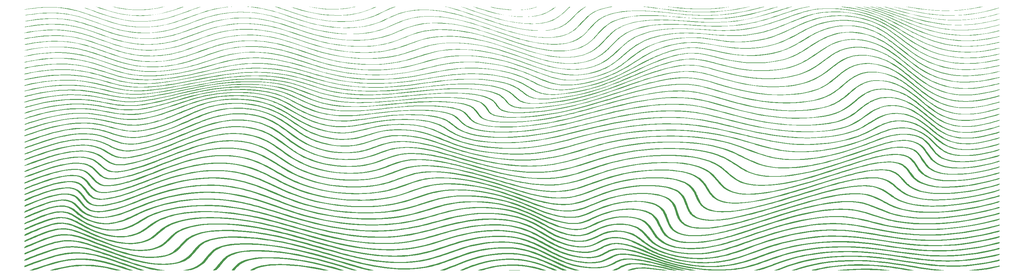
<source format=gbr>
%TF.GenerationSoftware,KiCad,Pcbnew,(6.0.7)*%
%TF.CreationDate,2023-01-25T01:57:20+01:00*%
%TF.ProjectId,william,77696c6c-6961-46d2-9e6b-696361645f70,rev?*%
%TF.SameCoordinates,Original*%
%TF.FileFunction,Legend,Top*%
%TF.FilePolarity,Positive*%
%FSLAX46Y46*%
G04 Gerber Fmt 4.6, Leading zero omitted, Abs format (unit mm)*
G04 Created by KiCad (PCBNEW (6.0.7)) date 2023-01-25 01:57:20*
%MOMM*%
%LPD*%
G01*
G04 APERTURE LIST*
G04 APERTURE END LIST*
%TO.C,G\u002A\u002A\u002A*%
G36*
X69950089Y-86180487D02*
G01*
X71910486Y-86348221D01*
X73862242Y-86615353D01*
X75808103Y-86981871D01*
X76676389Y-87177764D01*
X77594640Y-87409280D01*
X78575648Y-87684264D01*
X79633752Y-88007595D01*
X80783294Y-88384154D01*
X82038614Y-88818819D01*
X83414053Y-89316470D01*
X84923951Y-89881987D01*
X86582649Y-90520249D01*
X87145288Y-90739904D01*
X89547477Y-91631108D01*
X91950109Y-92423004D01*
X94356309Y-93116278D01*
X96769197Y-93711615D01*
X99191894Y-94209704D01*
X101627524Y-94611231D01*
X104079208Y-94916881D01*
X106550068Y-95127342D01*
X107299825Y-95172253D01*
X108289259Y-95212690D01*
X109430757Y-95238023D01*
X110645540Y-95248261D01*
X111854826Y-95243414D01*
X112979839Y-95223491D01*
X113941797Y-95188501D01*
X114245281Y-95171442D01*
X116383067Y-94992213D01*
X118455975Y-94729030D01*
X120483144Y-94378371D01*
X122483714Y-93936709D01*
X124476824Y-93400522D01*
X125420870Y-93113464D01*
X126855771Y-92666155D01*
X128123045Y-92282779D01*
X129249965Y-91956828D01*
X130263806Y-91681792D01*
X131191839Y-91451162D01*
X132061339Y-91258429D01*
X132899579Y-91097084D01*
X133733832Y-90960618D01*
X134591373Y-90842521D01*
X135279313Y-90760615D01*
X135741615Y-90710765D01*
X136143701Y-90674882D01*
X136545675Y-90650733D01*
X137007641Y-90636082D01*
X137589703Y-90628696D01*
X138351962Y-90626341D01*
X138890146Y-90626393D01*
X139805293Y-90628425D01*
X140510331Y-90634713D01*
X141069688Y-90647525D01*
X141547797Y-90669129D01*
X142009087Y-90701795D01*
X142517989Y-90747791D01*
X142620451Y-90757742D01*
X144454251Y-90975209D01*
X146186101Y-91262203D01*
X147869710Y-91628796D01*
X149305621Y-92011269D01*
X150171428Y-92270300D01*
X151007658Y-92542338D01*
X151838322Y-92837112D01*
X152687426Y-93164353D01*
X153578981Y-93533788D01*
X154536994Y-93955148D01*
X155585474Y-94438161D01*
X156748430Y-94992557D01*
X157184680Y-95204154D01*
X158325857Y-95751074D01*
X159346365Y-96220189D01*
X160267415Y-96619310D01*
X161110219Y-96956249D01*
X161895986Y-97238819D01*
X162645929Y-97474831D01*
X163381257Y-97672096D01*
X164123182Y-97838428D01*
X164573177Y-97925323D01*
X165605281Y-98077792D01*
X166549269Y-98138271D01*
X167429850Y-98105936D01*
X168271734Y-97979966D01*
X169046640Y-97776473D01*
X169322438Y-97675127D01*
X169717804Y-97510982D01*
X170191165Y-97302208D01*
X170700945Y-97066977D01*
X171028918Y-96910062D01*
X172238074Y-96349102D01*
X173376348Y-95877873D01*
X174461317Y-95491437D01*
X175510559Y-95184857D01*
X176541649Y-94953195D01*
X177572164Y-94791512D01*
X178619681Y-94694871D01*
X178980957Y-94676032D01*
X180160538Y-94674550D01*
X181337572Y-94764470D01*
X182459941Y-94938834D01*
X183475527Y-95190687D01*
X183896422Y-95332099D01*
X184374136Y-95521165D01*
X184805065Y-95721155D01*
X185198803Y-95941213D01*
X185564941Y-96190483D01*
X185913072Y-96478107D01*
X186252789Y-96813230D01*
X186593683Y-97204994D01*
X186945348Y-97662543D01*
X187317375Y-98195021D01*
X187719358Y-98811570D01*
X187975638Y-99220368D01*
X188547331Y-100026565D01*
X189206593Y-100739496D01*
X189956494Y-101361042D01*
X190800102Y-101893086D01*
X191740486Y-102337507D01*
X192780714Y-102696188D01*
X193923854Y-102971010D01*
X194167159Y-103016444D01*
X195446279Y-103190276D01*
X196840646Y-103280526D01*
X198319088Y-103288208D01*
X199850434Y-103214339D01*
X201403515Y-103059934D01*
X202947160Y-102826007D01*
X203553827Y-102710634D01*
X204283010Y-102558180D01*
X204992443Y-102397543D01*
X205706640Y-102221549D01*
X206450116Y-102023027D01*
X207247385Y-101794803D01*
X208122961Y-101529706D01*
X209101359Y-101220563D01*
X210207092Y-100860202D01*
X211464675Y-100441449D01*
X212481498Y-100098555D01*
X213987890Y-99589727D01*
X215319679Y-99142780D01*
X216500259Y-98750312D01*
X217553026Y-98404916D01*
X218501374Y-98099189D01*
X219368700Y-97825724D01*
X220178397Y-97577119D01*
X220953862Y-97345967D01*
X221718489Y-97124864D01*
X222495675Y-96906405D01*
X223044877Y-96755146D01*
X225308356Y-96176669D01*
X227559321Y-95681619D01*
X229780077Y-95273342D01*
X231952930Y-94955182D01*
X233467194Y-94784819D01*
X234180560Y-94718131D01*
X234763148Y-94673547D01*
X235309794Y-94646813D01*
X235915331Y-94633676D01*
X236674593Y-94629880D01*
X236920417Y-94629906D01*
X237740316Y-94633153D01*
X238368097Y-94643914D01*
X238886027Y-94665780D01*
X239376371Y-94702344D01*
X239921394Y-94757196D01*
X239978350Y-94763417D01*
X241327576Y-94943117D01*
X242783796Y-95195288D01*
X244296373Y-95510521D01*
X245364200Y-95764318D01*
X246784532Y-96118324D01*
X248008287Y-96420070D01*
X249062706Y-96675231D01*
X249975029Y-96889482D01*
X250772498Y-97068498D01*
X251482352Y-97217952D01*
X252131833Y-97343521D01*
X252748180Y-97450878D01*
X253358635Y-97545699D01*
X253990438Y-97633657D01*
X254670829Y-97720429D01*
X254873104Y-97745206D01*
X256142036Y-97888147D01*
X257305131Y-97991476D01*
X258451862Y-98060300D01*
X259671703Y-98099727D01*
X261054128Y-98114862D01*
X261359336Y-98115424D01*
X262609043Y-98110059D01*
X263688148Y-98089401D01*
X264693799Y-98049105D01*
X265723142Y-97984824D01*
X266873325Y-97892211D01*
X267401841Y-97845091D01*
X269805933Y-97583247D01*
X272257747Y-97233189D01*
X274719701Y-96801753D01*
X277154213Y-96295778D01*
X279523701Y-95722101D01*
X280477984Y-95466062D01*
X281130146Y-95285786D01*
X281130146Y-95431861D01*
X281111391Y-95507841D01*
X281033422Y-95578584D01*
X280863685Y-95655911D01*
X280569626Y-95751642D01*
X280118691Y-95877599D01*
X279478324Y-96045603D01*
X279345281Y-96079969D01*
X276826044Y-96678623D01*
X274233014Y-97195575D01*
X271590722Y-97627083D01*
X268923699Y-97969408D01*
X266256477Y-98218807D01*
X264628039Y-98324346D01*
X263499994Y-98367155D01*
X262209397Y-98386916D01*
X260841796Y-98384487D01*
X259482738Y-98360725D01*
X258217774Y-98316488D01*
X257132449Y-98252634D01*
X257081348Y-98248701D01*
X255506364Y-98104683D01*
X253982135Y-97919805D01*
X252466255Y-97686728D01*
X250916317Y-97398112D01*
X249289913Y-97046620D01*
X247544637Y-96624912D01*
X247217714Y-96541781D01*
X245790733Y-96182242D01*
X244542424Y-95881238D01*
X243441967Y-95632652D01*
X242458546Y-95430369D01*
X241561341Y-95268271D01*
X240719536Y-95140244D01*
X239902312Y-95040169D01*
X239397716Y-94989778D01*
X238203257Y-94916193D01*
X236862127Y-94895607D01*
X235458303Y-94926754D01*
X234075761Y-95008366D01*
X233282038Y-95082034D01*
X231285020Y-95332178D01*
X229269194Y-95656050D01*
X227217143Y-96057353D01*
X225111448Y-96539792D01*
X222934691Y-97107068D01*
X220669453Y-97762887D01*
X220662284Y-97765058D01*
X220010265Y-97964078D01*
X219364972Y-98164395D01*
X218700947Y-98374334D01*
X217992732Y-98602217D01*
X217214868Y-98856368D01*
X216341899Y-99145110D01*
X215348366Y-99476768D01*
X214208812Y-99859665D01*
X212897779Y-100302124D01*
X212756092Y-100350025D01*
X211520474Y-100766239D01*
X210456692Y-101120763D01*
X209539392Y-101421498D01*
X208743220Y-101676345D01*
X208042820Y-101893205D01*
X207412838Y-102079981D01*
X206827917Y-102244573D01*
X206262704Y-102394883D01*
X205891227Y-102489331D01*
X204172746Y-102882807D01*
X202521842Y-103185196D01*
X200916438Y-103399927D01*
X199334457Y-103530434D01*
X199119401Y-103541890D01*
X198318435Y-103576266D01*
X197664421Y-103587700D01*
X197036473Y-103575298D01*
X196313703Y-103538164D01*
X196011545Y-103518868D01*
X194615215Y-103376950D01*
X193315013Y-103142439D01*
X192114774Y-102816925D01*
X191018332Y-102401995D01*
X190029521Y-101899239D01*
X189152176Y-101310246D01*
X188390130Y-100636606D01*
X187992248Y-100195368D01*
X187853392Y-100013753D01*
X187672516Y-99757202D01*
X187464950Y-99448574D01*
X187246027Y-99110729D01*
X187031079Y-98766524D01*
X187002929Y-98720368D01*
X186564893Y-98039607D01*
X186131108Y-97450624D01*
X185691758Y-96945328D01*
X185237028Y-96515627D01*
X184757101Y-96153432D01*
X184242163Y-95850651D01*
X183682398Y-95599192D01*
X183067992Y-95390965D01*
X182909347Y-95345986D01*
X181877935Y-95123382D01*
X180759960Y-94991343D01*
X179585169Y-94949848D01*
X178383312Y-94998875D01*
X177184136Y-95138403D01*
X176091129Y-95350837D01*
X175304096Y-95557442D01*
X174506167Y-95811876D01*
X173670044Y-96124392D01*
X172768427Y-96505247D01*
X171774016Y-96964694D01*
X171698645Y-97000823D01*
X171150443Y-97258956D01*
X170611472Y-97503352D01*
X170120422Y-97717152D01*
X169715983Y-97883497D01*
X169444134Y-97983210D01*
X168536114Y-98223515D01*
X167606791Y-98366227D01*
X166640771Y-98411955D01*
X165622658Y-98361311D01*
X164537055Y-98214902D01*
X164365192Y-98184306D01*
X163652783Y-98043374D01*
X162965090Y-97883937D01*
X162283092Y-97698840D01*
X161587768Y-97480924D01*
X160860097Y-97223033D01*
X160081058Y-96918010D01*
X159231630Y-96558699D01*
X158292792Y-96137941D01*
X157245523Y-95648581D01*
X156070802Y-95083462D01*
X155889911Y-94995368D01*
X154439356Y-94308720D01*
X153071538Y-93706009D01*
X151762856Y-93178976D01*
X150489711Y-92719358D01*
X149228503Y-92318896D01*
X147955633Y-91969330D01*
X146647501Y-91662399D01*
X145960957Y-91519974D01*
X144321405Y-91242582D01*
X142584740Y-91038844D01*
X140799603Y-90911295D01*
X139014635Y-90862472D01*
X137278479Y-90894912D01*
X135837101Y-90992001D01*
X134941326Y-91084838D01*
X134085266Y-91195293D01*
X133241445Y-91329688D01*
X132382387Y-91494347D01*
X131480616Y-91695591D01*
X130508658Y-91939742D01*
X129439035Y-92233123D01*
X128244274Y-92582056D01*
X126896897Y-92992864D01*
X126206490Y-93208052D01*
X124316388Y-93769862D01*
X122499702Y-94244229D01*
X120725097Y-94636146D01*
X118961235Y-94950607D01*
X117176783Y-95192607D01*
X115340404Y-95367140D01*
X113420762Y-95479199D01*
X111636633Y-95530117D01*
X109143577Y-95520623D01*
X106645157Y-95411843D01*
X104145620Y-95204430D01*
X101649214Y-94899037D01*
X99160186Y-94496315D01*
X96682785Y-93996918D01*
X94221257Y-93401498D01*
X91779852Y-92710708D01*
X90355552Y-92260307D01*
X89874643Y-92096537D01*
X89245151Y-91873530D01*
X88505351Y-91605325D01*
X87693518Y-91305961D01*
X86847928Y-90989476D01*
X86006856Y-90669911D01*
X85739238Y-90567104D01*
X84374803Y-90044100D01*
X83169501Y-89588535D01*
X82100871Y-89192838D01*
X81146455Y-88849437D01*
X80283794Y-88550759D01*
X79490428Y-88289232D01*
X78743898Y-88057285D01*
X78021745Y-87847346D01*
X77301510Y-87651843D01*
X76560734Y-87463203D01*
X76456601Y-87437522D01*
X75419495Y-87206256D01*
X74224655Y-86978200D01*
X72980385Y-86772148D01*
X71794988Y-86606894D01*
X71408525Y-86561561D01*
X70942097Y-86512115D01*
X70536404Y-86476293D01*
X70132363Y-86451924D01*
X69670890Y-86436841D01*
X69092900Y-86428877D01*
X68339309Y-86425863D01*
X67701498Y-86425534D01*
X66779039Y-86426934D01*
X66069349Y-86432301D01*
X65510648Y-86443752D01*
X65041156Y-86463406D01*
X64599096Y-86493383D01*
X64122687Y-86535800D01*
X63925822Y-86555024D01*
X62171601Y-86763608D01*
X60415682Y-87043355D01*
X58645675Y-87397523D01*
X56849192Y-87829370D01*
X55013844Y-88342154D01*
X53127242Y-88939132D01*
X51176997Y-89623562D01*
X49150720Y-90398702D01*
X48846008Y-90520368D01*
X47475206Y-91063220D01*
X46247700Y-91532825D01*
X45142306Y-91936007D01*
X44137841Y-92279595D01*
X43213121Y-92570416D01*
X42346963Y-92815296D01*
X41518183Y-93021063D01*
X40705599Y-93194544D01*
X40325156Y-93266523D01*
X39251979Y-93442101D01*
X38331612Y-93546798D01*
X37526242Y-93581710D01*
X36798054Y-93547934D01*
X36109234Y-93446568D01*
X35872001Y-93395683D01*
X35323455Y-93241705D01*
X34828160Y-93040968D01*
X34370621Y-92783173D01*
X33935341Y-92458023D01*
X33506822Y-92055220D01*
X33069569Y-91564467D01*
X33013123Y-91495931D01*
X32587247Y-90979315D01*
X32222440Y-90548985D01*
X31907321Y-90194772D01*
X31630506Y-89906505D01*
X31380615Y-89674013D01*
X31146264Y-89487128D01*
X30916071Y-89335678D01*
X30678655Y-89209494D01*
X30422632Y-89098406D01*
X30260902Y-89036802D01*
X29615527Y-88857900D01*
X28903596Y-88774366D01*
X28101268Y-88783791D01*
X27903104Y-88798712D01*
X27133942Y-88884973D01*
X26341955Y-89016116D01*
X25510447Y-89197178D01*
X24622722Y-89433196D01*
X23662086Y-89729206D01*
X22611841Y-90090247D01*
X21455293Y-90521354D01*
X20175746Y-91027566D01*
X19235552Y-91413652D01*
X17587984Y-92098658D01*
X17545037Y-91919969D01*
X17541804Y-91850438D01*
X17584195Y-91781645D01*
X17696797Y-91700471D01*
X17904194Y-91593798D01*
X18230972Y-91448508D01*
X18701716Y-91251480D01*
X19117657Y-91080823D01*
X20426822Y-90554856D01*
X21598608Y-90104631D01*
X22652582Y-89723836D01*
X23608312Y-89406155D01*
X24485363Y-89145275D01*
X25303302Y-88934883D01*
X26081697Y-88768665D01*
X26531206Y-88688614D01*
X27601373Y-88548430D01*
X28567121Y-88500007D01*
X29435712Y-88544340D01*
X30214412Y-88682424D01*
X30910483Y-88915256D01*
X31531189Y-89243831D01*
X31765172Y-89406147D01*
X31889512Y-89502647D01*
X32013681Y-89608745D01*
X32147479Y-89735153D01*
X32300705Y-89892580D01*
X32483161Y-90091735D01*
X32704646Y-90343330D01*
X32974961Y-90658075D01*
X33303906Y-91046679D01*
X33701280Y-91519852D01*
X33722656Y-91545368D01*
X34195134Y-92057473D01*
X34672705Y-92471284D01*
X35157446Y-92788502D01*
X35378943Y-92900406D01*
X36009817Y-93122773D01*
X36740796Y-93254452D01*
X37576409Y-93295597D01*
X38521188Y-93246359D01*
X39579664Y-93106891D01*
X39895146Y-93052035D01*
X40726702Y-92889760D01*
X41532487Y-92708452D01*
X42339129Y-92499774D01*
X43173256Y-92255389D01*
X44061498Y-91966958D01*
X45030482Y-91626145D01*
X46106837Y-91224612D01*
X47317192Y-90754021D01*
X47628842Y-90630565D01*
X49210989Y-90010639D01*
X50655620Y-89463880D01*
X51986392Y-88982495D01*
X53226963Y-88558689D01*
X54400989Y-88184667D01*
X55532128Y-87852635D01*
X56644037Y-87554798D01*
X57760372Y-87283363D01*
X57852466Y-87262122D01*
X59922377Y-86833211D01*
X61967170Y-86503773D01*
X63989592Y-86273793D01*
X65992388Y-86143261D01*
X67978306Y-86112163D01*
X69950089Y-86180487D01*
G37*
G36*
X242293782Y-44796022D02*
G01*
X243566423Y-44970253D01*
X244834885Y-45238317D01*
X246093230Y-45599296D01*
X247335520Y-46052270D01*
X248555815Y-46596323D01*
X249748178Y-47230536D01*
X250305478Y-47564617D01*
X250754344Y-47857127D01*
X251299548Y-48235299D01*
X251932142Y-48692437D01*
X252643179Y-49221846D01*
X253423712Y-49816831D01*
X254264795Y-50470695D01*
X255157479Y-51176744D01*
X255524620Y-51470368D01*
X256632300Y-52345665D01*
X257664798Y-53132512D01*
X258633112Y-53837406D01*
X259548239Y-54466843D01*
X260421177Y-55027320D01*
X261262923Y-55525335D01*
X262084475Y-55967383D01*
X262896830Y-56359963D01*
X263710985Y-56709571D01*
X264537938Y-57022705D01*
X265388686Y-57305860D01*
X265417632Y-57314873D01*
X266391213Y-57583842D01*
X267465944Y-57823688D01*
X268548505Y-58015240D01*
X269322579Y-58117104D01*
X270701609Y-58216160D01*
X272189076Y-58231227D01*
X273756168Y-58164928D01*
X275374074Y-58019887D01*
X277013980Y-57798728D01*
X278647076Y-57504074D01*
X280244548Y-57138548D01*
X280341005Y-57113808D01*
X280751087Y-57010116D01*
X280987432Y-56960086D01*
X281097551Y-56958155D01*
X281128957Y-56998756D01*
X281130146Y-57021376D01*
X281010891Y-57094360D01*
X280679617Y-57199085D01*
X280176060Y-57327363D01*
X279539954Y-57471009D01*
X278811036Y-57621832D01*
X278029041Y-57771647D01*
X277233704Y-57912265D01*
X276464763Y-58035498D01*
X275761951Y-58133160D01*
X275693552Y-58141604D01*
X273963238Y-58309875D01*
X272306361Y-58383224D01*
X270714726Y-58360904D01*
X269180134Y-58242169D01*
X267694391Y-58026272D01*
X266249298Y-57712466D01*
X264836661Y-57300004D01*
X264259199Y-57100121D01*
X263547886Y-56832014D01*
X262865846Y-56551475D01*
X262201843Y-56251480D01*
X261544639Y-55925006D01*
X260883000Y-55565028D01*
X260205689Y-55164521D01*
X259501470Y-54716461D01*
X258759108Y-54213824D01*
X257967365Y-53649585D01*
X257115006Y-53016720D01*
X256190795Y-52308205D01*
X255183497Y-51517015D01*
X254654114Y-51095368D01*
X254173236Y-50711748D01*
X253691530Y-50329097D01*
X253230897Y-49964693D01*
X252813240Y-49635818D01*
X252460462Y-49359751D01*
X252194466Y-49153773D01*
X252150802Y-49120368D01*
X251017309Y-48298080D01*
X249897865Y-47572177D01*
X248785439Y-46939339D01*
X247673000Y-46396244D01*
X246553519Y-45939572D01*
X245419965Y-45566004D01*
X244265308Y-45272219D01*
X243802809Y-45177606D01*
X242515660Y-44974654D01*
X241273625Y-44867553D01*
X240067043Y-44856985D01*
X238886257Y-44943633D01*
X237721606Y-45128179D01*
X236563432Y-45411306D01*
X235477911Y-45765788D01*
X234985043Y-45950953D01*
X234519984Y-46138106D01*
X234067010Y-46335902D01*
X233610398Y-46553001D01*
X233134425Y-46798060D01*
X232623367Y-47079737D01*
X232061501Y-47406689D01*
X231433102Y-47787575D01*
X230722449Y-48231051D01*
X229913817Y-48745777D01*
X229022437Y-49320368D01*
X227778028Y-50085805D01*
X226556041Y-50756607D01*
X225358741Y-51331719D01*
X224188391Y-51810089D01*
X223047256Y-52190663D01*
X222569288Y-52323155D01*
X221000623Y-52670165D01*
X219305358Y-52931939D01*
X217518703Y-53104034D01*
X215776633Y-53180266D01*
X214304546Y-53176273D01*
X212851348Y-53105555D01*
X211373337Y-52963987D01*
X209826813Y-52747445D01*
X208272517Y-52472033D01*
X207815052Y-52383017D01*
X207402109Y-52300021D01*
X206998551Y-52214952D01*
X206569241Y-52119718D01*
X206079042Y-52006227D01*
X205492816Y-51866387D01*
X204775426Y-51692105D01*
X203891736Y-51475290D01*
X203134618Y-51288756D01*
X202101069Y-51043208D01*
X201220411Y-50857198D01*
X200442216Y-50723049D01*
X199716055Y-50633087D01*
X198991500Y-50579635D01*
X198326383Y-50556921D01*
X197292601Y-50559922D01*
X196352068Y-50617961D01*
X195408824Y-50739403D01*
X194632849Y-50878905D01*
X193357084Y-51168486D01*
X191989861Y-51552076D01*
X190531749Y-52029464D01*
X188983317Y-52600442D01*
X187345133Y-53264801D01*
X185617765Y-54022333D01*
X183923660Y-54814169D01*
X182720052Y-55390518D01*
X181656791Y-55895169D01*
X180712962Y-56337366D01*
X179867648Y-56726349D01*
X179099932Y-57071361D01*
X178388899Y-57381643D01*
X177713632Y-57666437D01*
X177053214Y-57934985D01*
X176386730Y-58196529D01*
X175693263Y-58460309D01*
X175550720Y-58513688D01*
X173874764Y-59117397D01*
X172288073Y-59640798D01*
X170757682Y-60093130D01*
X169250626Y-60483633D01*
X167733942Y-60821545D01*
X166418254Y-61073311D01*
X164682864Y-61357094D01*
X163096692Y-61564373D01*
X161664532Y-61694773D01*
X160391175Y-61747918D01*
X159281416Y-61723434D01*
X158729606Y-61675260D01*
X158064019Y-61585176D01*
X157460141Y-61471323D01*
X156894470Y-61324321D01*
X156343503Y-61134791D01*
X155783737Y-60893352D01*
X155191669Y-60590624D01*
X154543795Y-60217227D01*
X153816615Y-59763782D01*
X153616001Y-59634434D01*
X152324668Y-58879362D01*
X150920119Y-58215290D01*
X149401390Y-57641952D01*
X147767518Y-57159087D01*
X146017540Y-56766429D01*
X144150493Y-56463716D01*
X142165414Y-56250684D01*
X140950177Y-56167595D01*
X139723838Y-56114095D01*
X138528529Y-56092632D01*
X137335558Y-56105651D01*
X136116236Y-56155600D01*
X134841874Y-56244925D01*
X133483780Y-56376072D01*
X132013266Y-56551490D01*
X130401641Y-56773623D01*
X128620215Y-57044920D01*
X126640299Y-57367826D01*
X126396092Y-57408799D01*
X124742207Y-57681393D01*
X123276135Y-57909912D01*
X121948631Y-58100748D01*
X120710450Y-58260293D01*
X119512347Y-58394941D01*
X118305078Y-58511085D01*
X117197173Y-58602969D01*
X116368593Y-58652139D01*
X115346129Y-58689167D01*
X114192920Y-58713877D01*
X112972103Y-58726088D01*
X111746816Y-58725623D01*
X110580197Y-58712302D01*
X109535383Y-58685948D01*
X108675512Y-58646381D01*
X108410146Y-58627825D01*
X106380507Y-58434416D01*
X104420451Y-58179171D01*
X102496369Y-57855788D01*
X100574647Y-57457962D01*
X98621675Y-56979392D01*
X96604298Y-56413909D01*
X95855702Y-56192002D01*
X94992628Y-55936244D01*
X94113693Y-55675853D01*
X93317514Y-55440050D01*
X93196840Y-55404319D01*
X91146221Y-54830746D01*
X89176587Y-54349936D01*
X87275472Y-53960620D01*
X85430406Y-53661531D01*
X83628922Y-53451400D01*
X81858550Y-53328960D01*
X80106824Y-53292942D01*
X78361275Y-53342079D01*
X76609434Y-53475103D01*
X75484368Y-53603014D01*
X74602138Y-53723734D01*
X73716354Y-53862160D01*
X72795603Y-54024650D01*
X71808477Y-54217562D01*
X70723562Y-54447255D01*
X69509449Y-54720086D01*
X68134726Y-55042414D01*
X66877714Y-55345165D01*
X65503537Y-55675461D01*
X64298523Y-55956195D01*
X63212699Y-56198070D01*
X62196096Y-56411787D01*
X61198742Y-56608048D01*
X60170665Y-56797554D01*
X59738254Y-56874105D01*
X57880972Y-57179091D01*
X56169521Y-57415382D01*
X54561516Y-57587093D01*
X53014571Y-57698341D01*
X51486301Y-57753243D01*
X50607984Y-57760904D01*
X49356437Y-57744224D01*
X48257291Y-57690282D01*
X47214687Y-57590659D01*
X46132772Y-57436931D01*
X45322038Y-57296526D01*
X44428445Y-57120402D01*
X43539536Y-56917406D01*
X42615605Y-56676836D01*
X41616949Y-56387990D01*
X40503863Y-56040164D01*
X39761498Y-55797692D01*
X38247375Y-55309108D01*
X36872569Y-54893354D01*
X35609483Y-54543854D01*
X34430520Y-54254033D01*
X33308083Y-54017316D01*
X32214575Y-53827126D01*
X31122400Y-53676889D01*
X30624210Y-53620587D01*
X28940573Y-53493312D01*
X27170138Y-53456313D01*
X25335596Y-53508158D01*
X23459639Y-53647414D01*
X21564955Y-53872651D01*
X19674236Y-54182436D01*
X18723841Y-54371458D01*
X18180620Y-54485294D01*
X17831523Y-54554245D01*
X17633672Y-54583927D01*
X17544190Y-54579960D01*
X17520199Y-54547961D01*
X17519336Y-54529284D01*
X17641875Y-54461321D01*
X17982787Y-54366548D01*
X18502013Y-54251957D01*
X19159492Y-54124539D01*
X19915165Y-53991285D01*
X20728973Y-53859187D01*
X21560856Y-53735237D01*
X22370754Y-53626426D01*
X23118608Y-53539746D01*
X23285822Y-53522875D01*
X25208515Y-53373928D01*
X27029462Y-53313499D01*
X28775083Y-53341666D01*
X30471800Y-53458508D01*
X31281617Y-53546723D01*
X32174546Y-53665144D01*
X33030071Y-53800442D01*
X33877147Y-53959763D01*
X34744728Y-54150251D01*
X35661768Y-54379051D01*
X36657222Y-54653308D01*
X37760043Y-54980166D01*
X38999188Y-55366771D01*
X40119190Y-55727478D01*
X41434328Y-56145101D01*
X42608367Y-56493700D01*
X43675569Y-56781203D01*
X44670194Y-57015540D01*
X45626503Y-57204639D01*
X46578756Y-57356430D01*
X47561215Y-57478840D01*
X47793390Y-57503501D01*
X48902566Y-57584338D01*
X50177760Y-57620679D01*
X51539083Y-57612527D01*
X52906649Y-57559888D01*
X53744366Y-57503169D01*
X55102174Y-57380055D01*
X56442825Y-57229040D01*
X57795217Y-57044988D01*
X59188247Y-56822763D01*
X60650813Y-56557231D01*
X62211814Y-56243256D01*
X63900145Y-55875701D01*
X65744706Y-55449433D01*
X67015011Y-55144782D01*
X68768476Y-54726668D01*
X70340792Y-54369074D01*
X71759727Y-54067623D01*
X73053047Y-53817938D01*
X74248522Y-53615644D01*
X75373916Y-53456363D01*
X76456999Y-53335719D01*
X77525537Y-53249334D01*
X78607297Y-53192832D01*
X79577714Y-53164639D01*
X81277434Y-53168439D01*
X82962142Y-53249784D01*
X84668206Y-53411922D01*
X86431990Y-53658095D01*
X87812329Y-53899400D01*
X88875537Y-54114756D01*
X90009224Y-54374279D01*
X91237624Y-54684272D01*
X92584975Y-55051035D01*
X94075513Y-55480866D01*
X95255047Y-55834173D01*
X96044886Y-56071701D01*
X96841758Y-56307399D01*
X97596368Y-56526971D01*
X98259417Y-56716124D01*
X98781609Y-56860563D01*
X98937589Y-56901987D01*
X101142770Y-57427783D01*
X103352227Y-57855590D01*
X105578473Y-58187373D01*
X107834022Y-58425098D01*
X109291259Y-58528357D01*
X110271199Y-58568081D01*
X111443277Y-58588584D01*
X112730585Y-58590644D01*
X114056212Y-58575038D01*
X115343250Y-58542543D01*
X116514789Y-58493935D01*
X117265822Y-58447781D01*
X118415934Y-58349764D01*
X119721917Y-58215339D01*
X121096995Y-58054911D01*
X122454389Y-57878883D01*
X123707322Y-57697659D01*
X124267984Y-57608270D01*
X125867223Y-57343968D01*
X127243724Y-57118082D01*
X128423612Y-56926760D01*
X129433011Y-56766152D01*
X130298046Y-56632408D01*
X131044840Y-56521675D01*
X131699518Y-56430104D01*
X132288204Y-56353843D01*
X132837022Y-56289042D01*
X133372097Y-56231849D01*
X133919552Y-56178415D01*
X134051865Y-56166075D01*
X136226232Y-56012250D01*
X138369020Y-55955376D01*
X140468833Y-55995059D01*
X142514272Y-56130902D01*
X144493939Y-56362511D01*
X145791714Y-56573591D01*
X146781806Y-56764226D01*
X147635101Y-56954789D01*
X148424206Y-57164820D01*
X149221731Y-57413855D01*
X150100283Y-57721433D01*
X150220143Y-57765236D01*
X151043906Y-58081321D01*
X151784184Y-58398184D01*
X152481340Y-58736077D01*
X153175741Y-59115251D01*
X153907753Y-59555959D01*
X154346751Y-59835627D01*
X155086599Y-60293418D01*
X155765321Y-60665234D01*
X156406540Y-60960216D01*
X157033880Y-61187507D01*
X157670964Y-61356250D01*
X158341416Y-61475586D01*
X158698658Y-61519813D01*
X159739959Y-61585616D01*
X160934323Y-61577983D01*
X162257019Y-61499682D01*
X163683317Y-61353486D01*
X165188486Y-61142165D01*
X166747797Y-60868491D01*
X168336518Y-60535234D01*
X169108667Y-60353364D01*
X170252390Y-60060052D01*
X171373013Y-59742168D01*
X172514605Y-59385881D01*
X173721233Y-58977362D01*
X175036967Y-58502781D01*
X175210794Y-58438313D01*
X176021317Y-58134251D01*
X176742001Y-57857060D01*
X177407068Y-57592110D01*
X178050741Y-57324771D01*
X178707244Y-57040413D01*
X179410800Y-56724405D01*
X180195632Y-56362119D01*
X181095963Y-55938923D01*
X181451737Y-55770368D01*
X182748849Y-55156601D01*
X183899147Y-54616362D01*
X184918675Y-54142664D01*
X185823478Y-53728520D01*
X186629600Y-53366944D01*
X187353085Y-53050949D01*
X188009976Y-52773548D01*
X188616320Y-52527756D01*
X189188159Y-52306585D01*
X189741538Y-52103049D01*
X190292502Y-51910162D01*
X190402752Y-51872608D01*
X191824312Y-51417359D01*
X193149924Y-51050093D01*
X194396196Y-50767578D01*
X195579734Y-50566585D01*
X196717146Y-50443883D01*
X197825039Y-50396241D01*
X197996633Y-50395367D01*
X198754393Y-50410317D01*
X199500046Y-50458996D01*
X200269644Y-50547148D01*
X201099237Y-50680518D01*
X202024878Y-50864849D01*
X203082617Y-51105888D01*
X204221239Y-51387191D01*
X205789446Y-51773795D01*
X207202329Y-52096637D01*
X208497622Y-52363071D01*
X209713056Y-52580448D01*
X210886362Y-52756121D01*
X211864415Y-52876549D01*
X212372031Y-52930546D01*
X212811411Y-52968354D01*
X213251702Y-52992807D01*
X213762053Y-53006739D01*
X214411611Y-53012985D01*
X215227444Y-53014379D01*
X216077011Y-53012794D01*
X216720788Y-53006184D01*
X217227510Y-52991769D01*
X217665911Y-52966768D01*
X218104726Y-52928399D01*
X218563299Y-52879417D01*
X220101640Y-52674136D01*
X221478025Y-52415306D01*
X222758096Y-52088250D01*
X224007500Y-51678294D01*
X224119811Y-51637153D01*
X224610771Y-51450621D01*
X225074067Y-51261897D01*
X225526157Y-51061955D01*
X225983497Y-50841766D01*
X226462542Y-50592306D01*
X226979749Y-50304548D01*
X227551576Y-49969463D01*
X228194477Y-49578027D01*
X228924909Y-49121212D01*
X229759329Y-48589992D01*
X230251700Y-48273685D01*
X231223558Y-47661105D01*
X232109565Y-47132040D01*
X232927824Y-46677449D01*
X233696434Y-46288290D01*
X234433498Y-45955521D01*
X235157117Y-45670100D01*
X235885392Y-45422985D01*
X236075753Y-45364492D01*
X237280207Y-45055787D01*
X238510176Y-44845506D01*
X239759720Y-44732730D01*
X241022902Y-44716541D01*
X242293782Y-44796022D01*
G37*
G36*
X72556382Y-78115329D02*
G01*
X73060005Y-78141946D01*
X74364744Y-78255784D01*
X75631201Y-78431608D01*
X76871987Y-78673556D01*
X78099715Y-78985767D01*
X79326994Y-79372378D01*
X80566437Y-79837527D01*
X81830655Y-80385354D01*
X83132259Y-81019997D01*
X84483861Y-81745593D01*
X85086477Y-82088277D01*
X86147603Y-82697747D01*
X87089926Y-83230461D01*
X87933079Y-83696022D01*
X88696694Y-84104036D01*
X89400404Y-84464108D01*
X90063842Y-84785842D01*
X90706639Y-85078845D01*
X91348428Y-85352719D01*
X92008842Y-85617072D01*
X92707513Y-85881507D01*
X93225865Y-86070368D01*
X94997332Y-86662088D01*
X96770291Y-87160391D01*
X98573977Y-87571347D01*
X100437624Y-87901029D01*
X102390469Y-88155506D01*
X103987296Y-88305134D01*
X104893133Y-88359596D01*
X105957281Y-88395917D01*
X107101167Y-88413797D01*
X108246216Y-88412935D01*
X109313851Y-88393030D01*
X110225499Y-88353782D01*
X110557272Y-88330281D01*
X111698203Y-88225228D01*
X112741804Y-88103928D01*
X113721141Y-87958785D01*
X114669277Y-87782204D01*
X115619279Y-87566588D01*
X116604212Y-87304342D01*
X117657139Y-86987869D01*
X118811126Y-86609576D01*
X120099239Y-86161864D01*
X120286363Y-86095280D01*
X121379656Y-85709659D01*
X122316263Y-85389785D01*
X123124340Y-85127453D01*
X123832043Y-84914460D01*
X124467528Y-84742601D01*
X125058953Y-84603672D01*
X125634473Y-84489469D01*
X126028348Y-84422193D01*
X127074166Y-84274560D01*
X128075717Y-84182159D01*
X129144017Y-84136862D01*
X130034471Y-84128875D01*
X131928075Y-84180021D01*
X133891213Y-84327852D01*
X135923665Y-84572337D01*
X138025211Y-84913440D01*
X140195632Y-85351128D01*
X142434709Y-85885367D01*
X143747578Y-86234716D01*
X144674432Y-86496204D01*
X145604175Y-86771200D01*
X146569018Y-87070048D01*
X147601169Y-87403091D01*
X148732838Y-87780671D01*
X149996237Y-88213131D01*
X151040957Y-88576685D01*
X151856553Y-88860596D01*
X152664330Y-89139020D01*
X153427716Y-89399553D01*
X154110134Y-89629794D01*
X154675011Y-89817340D01*
X155085772Y-89949788D01*
X155138632Y-89966238D01*
X156694827Y-90410534D01*
X158213397Y-90772411D01*
X159683028Y-91050467D01*
X161092406Y-91243304D01*
X162430218Y-91349523D01*
X163685151Y-91367724D01*
X164845890Y-91296507D01*
X165362120Y-91230778D01*
X165977440Y-91127824D01*
X166578002Y-91004167D01*
X167189900Y-90851640D01*
X167839229Y-90662075D01*
X168552083Y-90427305D01*
X169354559Y-90139160D01*
X170272749Y-89789475D01*
X171332750Y-89370081D01*
X171424728Y-89333165D01*
X172451809Y-88926377D01*
X173354712Y-88582857D01*
X174178533Y-88287136D01*
X174968371Y-88023742D01*
X175769323Y-87777206D01*
X176626486Y-87532057D01*
X176872383Y-87464378D01*
X178635609Y-87033425D01*
X180437610Y-86692054D01*
X182261825Y-86442157D01*
X184091694Y-86285625D01*
X185910655Y-86224351D01*
X187492781Y-86250879D01*
X188921962Y-86337829D01*
X190159457Y-86477386D01*
X191261139Y-86678885D01*
X192282881Y-86951663D01*
X192869600Y-87149367D01*
X193397400Y-87349274D01*
X193798886Y-87527967D01*
X194141220Y-87720167D01*
X194491561Y-87960595D01*
X194612107Y-88050209D01*
X194971824Y-88337455D01*
X195285697Y-88627795D01*
X195561980Y-88934250D01*
X195808929Y-89269839D01*
X196034798Y-89647582D01*
X196247840Y-90080500D01*
X196456310Y-90581612D01*
X196668462Y-91163937D01*
X196763016Y-91442973D01*
X197011727Y-92137874D01*
X197268138Y-92741468D01*
X197539885Y-93262448D01*
X197834601Y-93709505D01*
X198159924Y-94091335D01*
X198523487Y-94416628D01*
X198932925Y-94694078D01*
X199395875Y-94932377D01*
X199919971Y-95140219D01*
X200049203Y-95184375D01*
X200950376Y-95421744D01*
X201968129Y-95571420D01*
X203110778Y-95634144D01*
X204386641Y-95610656D01*
X204663690Y-95595364D01*
X205563727Y-95526242D01*
X206500296Y-95424858D01*
X207485548Y-95288238D01*
X208531632Y-95113409D01*
X209650698Y-94897400D01*
X210854898Y-94637235D01*
X212156382Y-94329943D01*
X213567299Y-93972551D01*
X215099801Y-93562085D01*
X216766037Y-93095572D01*
X218578159Y-92570040D01*
X220548315Y-91982516D01*
X222688657Y-91330026D01*
X224907895Y-90641904D01*
X227052477Y-89978009D01*
X229019027Y-89381904D01*
X230822234Y-88850142D01*
X232476791Y-88379282D01*
X233997387Y-87965878D01*
X235398714Y-87606487D01*
X236695464Y-87297666D01*
X237902327Y-87035969D01*
X239033994Y-86817953D01*
X240105156Y-86640175D01*
X241130504Y-86499189D01*
X242124730Y-86391553D01*
X243102524Y-86313823D01*
X243464048Y-86291899D01*
X244735616Y-86263058D01*
X245904091Y-86325967D01*
X246985760Y-86482582D01*
X247996908Y-86734857D01*
X248468067Y-86892713D01*
X248899956Y-87060545D01*
X249315326Y-87246572D01*
X249737004Y-87463768D01*
X250187814Y-87725112D01*
X250690583Y-88043578D01*
X251268135Y-88432143D01*
X251682938Y-88720368D01*
X252309111Y-89152408D01*
X252850813Y-89508279D01*
X253335518Y-89803126D01*
X253790699Y-90052092D01*
X254243830Y-90270320D01*
X254722382Y-90472957D01*
X255179931Y-90648038D01*
X256474640Y-91057448D01*
X257897125Y-91378427D01*
X259446811Y-91610949D01*
X261123121Y-91754985D01*
X262925480Y-91810509D01*
X264853312Y-91777494D01*
X266906042Y-91655912D01*
X269083093Y-91445736D01*
X269923389Y-91345084D01*
X272196554Y-91017173D01*
X274497311Y-90604642D01*
X276772372Y-90118434D01*
X278968448Y-89569493D01*
X280058768Y-89263682D01*
X280482875Y-89142329D01*
X280822823Y-89049560D01*
X281024701Y-88999908D01*
X281054173Y-88995368D01*
X281108880Y-89038678D01*
X281130146Y-89136055D01*
X281097634Y-89208689D01*
X280975079Y-89283770D01*
X280724959Y-89375974D01*
X280309750Y-89499974D01*
X279928795Y-89605882D01*
X277406478Y-90250740D01*
X274896485Y-90800172D01*
X272403650Y-91253351D01*
X269932810Y-91609450D01*
X267488800Y-91867642D01*
X266096092Y-91971538D01*
X265110018Y-92019093D01*
X264014951Y-92047606D01*
X262897530Y-92056647D01*
X261844392Y-92045787D01*
X260942174Y-92014596D01*
X260672849Y-91998435D01*
X259088083Y-91839053D01*
X257560651Y-91587968D01*
X256121487Y-91253012D01*
X254801524Y-90842018D01*
X253631695Y-90362820D01*
X253058693Y-90070368D01*
X252754777Y-89891731D01*
X252364939Y-89647542D01*
X251926015Y-89361701D01*
X251474837Y-89058107D01*
X251135507Y-88822520D01*
X250389165Y-88311694D01*
X249714065Y-87885829D01*
X249089940Y-87535600D01*
X248496525Y-87251684D01*
X247913554Y-87024756D01*
X247320761Y-86845494D01*
X246697880Y-86704572D01*
X246423870Y-86654822D01*
X245527964Y-86553476D01*
X244467776Y-86522246D01*
X243271064Y-86559769D01*
X241965583Y-86664683D01*
X240579090Y-86835625D01*
X239598469Y-86989859D01*
X238702749Y-87152669D01*
X237760029Y-87343964D01*
X236755415Y-87567779D01*
X235674018Y-87828146D01*
X234500945Y-88129098D01*
X233221306Y-88474669D01*
X231820208Y-88868893D01*
X230282761Y-89315802D01*
X228594073Y-89819431D01*
X226739253Y-90383812D01*
X224703410Y-91012979D01*
X224424706Y-91099731D01*
X222638292Y-91653961D01*
X221032293Y-92147075D01*
X219584353Y-92585389D01*
X218272117Y-92975221D01*
X217073231Y-93322886D01*
X215965339Y-93634702D01*
X214926087Y-93916985D01*
X213933120Y-94176052D01*
X212964083Y-94418220D01*
X211996621Y-94649805D01*
X211252415Y-94821761D01*
X209628566Y-95171110D01*
X208139812Y-95448906D01*
X206800050Y-95652699D01*
X206028525Y-95743024D01*
X205212030Y-95808225D01*
X204305321Y-95852510D01*
X203400400Y-95873539D01*
X202589269Y-95868973D01*
X202053755Y-95844114D01*
X200995936Y-95712922D01*
X200014439Y-95492351D01*
X199140552Y-95191665D01*
X198405563Y-94820130D01*
X198246055Y-94716487D01*
X197927827Y-94480899D01*
X197645751Y-94230965D01*
X197392531Y-93955209D01*
X197160874Y-93642153D01*
X196943483Y-93280319D01*
X196733064Y-92858231D01*
X196522322Y-92364410D01*
X196303962Y-91787380D01*
X196202695Y-91501598D01*
X195963317Y-90848404D01*
X195730313Y-90284883D01*
X195498113Y-89800800D01*
X195261146Y-89385924D01*
X195013844Y-89030020D01*
X194750636Y-88722856D01*
X194618669Y-88591297D01*
X193952396Y-88067311D01*
X193134820Y-87609011D01*
X192186123Y-87226106D01*
X191193279Y-86943699D01*
X190041393Y-86729636D01*
X188718738Y-86580378D01*
X187267006Y-86497381D01*
X185727885Y-86482097D01*
X184143067Y-86535980D01*
X182687984Y-86647160D01*
X181857831Y-86747698D01*
X180884934Y-86896948D01*
X179841652Y-87081462D01*
X178800343Y-87287794D01*
X177833363Y-87502495D01*
X177127444Y-87680569D01*
X176495585Y-87865738D01*
X175709928Y-88118416D01*
X174794745Y-88429988D01*
X173774310Y-88791840D01*
X172672898Y-89195360D01*
X171514780Y-89631934D01*
X170324232Y-90092947D01*
X170276632Y-90111636D01*
X169154788Y-90533367D01*
X168133568Y-90874805D01*
X167182672Y-91143554D01*
X166271802Y-91347223D01*
X165370658Y-91493419D01*
X164448942Y-91589749D01*
X164363363Y-91596275D01*
X163229864Y-91632741D01*
X161978712Y-91585291D01*
X160633821Y-91455699D01*
X159219103Y-91245734D01*
X158925475Y-91193446D01*
X158107121Y-91034057D01*
X157299639Y-90855481D01*
X156475684Y-90649767D01*
X155607909Y-90408964D01*
X154668970Y-90125122D01*
X153631522Y-89790289D01*
X152468218Y-89396514D01*
X151151713Y-88935847D01*
X151109431Y-88920863D01*
X149552544Y-88375045D01*
X148140963Y-87893821D01*
X146840073Y-87466238D01*
X145615259Y-87081347D01*
X144431907Y-86728196D01*
X143255401Y-86395834D01*
X142391227Y-86162757D01*
X140610427Y-85723226D01*
X138807276Y-85339414D01*
X137007503Y-85014570D01*
X135236837Y-84751942D01*
X133521007Y-84554777D01*
X131885741Y-84426324D01*
X130356768Y-84369830D01*
X128959817Y-84388542D01*
X128524200Y-84412302D01*
X127639023Y-84481918D01*
X126817859Y-84572792D01*
X126030109Y-84692216D01*
X125245174Y-84847482D01*
X124432455Y-85045881D01*
X123561354Y-85294705D01*
X122601270Y-85601246D01*
X121521606Y-85972794D01*
X120626550Y-86294290D01*
X119602706Y-86660663D01*
X118662700Y-86984453D01*
X117832523Y-87257074D01*
X117138164Y-87469937D01*
X116713043Y-87587552D01*
X114888742Y-88000547D01*
X113002160Y-88316196D01*
X111052614Y-88534549D01*
X109039417Y-88655659D01*
X106961885Y-88679577D01*
X104819333Y-88606352D01*
X103879336Y-88545121D01*
X101758579Y-88343383D01*
X99723656Y-88057724D01*
X97758602Y-87684790D01*
X95847452Y-87221230D01*
X93974242Y-86663692D01*
X92532320Y-86162566D01*
X91846399Y-85902823D01*
X91185844Y-85638242D01*
X90533253Y-85360148D01*
X89871225Y-85059868D01*
X89182358Y-84728725D01*
X88449252Y-84358046D01*
X87654503Y-83939155D01*
X86780713Y-83463379D01*
X85810478Y-82922043D01*
X84726398Y-82306471D01*
X84253999Y-82035796D01*
X82945529Y-81313592D01*
X81690934Y-80683035D01*
X80474916Y-80139001D01*
X79282179Y-79676360D01*
X78097427Y-79289986D01*
X76905364Y-78974753D01*
X75690693Y-78725532D01*
X74438117Y-78537198D01*
X73519577Y-78437831D01*
X72211748Y-78358975D01*
X70794452Y-78346499D01*
X69359620Y-78398810D01*
X67999186Y-78514314D01*
X67808245Y-78536865D01*
X66681741Y-78692464D01*
X65550098Y-78884637D01*
X64398223Y-79117846D01*
X63211023Y-79396556D01*
X61973403Y-79725230D01*
X60670272Y-80108332D01*
X59286535Y-80550323D01*
X57807098Y-81055669D01*
X56216869Y-81628833D01*
X54500755Y-82274277D01*
X52643661Y-82996465D01*
X52393250Y-83095368D01*
X51003601Y-83639753D01*
X49762580Y-84113641D01*
X48647285Y-84524621D01*
X47634814Y-84880287D01*
X46702268Y-85188230D01*
X45826744Y-85456041D01*
X44985342Y-85691311D01*
X44155161Y-85901633D01*
X43409064Y-86073572D01*
X42281551Y-86302259D01*
X41303099Y-86455427D01*
X40449250Y-86535061D01*
X39695543Y-86543144D01*
X39017519Y-86481661D01*
X38808227Y-86446819D01*
X38391635Y-86353770D01*
X38011107Y-86231460D01*
X37652498Y-86070275D01*
X37301660Y-85860598D01*
X36944450Y-85592816D01*
X36566720Y-85257311D01*
X36154324Y-84844470D01*
X35693118Y-84344677D01*
X35658173Y-84305664D01*
X35194634Y-83802142D01*
X34778254Y-83385881D01*
X34393494Y-83046787D01*
X34024812Y-82774763D01*
X33656669Y-82559713D01*
X33273524Y-82391540D01*
X32859839Y-82260149D01*
X32400072Y-82155444D01*
X32327247Y-82141615D01*
X31603282Y-82062026D01*
X30737701Y-82063024D01*
X29744641Y-82142838D01*
X28638238Y-82299697D01*
X27432628Y-82531832D01*
X26141947Y-82837470D01*
X25579911Y-82986779D01*
X25054746Y-83140984D01*
X24377301Y-83355852D01*
X23582938Y-83619036D01*
X22707021Y-83918190D01*
X21784914Y-84240968D01*
X20851981Y-84575022D01*
X19943585Y-84908008D01*
X19095090Y-85227578D01*
X18501571Y-85458018D01*
X17519336Y-85845669D01*
X17519336Y-85676887D01*
X17543122Y-85600627D01*
X17633090Y-85518591D01*
X17817151Y-85416494D01*
X18123217Y-85280051D01*
X18579201Y-85094978D01*
X18911806Y-84964236D01*
X20775007Y-84258418D01*
X22521056Y-83642361D01*
X24151658Y-83115677D01*
X25668518Y-82677981D01*
X27073341Y-82328885D01*
X28367831Y-82068005D01*
X29553694Y-81894952D01*
X30632635Y-81809341D01*
X31606358Y-81810786D01*
X32452428Y-81895073D01*
X33014105Y-82005090D01*
X33527056Y-82155821D01*
X34005235Y-82355905D01*
X34462594Y-82613979D01*
X34913085Y-82938682D01*
X35370661Y-83338652D01*
X35849274Y-83822527D01*
X36208302Y-84220368D01*
X36496177Y-84540178D01*
X36791916Y-84852871D01*
X37073336Y-85136098D01*
X37318252Y-85367509D01*
X37498697Y-85520368D01*
X37987850Y-85839366D01*
X38518710Y-86072974D01*
X39109940Y-86222108D01*
X39780205Y-86287685D01*
X40548165Y-86270620D01*
X41432485Y-86171832D01*
X42451827Y-85992237D01*
X43312410Y-85805927D01*
X43989820Y-85643198D01*
X44729379Y-85454712D01*
X45406101Y-85272642D01*
X45624264Y-85210823D01*
X46130296Y-85054357D01*
X46789289Y-84834864D01*
X47570351Y-84563593D01*
X48442587Y-84251792D01*
X49375103Y-83910712D01*
X50337006Y-83551600D01*
X51297402Y-83185707D01*
X52225398Y-82824281D01*
X52738526Y-82620368D01*
X54870226Y-81788480D01*
X56896999Y-81043192D01*
X58816909Y-80385102D01*
X60628019Y-79814810D01*
X62328393Y-79332913D01*
X63916094Y-78940011D01*
X65389186Y-78636703D01*
X65919091Y-78544966D01*
X67614014Y-78310893D01*
X69309365Y-78159899D01*
X70968902Y-78094029D01*
X72556382Y-78115329D01*
G37*
G36*
X252764919Y-37915841D02*
G01*
X253163416Y-38000027D01*
X253705236Y-38123137D01*
X254375137Y-38283014D01*
X254385923Y-38285643D01*
X256057996Y-38681674D01*
X257578211Y-39016022D01*
X258990812Y-39297005D01*
X260340040Y-39532938D01*
X261670139Y-39732138D01*
X262931298Y-39892017D01*
X264964736Y-40081662D01*
X266984165Y-40174000D01*
X268993596Y-40168688D01*
X270997042Y-40065384D01*
X272998515Y-39863743D01*
X275002027Y-39563423D01*
X277011590Y-39164082D01*
X279031216Y-38665375D01*
X279802675Y-38449589D01*
X280360861Y-38289684D01*
X280739502Y-38185094D01*
X280971671Y-38127853D01*
X281090443Y-38109995D01*
X281128891Y-38123554D01*
X281129855Y-38129917D01*
X281022964Y-38181880D01*
X280728899Y-38279314D01*
X280287015Y-38411171D01*
X279736669Y-38566404D01*
X279117219Y-38733965D01*
X278468020Y-38902806D01*
X277828429Y-39061881D01*
X277697714Y-39093324D01*
X275768834Y-39507095D01*
X273814732Y-39834531D01*
X271855407Y-40073631D01*
X269910863Y-40222395D01*
X268001098Y-40278822D01*
X266198635Y-40243345D01*
X264308339Y-40116113D01*
X262334025Y-39902206D01*
X260270086Y-39600704D01*
X258110912Y-39210688D01*
X255850896Y-38731239D01*
X253484429Y-38161436D01*
X253455882Y-38154178D01*
X252909080Y-38011425D01*
X252581828Y-37918369D01*
X252458880Y-37872857D01*
X252524992Y-37872732D01*
X252764919Y-37915841D01*
G37*
G36*
X237682342Y-39195675D02*
G01*
X239536911Y-39329854D01*
X241345353Y-39562009D01*
X243103219Y-39891274D01*
X244806062Y-40316783D01*
X246449433Y-40837671D01*
X246835815Y-40977267D01*
X247540536Y-41247090D01*
X248214508Y-41525351D01*
X248872582Y-41820405D01*
X249529612Y-42140611D01*
X250200448Y-42494327D01*
X250899942Y-42889908D01*
X251642948Y-43335712D01*
X252444315Y-43840096D01*
X253318898Y-44411418D01*
X254281547Y-45058035D01*
X255176167Y-45670368D01*
X256441279Y-46524758D01*
X257631230Y-47290365D01*
X258759177Y-47973091D01*
X259838275Y-48578837D01*
X260881681Y-49113507D01*
X261902552Y-49583003D01*
X262914044Y-49993228D01*
X263929312Y-50350085D01*
X264961514Y-50659475D01*
X266023805Y-50927302D01*
X267129342Y-51159467D01*
X267606363Y-51247168D01*
X268559433Y-51407661D01*
X269374608Y-51522351D01*
X270138156Y-51598351D01*
X270936341Y-51642771D01*
X271855430Y-51662720D01*
X272686363Y-51665893D01*
X273577424Y-51661569D01*
X274272700Y-51648443D01*
X274850519Y-51623618D01*
X275389211Y-51584201D01*
X275706903Y-51554283D01*
X276988720Y-51395684D01*
X278382410Y-51168117D01*
X279831209Y-50881538D01*
X280821227Y-50657482D01*
X281045257Y-50611092D01*
X281123155Y-50625358D01*
X281130146Y-50659071D01*
X281018679Y-50714290D01*
X280716770Y-50805072D01*
X280273162Y-50917857D01*
X279860146Y-51012378D01*
X278039983Y-51362931D01*
X276236402Y-51614072D01*
X274451208Y-51765798D01*
X272686203Y-51818105D01*
X270943191Y-51770991D01*
X269223975Y-51624453D01*
X267530359Y-51378487D01*
X265873499Y-51035327D01*
X264784920Y-50754335D01*
X263735525Y-50438436D01*
X262711642Y-50081024D01*
X261699597Y-49675491D01*
X260685720Y-49215230D01*
X259656336Y-48693633D01*
X258597775Y-48104094D01*
X257496362Y-47440004D01*
X256338427Y-46694757D01*
X255110297Y-45861746D01*
X254978794Y-45770368D01*
X254162525Y-45206606D01*
X253388248Y-44680952D01*
X252675926Y-44206711D01*
X252045522Y-43797188D01*
X251565379Y-43495368D01*
X250180646Y-42690057D01*
X248795254Y-41980065D01*
X247395421Y-41360827D01*
X245967365Y-40827775D01*
X244497301Y-40376345D01*
X242971448Y-40001969D01*
X241376023Y-39700081D01*
X239697241Y-39466115D01*
X239254471Y-39416806D01*
X238403272Y-39353661D01*
X237383833Y-39319984D01*
X236289943Y-39315418D01*
X235215392Y-39339605D01*
X234253968Y-39392188D01*
X233766042Y-39437720D01*
X232947263Y-39540823D01*
X232176675Y-39660214D01*
X231430750Y-39802849D01*
X230685964Y-39975688D01*
X229918791Y-40185687D01*
X229105705Y-40439804D01*
X228223181Y-40744997D01*
X227247694Y-41108223D01*
X226155717Y-41536441D01*
X224923725Y-42036609D01*
X224783498Y-42094320D01*
X223803510Y-42497275D01*
X222978026Y-42834404D01*
X222281544Y-43115397D01*
X221688562Y-43349944D01*
X221173580Y-43547737D01*
X220711096Y-43718465D01*
X220275608Y-43871818D01*
X219841615Y-44017489D01*
X219383615Y-44165166D01*
X219091585Y-44257231D01*
X217494817Y-44720984D01*
X215946377Y-45094301D01*
X214418608Y-45382844D01*
X212883848Y-45592271D01*
X212258663Y-45655443D01*
X211641188Y-45705669D01*
X211043269Y-45738695D01*
X210380115Y-45757492D01*
X209566935Y-45765033D01*
X209117714Y-45765540D01*
X208392908Y-45762561D01*
X207735901Y-45752751D01*
X207100918Y-45733450D01*
X206442182Y-45701997D01*
X205713920Y-45655729D01*
X204870355Y-45591986D01*
X203865713Y-45508106D01*
X202654217Y-45401428D01*
X202284793Y-45368288D01*
X201400352Y-45291594D01*
X200509225Y-45219355D01*
X199685050Y-45157192D01*
X199001461Y-45110725D01*
X198646415Y-45090566D01*
X197618563Y-45059070D01*
X196462832Y-45054055D01*
X195274821Y-45073781D01*
X194150126Y-45116511D01*
X193184346Y-45180503D01*
X193053930Y-45192317D01*
X191387665Y-45399451D01*
X189755561Y-45699028D01*
X188192302Y-46083491D01*
X186732568Y-46545282D01*
X186562701Y-46606747D01*
X185852020Y-46878942D01*
X185190875Y-47158094D01*
X184564596Y-47453553D01*
X183958510Y-47774671D01*
X183357947Y-48130800D01*
X182748234Y-48531290D01*
X182114701Y-48985494D01*
X181442676Y-49502762D01*
X180717487Y-50092446D01*
X179924463Y-50763897D01*
X179598899Y-51045368D01*
X178765810Y-51755999D01*
X177998794Y-52380751D01*
X177282885Y-52929290D01*
X176603116Y-53411284D01*
X175944520Y-53836398D01*
X175292131Y-54214300D01*
X174630981Y-54554656D01*
X173946103Y-54867133D01*
X173231317Y-55158008D01*
X172019245Y-55566670D01*
X170678985Y-55912149D01*
X169264099Y-56182510D01*
X167828148Y-56365822D01*
X167796706Y-56368788D01*
X167004082Y-56418084D01*
X166078154Y-56437545D01*
X165148508Y-56426215D01*
X164473958Y-56393254D01*
X163762199Y-56322094D01*
X162916411Y-56206310D01*
X162025752Y-56059536D01*
X161179380Y-55895407D01*
X161082705Y-55874689D01*
X160508355Y-55741462D01*
X159887575Y-55579531D01*
X159200976Y-55382709D01*
X158429171Y-55144804D01*
X157552771Y-54859629D01*
X156552387Y-54520993D01*
X155408633Y-54122707D01*
X154102119Y-53658581D01*
X153786903Y-53545581D01*
X152442516Y-53065202D01*
X151262376Y-52649054D01*
X150220920Y-52289103D01*
X149292584Y-51977320D01*
X148451802Y-51705671D01*
X147673011Y-51466125D01*
X146930648Y-51250650D01*
X146199146Y-51051215D01*
X145452943Y-50859787D01*
X144666473Y-50668335D01*
X144513262Y-50631974D01*
X142643671Y-50232271D01*
X140765622Y-49913497D01*
X138901575Y-49678009D01*
X137073986Y-49528162D01*
X135305315Y-49466313D01*
X133656821Y-49493083D01*
X132571388Y-49556553D01*
X131535343Y-49652391D01*
X130518975Y-49786679D01*
X129492570Y-49965495D01*
X128426418Y-50194920D01*
X127290804Y-50481034D01*
X126056016Y-50829917D01*
X124692343Y-51247649D01*
X123998495Y-51469480D01*
X122769396Y-51857967D01*
X121680446Y-52181767D01*
X120691210Y-52451523D01*
X119761249Y-52677878D01*
X118850128Y-52871478D01*
X118226903Y-52988735D01*
X116691271Y-53238515D01*
X115240773Y-53416852D01*
X113791156Y-53531011D01*
X112258166Y-53588256D01*
X111156152Y-53598389D01*
X109089711Y-53557538D01*
X107097412Y-53432474D01*
X105134041Y-53219178D01*
X103154386Y-52913628D01*
X102857760Y-52860416D01*
X101905365Y-52679715D01*
X100997018Y-52491548D01*
X100106515Y-52288521D01*
X99207654Y-52063237D01*
X98274230Y-51808304D01*
X97280039Y-51516327D01*
X96198879Y-51179910D01*
X95004544Y-50791660D01*
X93670831Y-50344181D01*
X92405218Y-49910768D01*
X90755115Y-49356435D01*
X89236122Y-48878549D01*
X87823885Y-48471129D01*
X86494051Y-48128193D01*
X85222266Y-47843759D01*
X83984178Y-47611843D01*
X82755433Y-47426465D01*
X81843119Y-47316300D01*
X80529437Y-47208873D01*
X79111017Y-47154519D01*
X77686932Y-47154511D01*
X76356255Y-47210121D01*
X75956224Y-47240746D01*
X74575854Y-47393081D01*
X73198974Y-47612767D01*
X71789182Y-47906788D01*
X70310079Y-48282131D01*
X69832129Y-48415995D01*
X69515214Y-48513473D01*
X69034203Y-48670500D01*
X68420485Y-48876399D01*
X67705450Y-49120490D01*
X66920488Y-49392097D01*
X66096989Y-49680540D01*
X65644562Y-49840522D01*
X64792206Y-50141061D01*
X63942613Y-50437109D01*
X63131061Y-50716631D01*
X62392823Y-50967588D01*
X61763175Y-51177944D01*
X61277394Y-51335661D01*
X61111227Y-51387443D01*
X59374266Y-51872225D01*
X57665056Y-52258078D01*
X55978481Y-52545355D01*
X54309426Y-52734408D01*
X52652773Y-52825589D01*
X51003406Y-52819250D01*
X49356210Y-52715745D01*
X47706067Y-52515425D01*
X46832308Y-52370802D01*
X46034085Y-52214084D01*
X45213276Y-52026329D01*
X44346030Y-51800500D01*
X43408497Y-51529562D01*
X42376825Y-51206477D01*
X41227165Y-50824209D01*
X39935665Y-50375721D01*
X39280957Y-50142945D01*
X38443013Y-49844657D01*
X37619242Y-49554192D01*
X36842399Y-49282896D01*
X36145240Y-49042114D01*
X35560520Y-48843193D01*
X35120995Y-48697479D01*
X34961142Y-48646640D01*
X33392288Y-48205011D01*
X31806272Y-47844839D01*
X30229022Y-47571250D01*
X28686463Y-47389374D01*
X28543382Y-47377112D01*
X27775241Y-47332209D01*
X26830946Y-47305327D01*
X25804718Y-47297025D01*
X24790778Y-47307863D01*
X23883347Y-47338398D01*
X23697714Y-47348377D01*
X22833885Y-47416192D01*
X21823863Y-47522975D01*
X20758639Y-47657299D01*
X19729200Y-47807740D01*
X18871533Y-47954378D01*
X18361578Y-48049846D01*
X17944429Y-48127527D01*
X17679936Y-48176295D01*
X17622308Y-48186583D01*
X17530795Y-48163200D01*
X17519336Y-48132612D01*
X17639890Y-48081002D01*
X17970502Y-48001817D01*
X18464589Y-47903055D01*
X19075573Y-47792710D01*
X19756873Y-47678779D01*
X20461910Y-47569259D01*
X21144103Y-47472143D01*
X21756873Y-47395430D01*
X21913770Y-47378263D01*
X23822354Y-47220775D01*
X25661880Y-47157795D01*
X27445424Y-47190248D01*
X29186058Y-47319060D01*
X30896859Y-47545156D01*
X32590901Y-47869463D01*
X34091725Y-48240526D01*
X34485963Y-48356631D01*
X35040750Y-48532055D01*
X35722257Y-48755487D01*
X36496651Y-49015612D01*
X37330101Y-49301118D01*
X38188774Y-49600691D01*
X38687525Y-49777320D01*
X39989405Y-50238254D01*
X41125948Y-50633680D01*
X42120879Y-50970611D01*
X42997924Y-51256061D01*
X43780809Y-51497043D01*
X44493260Y-51700572D01*
X45159002Y-51873660D01*
X45801761Y-52023322D01*
X46445262Y-52156571D01*
X47113232Y-52280421D01*
X47215954Y-52298439D01*
X48433820Y-52487379D01*
X49577013Y-52610058D01*
X50745185Y-52673870D01*
X52037987Y-52686211D01*
X52387768Y-52682188D01*
X53505966Y-52653954D01*
X54466199Y-52599719D01*
X55362141Y-52510195D01*
X56287465Y-52376095D01*
X57297866Y-52195375D01*
X58179714Y-52014684D01*
X59063945Y-51805879D01*
X59981095Y-51560056D01*
X60961699Y-51268312D01*
X62036294Y-50921741D01*
X63235415Y-50511442D01*
X63994471Y-50242735D01*
X65059413Y-49862565D01*
X65956105Y-49544180D01*
X66710697Y-49278742D01*
X67349340Y-49057410D01*
X67898186Y-48871345D01*
X68383383Y-48711706D01*
X68831085Y-48569655D01*
X69267440Y-48436352D01*
X69718601Y-48302956D01*
X69822393Y-48272733D01*
X71531371Y-47822803D01*
X73224513Y-47471820D01*
X74909994Y-47219116D01*
X76595990Y-47064021D01*
X78290675Y-47005865D01*
X80002226Y-47043979D01*
X81738817Y-47177694D01*
X82352698Y-47246791D01*
X83353541Y-47379503D01*
X84324059Y-47532823D01*
X85287814Y-47712875D01*
X86268369Y-47925784D01*
X87289288Y-48177674D01*
X88374133Y-48474668D01*
X89546468Y-48822891D01*
X90829855Y-49228466D01*
X92247857Y-49697519D01*
X93731517Y-50204177D01*
X95696446Y-50861659D01*
X97549714Y-51435352D01*
X99311459Y-51929193D01*
X101001824Y-52347120D01*
X102640948Y-52693070D01*
X104248973Y-52970981D01*
X105846039Y-53184792D01*
X107452286Y-53338438D01*
X109087856Y-53435859D01*
X110469606Y-53476628D01*
X112471917Y-53467571D01*
X114379201Y-53368304D01*
X116231142Y-53175755D01*
X118050319Y-52889991D01*
X118875582Y-52731207D01*
X119663997Y-52561684D01*
X120453230Y-52371330D01*
X121280945Y-52150052D01*
X122184807Y-51887755D01*
X123202481Y-51574348D01*
X124371630Y-51199736D01*
X124436624Y-51178605D01*
X125600083Y-50810161D01*
X126633441Y-50506051D01*
X127583117Y-50254009D01*
X128495531Y-50041767D01*
X129417101Y-49857060D01*
X129485281Y-49844453D01*
X130588948Y-49655406D01*
X131574793Y-49521194D01*
X132535835Y-49432588D01*
X133565092Y-49380355D01*
X134359336Y-49360771D01*
X136278531Y-49376848D01*
X138219173Y-49489690D01*
X140184500Y-49699733D01*
X142177752Y-50007415D01*
X144202166Y-50413173D01*
X146260980Y-50917445D01*
X146627936Y-51016644D01*
X147599971Y-51295074D01*
X148699757Y-51632916D01*
X149937212Y-52033455D01*
X151322254Y-52499975D01*
X152864802Y-53035760D01*
X154574775Y-53644096D01*
X154720520Y-53696506D01*
X155898264Y-54118201D01*
X156909846Y-54475136D01*
X157778961Y-54774797D01*
X158529305Y-55024672D01*
X159184573Y-55232246D01*
X159768460Y-55405005D01*
X160304663Y-55550437D01*
X160816876Y-55676026D01*
X161328795Y-55789261D01*
X161375361Y-55799039D01*
X162778446Y-56059328D01*
X164093584Y-56231556D01*
X165353290Y-56317525D01*
X166590081Y-56319038D01*
X167836475Y-56237896D01*
X168330013Y-56184497D01*
X169709810Y-55983167D01*
X170977218Y-55718917D01*
X172166333Y-55382258D01*
X173311251Y-54963698D01*
X174308699Y-54520368D01*
X174841965Y-54256180D01*
X175338266Y-53991157D01*
X175813460Y-53714113D01*
X176283407Y-53413866D01*
X176763964Y-53079233D01*
X177270989Y-52699030D01*
X177820342Y-52262075D01*
X178427880Y-51757184D01*
X179109462Y-51173174D01*
X179342798Y-50970368D01*
X180282255Y-50170493D01*
X181165671Y-49459669D01*
X182005894Y-48830143D01*
X182815773Y-48274163D01*
X183608157Y-47783977D01*
X184395896Y-47351835D01*
X185191839Y-46969983D01*
X186008833Y-46630671D01*
X186859729Y-46326145D01*
X187247700Y-46201325D01*
X188794921Y-45770072D01*
X190378992Y-45433002D01*
X192036921Y-45184297D01*
X193805715Y-45018141D01*
X195250687Y-44943357D01*
X196131905Y-44920588D01*
X196999089Y-44918254D01*
X197898472Y-44938430D01*
X198876286Y-44983190D01*
X199978764Y-45054608D01*
X201252139Y-45154759D01*
X202608370Y-45273520D01*
X204021515Y-45397264D01*
X205226200Y-45492335D01*
X206274468Y-45561686D01*
X207218357Y-45608269D01*
X208109910Y-45635038D01*
X209001167Y-45644946D01*
X209157826Y-45645166D01*
X210862980Y-45609515D01*
X212481926Y-45498989D01*
X214048058Y-45308912D01*
X215594772Y-45034608D01*
X217155461Y-44671403D01*
X218227917Y-44375305D01*
X218920201Y-44163500D01*
X219658125Y-43918387D01*
X220463519Y-43631840D01*
X221358213Y-43295735D01*
X222364038Y-42901945D01*
X223502824Y-42442345D01*
X224288400Y-42119464D01*
X225429590Y-41650907D01*
X226420925Y-41251891D01*
X227286114Y-40914466D01*
X228048866Y-40630682D01*
X228732890Y-40392589D01*
X229361895Y-40192238D01*
X229959591Y-40021678D01*
X230549686Y-39872960D01*
X231155890Y-39738133D01*
X231738371Y-39621417D01*
X233273298Y-39373258D01*
X234798998Y-39222662D01*
X236339331Y-39167919D01*
X237682342Y-39195675D01*
G37*
G36*
X76209308Y-65279759D02*
G01*
X77817939Y-65397235D01*
X79388142Y-65612791D01*
X80915800Y-65925771D01*
X82396796Y-66335519D01*
X83360658Y-66663767D01*
X83987034Y-66904371D01*
X84591936Y-67160203D01*
X85190523Y-67440003D01*
X85797951Y-67752506D01*
X86429378Y-68106452D01*
X87099959Y-68510577D01*
X87824853Y-68973619D01*
X88619216Y-69504315D01*
X89498206Y-70111404D01*
X90200366Y-70606666D01*
X91064609Y-71214275D01*
X91835350Y-71741008D01*
X92531149Y-72197280D01*
X93170565Y-72593509D01*
X93772159Y-72940111D01*
X94354491Y-73247502D01*
X94936119Y-73526100D01*
X95535604Y-73786321D01*
X96171507Y-74038582D01*
X96599776Y-74198327D01*
X97987135Y-74655192D01*
X99387946Y-75017759D01*
X100794960Y-75285268D01*
X102200933Y-75456958D01*
X103598615Y-75532069D01*
X104980761Y-75509839D01*
X106340124Y-75389508D01*
X107013993Y-75291493D01*
X107692483Y-75166701D01*
X108377589Y-75012541D01*
X109106089Y-74818801D01*
X109914764Y-74575267D01*
X110840393Y-74271725D01*
X111491282Y-74048171D01*
X112599954Y-73677501D01*
X113594526Y-73379611D01*
X114514775Y-73144457D01*
X115400475Y-72961995D01*
X116291401Y-72822181D01*
X116406071Y-72807079D01*
X116953832Y-72743355D01*
X117460149Y-72704047D01*
X118026539Y-72683732D01*
X118754524Y-72676990D01*
X118844741Y-72676849D01*
X120358510Y-72716859D01*
X121866718Y-72841829D01*
X123385031Y-73054274D01*
X124929118Y-73356707D01*
X126514647Y-73751641D01*
X127700417Y-74097687D01*
X128100592Y-74225769D01*
X128656932Y-74410271D01*
X129329507Y-74637611D01*
X130078387Y-74894207D01*
X130863643Y-75166478D01*
X131544741Y-75405326D01*
X133040667Y-75925150D01*
X134394393Y-76377850D01*
X135639430Y-76773150D01*
X136809289Y-77120774D01*
X137937480Y-77430444D01*
X139057515Y-77711885D01*
X140202905Y-77974820D01*
X140955953Y-78136043D01*
X143018020Y-78533210D01*
X145000590Y-78844330D01*
X146942745Y-79073553D01*
X148883566Y-79225028D01*
X150862135Y-79302904D01*
X152070687Y-79316017D01*
X153667029Y-79299249D01*
X155115087Y-79241339D01*
X156491092Y-79135697D01*
X157871273Y-78975737D01*
X159331861Y-78754873D01*
X160102579Y-78621959D01*
X160976883Y-78458996D01*
X161832467Y-78283617D01*
X162699704Y-78088007D01*
X163608967Y-77864353D01*
X164590630Y-77604839D01*
X165675065Y-77301652D01*
X166892645Y-76946978D01*
X168273745Y-76533002D01*
X168561067Y-76445806D01*
X170156235Y-75968035D01*
X171597071Y-75552869D01*
X172920502Y-75191160D01*
X174163457Y-74873760D01*
X175362862Y-74591521D01*
X176555648Y-74335294D01*
X177778740Y-74095932D01*
X178775011Y-73915497D01*
X181433897Y-73501684D01*
X184141476Y-73185904D01*
X186903631Y-72967746D01*
X189726244Y-72846798D01*
X192615197Y-72822649D01*
X194067546Y-72846287D01*
X196787673Y-72957585D01*
X199379145Y-73156997D01*
X201845805Y-73445052D01*
X204191497Y-73822277D01*
X206420064Y-74289198D01*
X208431227Y-74816048D01*
X208707581Y-74903623D01*
X209150656Y-75053515D01*
X209734871Y-75256661D01*
X210434641Y-75503996D01*
X211224384Y-75786457D01*
X212078516Y-76094978D01*
X212971454Y-76420496D01*
X213305281Y-76542962D01*
X214211847Y-76873860D01*
X215094941Y-77191935D01*
X215928041Y-77487937D01*
X216684622Y-77752616D01*
X217338164Y-77976722D01*
X217862141Y-78151003D01*
X218230032Y-78266210D01*
X218316633Y-78290763D01*
X219116623Y-78485977D01*
X220047717Y-78680184D01*
X221028496Y-78858797D01*
X221977541Y-79007226D01*
X222813433Y-79110883D01*
X222984741Y-79127177D01*
X223722947Y-79172852D01*
X224640359Y-79200672D01*
X225645808Y-79210248D01*
X226648128Y-79201193D01*
X227556151Y-79173119D01*
X227996092Y-79148492D01*
X229698314Y-78994034D01*
X231484857Y-78762202D01*
X233300341Y-78461716D01*
X235089384Y-78101294D01*
X236027984Y-77884083D01*
X237711915Y-77447187D01*
X239484938Y-76934672D01*
X241307502Y-76359263D01*
X243140058Y-75733690D01*
X244943057Y-75070679D01*
X245775482Y-74747190D01*
X246947066Y-74288864D01*
X247972270Y-73900507D01*
X248876576Y-73574097D01*
X249685468Y-73301609D01*
X250424429Y-73075022D01*
X251118942Y-72886313D01*
X251794489Y-72727458D01*
X252476554Y-72590434D01*
X252822514Y-72528547D01*
X253251102Y-72457951D01*
X253608582Y-72412169D01*
X253976697Y-72385874D01*
X254437189Y-72373740D01*
X255071799Y-72370438D01*
X255249606Y-72370368D01*
X255938553Y-72372527D01*
X256431974Y-72382297D01*
X256808839Y-72404618D01*
X257148118Y-72444428D01*
X257528782Y-72506667D01*
X257583660Y-72516350D01*
X258515673Y-72731395D01*
X259394423Y-73031368D01*
X260181373Y-73401339D01*
X260698170Y-73722858D01*
X260983439Y-73931030D01*
X261236419Y-74131022D01*
X261470777Y-74337338D01*
X261700176Y-74564479D01*
X261938282Y-74826950D01*
X262198759Y-75139253D01*
X262495272Y-75515891D01*
X262841485Y-75971367D01*
X262938171Y-76100276D01*
X263414525Y-76717521D01*
X263856077Y-77246178D01*
X264274590Y-77696212D01*
X264681826Y-78077587D01*
X265089547Y-78400269D01*
X265509515Y-78674220D01*
X265953492Y-78909406D01*
X266433242Y-79115791D01*
X266550505Y-79160466D01*
X267456454Y-79427993D01*
X268529549Y-79622526D01*
X269743959Y-79742209D01*
X271073853Y-79785189D01*
X272493399Y-79749613D01*
X273624619Y-79668135D01*
X274741160Y-79532986D01*
X275987933Y-79323229D01*
X277334437Y-79045331D01*
X278750170Y-78705762D01*
X280204633Y-78310991D01*
X280683930Y-78170889D01*
X281130146Y-78038120D01*
X281130146Y-78160670D01*
X281010536Y-78273951D01*
X280674678Y-78420005D01*
X280157038Y-78590815D01*
X279492077Y-78778360D01*
X278714259Y-78974623D01*
X277858047Y-79171585D01*
X276957902Y-79361226D01*
X276048290Y-79535529D01*
X275163672Y-79686474D01*
X274338511Y-79806043D01*
X273784741Y-79869777D01*
X273208103Y-79911595D01*
X272463131Y-79944117D01*
X271633128Y-79965928D01*
X270801395Y-79975615D01*
X270051236Y-79971763D01*
X269465953Y-79952958D01*
X269346783Y-79945116D01*
X268141049Y-79801981D01*
X267039602Y-79570267D01*
X266075175Y-79257938D01*
X265546814Y-79020368D01*
X265107939Y-78780034D01*
X264704927Y-78523646D01*
X264324943Y-78239209D01*
X263955150Y-77914733D01*
X263582714Y-77538224D01*
X263194799Y-77097689D01*
X262778568Y-76581137D01*
X262393584Y-76074230D01*
X261945750Y-75488400D01*
X261535993Y-74990176D01*
X261152048Y-74568857D01*
X260781647Y-74213744D01*
X260412523Y-73914138D01*
X260032410Y-73659339D01*
X259629041Y-73438647D01*
X259190148Y-73241363D01*
X259107401Y-73207900D01*
X258425891Y-72963120D01*
X257766899Y-72789805D01*
X257045266Y-72667428D01*
X256687370Y-72624582D01*
X255575994Y-72552219D01*
X254441372Y-72574189D01*
X253275007Y-72691350D01*
X252068401Y-72904564D01*
X250813057Y-73214691D01*
X250787444Y-73221874D01*
X250398110Y-73336643D01*
X249952693Y-73478822D01*
X249432261Y-73655203D01*
X248817886Y-73872576D01*
X248090638Y-74137733D01*
X247231585Y-74457464D01*
X246221798Y-74838560D01*
X245257393Y-75205668D01*
X243085653Y-76006888D01*
X241002468Y-76717329D01*
X238996868Y-77339411D01*
X237057884Y-77875556D01*
X235174547Y-78328184D01*
X233335888Y-78699717D01*
X231530938Y-78992575D01*
X229748727Y-79209180D01*
X227978287Y-79351953D01*
X226208648Y-79423315D01*
X226142579Y-79424625D01*
X224881882Y-79429093D01*
X223680817Y-79389960D01*
X222518276Y-79302822D01*
X221373147Y-79163276D01*
X220224323Y-78966920D01*
X219050695Y-78709350D01*
X217831153Y-78386163D01*
X216544588Y-77992956D01*
X215169890Y-77525326D01*
X213685952Y-76978870D01*
X212824741Y-76646710D01*
X211573161Y-76166150D01*
X210451352Y-75755282D01*
X209426398Y-75403235D01*
X208465382Y-75099142D01*
X207535389Y-74832131D01*
X206603502Y-74591336D01*
X206590829Y-74588232D01*
X204465440Y-74117680D01*
X202289677Y-73736902D01*
X200023495Y-73440380D01*
X197626851Y-73222594D01*
X195922607Y-73117694D01*
X195037717Y-73085012D01*
X193951964Y-73064256D01*
X192734027Y-73055056D01*
X191452583Y-73057042D01*
X190176310Y-73069845D01*
X188973887Y-73093095D01*
X187913992Y-73126423D01*
X187134682Y-73164981D01*
X184285571Y-73394546D01*
X181496033Y-73721063D01*
X178775505Y-74143167D01*
X176133424Y-74659491D01*
X174930687Y-74932128D01*
X174172698Y-75114770D01*
X173461852Y-75293376D01*
X172756818Y-75479417D01*
X172016263Y-75684361D01*
X171198854Y-75919677D01*
X170263258Y-76196834D01*
X169168144Y-76527303D01*
X169022220Y-76571642D01*
X167362320Y-77068984D01*
X165865596Y-77500739D01*
X164504534Y-77873275D01*
X163251620Y-78192959D01*
X162079340Y-78466159D01*
X160960181Y-78699243D01*
X159866628Y-78898578D01*
X158771170Y-79070534D01*
X157646290Y-79221477D01*
X157490159Y-79240654D01*
X155429502Y-79438962D01*
X153316040Y-79539950D01*
X151155252Y-79544018D01*
X148952617Y-79451569D01*
X146713616Y-79263002D01*
X144443728Y-78978719D01*
X142148434Y-78599121D01*
X139833211Y-78124610D01*
X138736126Y-77868039D01*
X137785931Y-77631445D01*
X136889612Y-77395282D01*
X136012283Y-77148824D01*
X135119056Y-76881345D01*
X134175045Y-76582119D01*
X133145362Y-76240419D01*
X131995121Y-75845518D01*
X130846292Y-75442231D01*
X130001113Y-75147138D01*
X129142108Y-74854290D01*
X128309198Y-74576790D01*
X127542303Y-74327741D01*
X126881343Y-74120243D01*
X126366239Y-73967400D01*
X126277454Y-73942684D01*
X124702880Y-73550660D01*
X123180068Y-73252634D01*
X121690350Y-73045951D01*
X120215055Y-72927954D01*
X118916347Y-72895368D01*
X117901103Y-72914478D01*
X116949530Y-72976068D01*
X116028503Y-73086528D01*
X115104897Y-73252250D01*
X114145587Y-73479622D01*
X113117449Y-73775034D01*
X111987358Y-74144878D01*
X111430687Y-74339440D01*
X110245469Y-74739753D01*
X109159455Y-75060964D01*
X108139290Y-75311546D01*
X107151618Y-75499975D01*
X106480630Y-75597044D01*
X105105737Y-75719298D01*
X103689565Y-75744435D01*
X102244164Y-75673434D01*
X100781585Y-75507274D01*
X99313880Y-75246932D01*
X97868215Y-74897543D01*
X97105207Y-74676227D01*
X96382818Y-74439684D01*
X95685896Y-74179999D01*
X94999288Y-73889261D01*
X94307842Y-73559557D01*
X93596403Y-73182975D01*
X92849818Y-72751602D01*
X92052936Y-72257525D01*
X91190602Y-71692832D01*
X90247664Y-71049610D01*
X89509451Y-70532801D01*
X88959866Y-70147176D01*
X88410610Y-69766382D01*
X87884209Y-69405706D01*
X87403192Y-69080434D01*
X86990086Y-68805851D01*
X86667417Y-68597244D01*
X86544047Y-68520642D01*
X85365605Y-67852007D01*
X84183646Y-67277125D01*
X82979946Y-66789891D01*
X81736283Y-66384201D01*
X80434432Y-66053952D01*
X79056171Y-65793039D01*
X77930146Y-65635396D01*
X77300631Y-65563286D01*
X76781610Y-65516837D01*
X76272113Y-65490457D01*
X75671168Y-65478551D01*
X75046903Y-65475676D01*
X74004990Y-65485963D01*
X73128401Y-65525740D01*
X72313863Y-65603708D01*
X71458103Y-65728569D01*
X70912230Y-65824069D01*
X70176450Y-65972145D01*
X69423373Y-66152854D01*
X68636520Y-66372027D01*
X67799413Y-66635497D01*
X66895572Y-66949096D01*
X65908519Y-67318656D01*
X64821776Y-67750009D01*
X63618863Y-68248988D01*
X62283301Y-68821424D01*
X61598551Y-69120368D01*
X59698844Y-69934620D01*
X57912449Y-70660190D01*
X56234485Y-71298659D01*
X54660073Y-71851606D01*
X53184330Y-72320613D01*
X51802378Y-72707259D01*
X50509335Y-73013125D01*
X49300321Y-73239792D01*
X48548525Y-73346469D01*
X47966081Y-73407492D01*
X47421702Y-73436278D01*
X46782721Y-73438652D01*
X46536497Y-73434782D01*
X45758590Y-73402244D01*
X45012839Y-73330007D01*
X44265177Y-73210849D01*
X43481535Y-73037546D01*
X42627846Y-72802877D01*
X41670043Y-72499620D01*
X40928525Y-72245863D01*
X39968702Y-71928125D01*
X39015583Y-71647219D01*
X38123401Y-71418246D01*
X37427444Y-71270909D01*
X36063351Y-71065268D01*
X34678715Y-70948864D01*
X33261857Y-70922379D01*
X31801099Y-70986495D01*
X30284762Y-71141894D01*
X28701168Y-71389259D01*
X27038639Y-71729271D01*
X26206709Y-71926189D01*
X25384693Y-72135325D01*
X24592816Y-72351711D01*
X23794339Y-72586865D01*
X22952524Y-72852308D01*
X22030632Y-73159558D01*
X20991927Y-73520135D01*
X20025011Y-73864486D01*
X19261995Y-74137913D01*
X18671381Y-74347229D01*
X18231233Y-74498971D01*
X17919616Y-74599676D01*
X17714595Y-74655882D01*
X17594233Y-74674127D01*
X17536596Y-74660947D01*
X17519747Y-74622880D01*
X17519336Y-74611256D01*
X17542151Y-74552850D01*
X17626110Y-74484850D01*
X17794480Y-74397392D01*
X18070528Y-74280615D01*
X18477522Y-74124655D01*
X19038729Y-73919651D01*
X19753651Y-73664182D01*
X21275220Y-73134782D01*
X22661361Y-72677365D01*
X23941138Y-72283839D01*
X25143616Y-71946115D01*
X26297858Y-71656101D01*
X27432929Y-71405708D01*
X28577894Y-71186845D01*
X28781565Y-71151162D01*
X29834696Y-70980118D01*
X30752271Y-70858780D01*
X31621172Y-70778218D01*
X32528275Y-70729500D01*
X33033930Y-70714031D01*
X34506988Y-70725137D01*
X35946089Y-70832964D01*
X37250186Y-71017313D01*
X37817174Y-71119442D01*
X38319365Y-71221348D01*
X38802394Y-71335189D01*
X39311893Y-71473122D01*
X39893497Y-71647305D01*
X40592840Y-71869893D01*
X41214583Y-72073447D01*
X42274785Y-72414727D01*
X43185366Y-72687243D01*
X43978250Y-72897258D01*
X44685363Y-73051036D01*
X45338630Y-73154838D01*
X45969976Y-73214928D01*
X46611325Y-73237568D01*
X47128136Y-73233512D01*
X48062604Y-73176168D01*
X49089522Y-73043659D01*
X50218096Y-72833982D01*
X51457529Y-72545138D01*
X52817026Y-72175124D01*
X54305791Y-71721939D01*
X54773662Y-71571208D01*
X55332037Y-71382870D01*
X55930168Y-71167908D01*
X56586349Y-70918930D01*
X57318875Y-70628544D01*
X58146038Y-70289357D01*
X59086133Y-69893978D01*
X60157452Y-69435015D01*
X61378291Y-68905075D01*
X61459901Y-68869461D01*
X62682433Y-68339565D01*
X63757788Y-67881998D01*
X64704743Y-67489420D01*
X65542074Y-67154490D01*
X66288559Y-66869866D01*
X66962973Y-66628207D01*
X67584094Y-66422172D01*
X68170699Y-66244419D01*
X68183317Y-66240783D01*
X69572879Y-65876512D01*
X70911998Y-65601510D01*
X72237115Y-65410182D01*
X73584674Y-65296934D01*
X74566363Y-65261020D01*
X76209308Y-65279759D01*
G37*
G36*
X87712332Y-107632905D02*
G01*
X88810612Y-107665056D01*
X89815889Y-107717068D01*
X90101245Y-107737475D01*
X91883334Y-107908354D01*
X93756428Y-108148835D01*
X95649104Y-108447892D01*
X97489939Y-108794498D01*
X98799336Y-109080363D01*
X99829065Y-109320368D01*
X99069656Y-109335036D01*
X98702244Y-109337660D01*
X98391547Y-109323365D01*
X98064625Y-109283242D01*
X97648538Y-109208382D01*
X97081430Y-109092200D01*
X95207862Y-108733838D01*
X93329138Y-108440468D01*
X91469489Y-108213514D01*
X89653147Y-108054402D01*
X87904344Y-107964558D01*
X86247313Y-107945407D01*
X84706285Y-107998376D01*
X83305492Y-108124888D01*
X82541628Y-108236824D01*
X81603336Y-108441065D01*
X80711565Y-108715360D01*
X79956876Y-109031059D01*
X79839767Y-109091580D01*
X79549722Y-109235590D01*
X79318175Y-109312031D01*
X79071784Y-109341054D01*
X78920721Y-109344078D01*
X78622399Y-109339276D01*
X78544821Y-109308665D01*
X78632658Y-109232868D01*
X79460348Y-108762086D01*
X80467095Y-108366099D01*
X81642803Y-108047866D01*
X82977375Y-107810343D01*
X83833930Y-107709384D01*
X84581847Y-107658854D01*
X85525712Y-107629480D01*
X86593286Y-107620938D01*
X87712332Y-107632905D01*
G37*
G36*
X245900151Y-53185534D02*
G01*
X247017605Y-53284829D01*
X248187448Y-53481040D01*
X249212835Y-53719625D01*
X250119130Y-53989150D01*
X251027792Y-54328758D01*
X251946107Y-54742521D01*
X252881362Y-55234511D01*
X253840844Y-55808801D01*
X254831840Y-56469461D01*
X255861636Y-57220566D01*
X256819112Y-57970368D01*
X257130930Y-58222544D01*
X257524967Y-58542286D01*
X257971944Y-58905772D01*
X258442584Y-59289184D01*
X258907609Y-59668700D01*
X259123747Y-59845368D01*
X260135324Y-60657493D01*
X261077398Y-61380119D01*
X261961498Y-62019293D01*
X262799157Y-62581063D01*
X263601904Y-63071475D01*
X264381271Y-63496577D01*
X265148787Y-63862415D01*
X265915985Y-64175039D01*
X266694395Y-64440493D01*
X267495547Y-64664826D01*
X268330972Y-64854086D01*
X268868609Y-64956005D01*
X270150535Y-65128481D01*
X271498875Y-65204165D01*
X272910938Y-65183048D01*
X274384033Y-65065118D01*
X275074260Y-64979343D01*
X275879585Y-64858857D01*
X276665908Y-64719225D01*
X277474421Y-64551103D01*
X278346316Y-64345145D01*
X279322788Y-64092006D01*
X280445028Y-63782342D01*
X280821776Y-63675457D01*
X281052320Y-63613463D01*
X281127914Y-63617998D01*
X281109675Y-63693877D01*
X281108038Y-63698010D01*
X280976566Y-63787331D01*
X280631058Y-63916559D01*
X280060955Y-64089421D01*
X279757173Y-64174506D01*
X278044250Y-64606768D01*
X276389197Y-64944136D01*
X274782094Y-65188621D01*
X274715473Y-65196890D01*
X274037488Y-65275944D01*
X273492749Y-65325063D01*
X272965860Y-65351078D01*
X272341429Y-65360821D01*
X271931227Y-65361723D01*
X270748445Y-65337063D01*
X269677988Y-65258382D01*
X268674680Y-65117906D01*
X267693343Y-64907861D01*
X266688802Y-64620472D01*
X265752676Y-64298496D01*
X264953417Y-63984827D01*
X264181425Y-63637298D01*
X263421869Y-63246862D01*
X262659916Y-62804469D01*
X261880736Y-62301071D01*
X261069497Y-61727618D01*
X260211366Y-61075063D01*
X259396102Y-60420368D01*
X258362970Y-59576563D01*
X257425078Y-58819270D01*
X256573500Y-58142477D01*
X255799310Y-57540169D01*
X255093580Y-57006333D01*
X254447383Y-56534957D01*
X253851794Y-56120027D01*
X253297884Y-55755529D01*
X252776728Y-55435452D01*
X252279398Y-55153780D01*
X251796968Y-54904502D01*
X251320510Y-54681604D01*
X250841099Y-54479073D01*
X250349806Y-54290896D01*
X250234880Y-54249260D01*
X249071129Y-53877760D01*
X247924955Y-53603699D01*
X246800674Y-53427241D01*
X245702605Y-53348545D01*
X244635066Y-53367774D01*
X243602374Y-53485090D01*
X242608846Y-53700652D01*
X241865621Y-53936457D01*
X241390740Y-54121387D01*
X240934183Y-54326402D01*
X240481717Y-54560849D01*
X240019107Y-54834074D01*
X239532120Y-55155423D01*
X239006522Y-55534241D01*
X238428081Y-55979877D01*
X237782562Y-56501675D01*
X237131022Y-57045368D01*
X236372236Y-57673367D01*
X235681228Y-58216923D01*
X235041096Y-58686716D01*
X234434933Y-59093427D01*
X233845835Y-59447739D01*
X233256898Y-59760333D01*
X232651216Y-60041891D01*
X232011886Y-60303094D01*
X231919581Y-60338325D01*
X230501873Y-60808638D01*
X228964598Y-61190256D01*
X227302612Y-61483939D01*
X225510770Y-61690446D01*
X223583927Y-61810539D01*
X221721141Y-61845368D01*
X220195942Y-61821612D01*
X218692046Y-61748029D01*
X217189690Y-61621145D01*
X215669110Y-61437484D01*
X214110544Y-61193572D01*
X212494228Y-60885935D01*
X210800399Y-60511098D01*
X209009293Y-60065587D01*
X207101149Y-59545926D01*
X205056202Y-58948642D01*
X204792849Y-58869218D01*
X203519590Y-58490911D01*
X202408200Y-58176991D01*
X201428058Y-57920531D01*
X200548545Y-57714603D01*
X199739039Y-57552278D01*
X198968921Y-57426628D01*
X198207570Y-57330723D01*
X197821673Y-57291860D01*
X196632395Y-57216765D01*
X195402516Y-57211820D01*
X194111844Y-57279020D01*
X192740187Y-57420356D01*
X191267351Y-57637822D01*
X189673143Y-57933412D01*
X188259945Y-58235764D01*
X187396672Y-58436849D01*
X186510762Y-58657505D01*
X185580953Y-58903976D01*
X184585986Y-59182506D01*
X183504601Y-59499341D01*
X182315537Y-59860724D01*
X180997533Y-60272901D01*
X179529329Y-60742115D01*
X177889666Y-61274612D01*
X177676633Y-61344286D01*
X176012481Y-61885759D01*
X174518223Y-62364751D01*
X173167993Y-62788906D01*
X171935929Y-63165869D01*
X170796165Y-63503285D01*
X169722839Y-63808801D01*
X168690087Y-64090060D01*
X167672043Y-64354708D01*
X166642845Y-64610390D01*
X166555552Y-64631583D01*
X164283377Y-65153588D01*
X162112593Y-65591841D01*
X160014525Y-65950661D01*
X157960500Y-66234368D01*
X155921847Y-66447279D01*
X153869891Y-66593716D01*
X153352822Y-66620379D01*
X152239488Y-66666398D01*
X151320860Y-66686586D01*
X150526338Y-66680901D01*
X149785320Y-66649302D01*
X149338831Y-66618030D01*
X148215071Y-66482342D01*
X147256969Y-66267701D01*
X146476020Y-65977697D01*
X145883717Y-65615916D01*
X145747937Y-65497187D01*
X145600920Y-65337531D01*
X145418914Y-65111784D01*
X145226348Y-64851483D01*
X145067133Y-64618234D01*
X144876998Y-64343916D01*
X144666066Y-64067002D01*
X144462360Y-63822977D01*
X144319338Y-63671311D01*
X143633186Y-63138150D01*
X142749011Y-62673947D01*
X141668471Y-62279015D01*
X140393222Y-61953666D01*
X138924923Y-61698214D01*
X137265230Y-61512973D01*
X135415801Y-61398254D01*
X133378293Y-61354371D01*
X132093930Y-61361753D01*
X130803830Y-61391534D01*
X129498275Y-61444163D01*
X128123973Y-61522900D01*
X126627635Y-61631005D01*
X124955968Y-61771739D01*
X124062038Y-61853101D01*
X123029519Y-61948964D01*
X121835257Y-62059770D01*
X120583650Y-62175837D01*
X119379094Y-62287483D01*
X118501498Y-62368776D01*
X116465780Y-62547780D01*
X114643903Y-62686969D01*
X113000023Y-62788148D01*
X111498295Y-62853118D01*
X110102874Y-62883681D01*
X108777915Y-62881641D01*
X108422619Y-62875634D01*
X106200599Y-62787136D01*
X104098149Y-62612052D01*
X102094135Y-62347408D01*
X100167423Y-61990231D01*
X98296882Y-61537546D01*
X97677175Y-61363452D01*
X97233451Y-61227414D01*
X96639139Y-61034879D01*
X95937137Y-60800312D01*
X95170338Y-60538175D01*
X94381640Y-60262932D01*
X93806120Y-60058239D01*
X92717566Y-59672719D01*
X91774745Y-59351058D01*
X90941385Y-59082238D01*
X90181214Y-58855240D01*
X89457961Y-58659045D01*
X88735353Y-58482633D01*
X88288207Y-58381961D01*
X86412508Y-58028912D01*
X84428486Y-57766006D01*
X82348623Y-57593584D01*
X80185403Y-57511985D01*
X77951306Y-57521551D01*
X75658816Y-57622621D01*
X73320414Y-57815535D01*
X72171174Y-57942550D01*
X71212891Y-58061672D01*
X70275124Y-58188367D01*
X69324830Y-58328222D01*
X68328967Y-58486824D01*
X67254491Y-58669759D01*
X66068361Y-58882615D01*
X64737534Y-59130977D01*
X63228966Y-59420433D01*
X61925340Y-59674855D01*
X59805929Y-60084962D01*
X57894743Y-60441750D01*
X56172535Y-60747912D01*
X54620056Y-61006142D01*
X53218058Y-61219135D01*
X51947292Y-61389585D01*
X50788511Y-61520185D01*
X49722466Y-61613630D01*
X48729908Y-61672614D01*
X47791591Y-61699831D01*
X47439342Y-61702413D01*
X46415392Y-61689346D01*
X45447299Y-61643613D01*
X44494917Y-61559640D01*
X43518102Y-61431852D01*
X42476709Y-61254675D01*
X41330592Y-61022534D01*
X40039606Y-60729855D01*
X39490029Y-60598542D01*
X37732720Y-60193356D01*
X36114213Y-59863223D01*
X34604485Y-59604329D01*
X33173513Y-59412861D01*
X31791275Y-59285004D01*
X30427748Y-59216943D01*
X29052909Y-59204866D01*
X28581648Y-59212742D01*
X26584326Y-59306269D01*
X24551689Y-59495338D01*
X22502584Y-59777453D01*
X20455856Y-60150119D01*
X18911293Y-60492907D01*
X18392632Y-60613630D01*
X17961100Y-60707404D01*
X17665282Y-60764111D01*
X17555683Y-60775271D01*
X17543406Y-60706863D01*
X17767065Y-60603353D01*
X18210189Y-60469020D01*
X18856308Y-60308142D01*
X19688952Y-60124998D01*
X20691650Y-59923867D01*
X21214275Y-59824842D01*
X23294599Y-59482810D01*
X25336427Y-59239366D01*
X27344256Y-59094334D01*
X29322585Y-59047536D01*
X31275913Y-59098794D01*
X33208738Y-59247930D01*
X33890985Y-59324403D01*
X34998415Y-59479534D01*
X36208862Y-59690044D01*
X37547685Y-59960868D01*
X39040242Y-60296942D01*
X39722267Y-60459514D01*
X40940301Y-60748435D01*
X41984304Y-60981139D01*
X42895770Y-61163373D01*
X43716194Y-61300884D01*
X44487068Y-61399418D01*
X45249887Y-61464723D01*
X46046146Y-61502545D01*
X46917338Y-61518632D01*
X47381498Y-61520321D01*
X48248968Y-61516234D01*
X48932053Y-61501575D01*
X49520281Y-61472829D01*
X50103176Y-61426479D01*
X50333390Y-61404365D01*
X51616108Y-61260364D01*
X53043039Y-61068433D01*
X54628166Y-60826288D01*
X56385471Y-60531648D01*
X58328936Y-60182228D01*
X60472545Y-59775746D01*
X61317173Y-59610827D01*
X63442759Y-59198059D01*
X65363852Y-58837010D01*
X67105364Y-58524440D01*
X68692208Y-58257110D01*
X70149299Y-58031781D01*
X71501548Y-57845213D01*
X72773869Y-57694166D01*
X73991175Y-57575401D01*
X75178380Y-57485679D01*
X76360396Y-57421759D01*
X77562136Y-57380404D01*
X78623094Y-57360505D01*
X80074856Y-57353920D01*
X81344922Y-57376133D01*
X82517675Y-57431227D01*
X83677496Y-57523286D01*
X84908769Y-57656395D01*
X85024502Y-57670349D01*
X86402998Y-57856395D01*
X87642420Y-58067539D01*
X88878256Y-58327368D01*
X89119876Y-58383257D01*
X89596823Y-58497611D01*
X90038968Y-58610770D01*
X90476911Y-58732419D01*
X90941250Y-58872244D01*
X91462586Y-59039930D01*
X92071516Y-59245162D01*
X92798639Y-59497626D01*
X93674556Y-59807006D01*
X94131227Y-59969447D01*
X94910217Y-60243636D01*
X95694730Y-60513784D01*
X96443118Y-60765986D01*
X97113731Y-60986337D01*
X97664923Y-61160932D01*
X97990113Y-61257812D01*
X99684572Y-61695713D01*
X101402877Y-62053256D01*
X103167209Y-62331919D01*
X104999742Y-62533181D01*
X106922656Y-62658521D01*
X108958126Y-62709417D01*
X111128332Y-62687348D01*
X113455449Y-62593793D01*
X115779552Y-62443955D01*
X116261137Y-62405022D01*
X116960516Y-62344378D01*
X117830347Y-62266336D01*
X118823287Y-62175205D01*
X119891995Y-62075296D01*
X120989129Y-61970921D01*
X121247444Y-61946068D01*
X123101264Y-61769846D01*
X124726529Y-61621594D01*
X126156690Y-61499348D01*
X127425196Y-61401146D01*
X128565497Y-61325024D01*
X129611043Y-61269019D01*
X130595283Y-61231168D01*
X131551668Y-61209507D01*
X132513646Y-61202073D01*
X133514668Y-61206903D01*
X133788964Y-61209968D01*
X135740543Y-61261847D01*
X137476078Y-61368290D01*
X139013980Y-61531801D01*
X140372660Y-61754889D01*
X141570530Y-62040059D01*
X142626000Y-62389818D01*
X142716959Y-62425473D01*
X143344235Y-62700190D01*
X143880874Y-62995184D01*
X144347254Y-63326745D01*
X144763750Y-63711163D01*
X145150739Y-64164729D01*
X145487080Y-64640105D01*
X145788974Y-65059872D01*
X146092249Y-65394738D01*
X146415254Y-65659612D01*
X146776336Y-65869401D01*
X147193842Y-66039013D01*
X147219387Y-66047668D01*
X147815582Y-66222415D01*
X148444767Y-66349184D01*
X149161136Y-66433745D01*
X150018887Y-66481870D01*
X151072214Y-66499328D01*
X151461573Y-66499375D01*
X153493122Y-66448021D01*
X155615828Y-66306909D01*
X157812060Y-66078099D01*
X160064186Y-65763649D01*
X162354572Y-65365618D01*
X163970351Y-65038544D01*
X165235348Y-64758409D01*
X166497161Y-64459573D01*
X167779769Y-64135245D01*
X169107150Y-63778632D01*
X170503283Y-63382943D01*
X171992147Y-62941386D01*
X173597721Y-62447169D01*
X175343984Y-61893499D01*
X177205725Y-61289689D01*
X178663626Y-60813909D01*
X179944927Y-60399202D01*
X181073727Y-60038389D01*
X182074126Y-59724295D01*
X182970223Y-59449742D01*
X183786116Y-59207553D01*
X184545905Y-58990551D01*
X185273689Y-58791559D01*
X185993567Y-58603400D01*
X186729638Y-58418897D01*
X187356092Y-58266764D01*
X189098239Y-57872424D01*
X190707290Y-57558708D01*
X192201701Y-57322850D01*
X193599928Y-57162082D01*
X194920426Y-57073638D01*
X195418917Y-57058138D01*
X196505409Y-57055217D01*
X197535210Y-57096781D01*
X198543300Y-57188236D01*
X199564657Y-57334986D01*
X200634261Y-57542439D01*
X201787091Y-57815999D01*
X203058127Y-58161072D01*
X203630627Y-58327155D01*
X204401459Y-58554238D01*
X205264010Y-58808200D01*
X206123962Y-59061278D01*
X206886995Y-59285710D01*
X207042038Y-59331290D01*
X209043110Y-59887698D01*
X211026959Y-60376806D01*
X212967693Y-60793076D01*
X214839417Y-61130966D01*
X216616240Y-61384939D01*
X216674946Y-61392066D01*
X218578147Y-61575652D01*
X220492743Y-61672095D01*
X222392493Y-61683563D01*
X224251158Y-61612224D01*
X226042498Y-61460245D01*
X227740274Y-61229795D01*
X229318245Y-60923042D01*
X230750173Y-60542152D01*
X231901366Y-60134092D01*
X232492527Y-59879220D01*
X233059442Y-59603279D01*
X233617683Y-59296043D01*
X234182825Y-58947288D01*
X234770442Y-58546790D01*
X235396106Y-58084324D01*
X236075393Y-57549666D01*
X236823874Y-56932591D01*
X236986818Y-56795368D01*
X237709148Y-56195392D01*
X238357561Y-55680471D01*
X238947122Y-55241058D01*
X239492896Y-54867602D01*
X240009946Y-54550556D01*
X240513336Y-54280370D01*
X241018132Y-54047497D01*
X241539398Y-53842386D01*
X241777954Y-53758438D01*
X242773985Y-53469608D01*
X243787153Y-53277878D01*
X244826271Y-53183202D01*
X245900151Y-53185534D01*
G37*
G36*
X236127092Y-38325831D02*
G01*
X236788791Y-38336031D01*
X237339834Y-38356458D01*
X237862104Y-38390483D01*
X238437486Y-38441479D01*
X238636633Y-38460981D01*
X239745172Y-38593777D01*
X240961039Y-38777712D01*
X242191731Y-38996251D01*
X243344746Y-39232865D01*
X244327581Y-39471019D01*
X244403119Y-39491577D01*
X245374999Y-39774661D01*
X246323297Y-40084601D01*
X247263262Y-40428512D01*
X248210139Y-40813513D01*
X249179176Y-41246721D01*
X250185620Y-41735254D01*
X251244716Y-42286230D01*
X252371713Y-42906766D01*
X253581856Y-43603980D01*
X254890392Y-44384990D01*
X254907526Y-44395368D01*
X256195366Y-45164689D01*
X257383637Y-45850386D01*
X258488214Y-46459567D01*
X259524972Y-46999340D01*
X260509788Y-47476815D01*
X261458536Y-47899099D01*
X262387092Y-48273300D01*
X263311333Y-48606528D01*
X264247132Y-48905891D01*
X265210366Y-49178497D01*
X266083389Y-49399513D01*
X267682675Y-49731588D01*
X269313952Y-49964513D01*
X270979865Y-50098394D01*
X272683057Y-50133340D01*
X274426170Y-50069455D01*
X276211850Y-49906846D01*
X276809213Y-49831767D01*
X277358039Y-49748163D01*
X278055718Y-49627542D01*
X278817920Y-49485700D01*
X279560317Y-49338430D01*
X280198582Y-49201527D01*
X280306363Y-49176770D01*
X280695446Y-49094644D01*
X280984735Y-49049650D01*
X281110164Y-49051228D01*
X281106778Y-49088690D01*
X281006229Y-49135454D01*
X280776097Y-49200104D01*
X280383965Y-49291218D01*
X279797415Y-49417379D01*
X279457289Y-49488729D01*
X277660241Y-49821151D01*
X275899121Y-50059617D01*
X274170412Y-50203622D01*
X272470595Y-50252660D01*
X270796155Y-50206226D01*
X269143573Y-50063816D01*
X267509331Y-49824923D01*
X265889913Y-49489044D01*
X264281800Y-49055671D01*
X262681476Y-48524301D01*
X261085423Y-47894428D01*
X259490123Y-47165546D01*
X258026482Y-46410574D01*
X257509716Y-46124550D01*
X256911437Y-45785275D01*
X256289016Y-45425766D01*
X255699823Y-45079038D01*
X255393553Y-44895368D01*
X254236878Y-44199429D01*
X253197170Y-43583232D01*
X252258943Y-43038919D01*
X251406714Y-42558632D01*
X250624999Y-42134515D01*
X249898314Y-41758710D01*
X249211174Y-41423361D01*
X248548095Y-41120610D01*
X247893594Y-40842600D01*
X247232186Y-40581475D01*
X246548387Y-40329376D01*
X246053388Y-40155886D01*
X244460267Y-39660611D01*
X242799517Y-39244857D01*
X241090856Y-38910530D01*
X239354000Y-38659538D01*
X237608663Y-38493789D01*
X235874564Y-38415191D01*
X234171418Y-38425650D01*
X232518940Y-38527075D01*
X231048752Y-38704124D01*
X230502895Y-38791883D01*
X229984785Y-38887756D01*
X229469966Y-38998923D01*
X228933979Y-39132562D01*
X228352366Y-39295852D01*
X227700668Y-39495973D01*
X226954429Y-39740103D01*
X226089190Y-40035422D01*
X225080493Y-40389108D01*
X224012763Y-40769359D01*
X223088749Y-41097617D01*
X222165776Y-41421006D01*
X221275697Y-41728684D01*
X220450362Y-42009806D01*
X219721624Y-42253529D01*
X219121333Y-42449011D01*
X218681340Y-42585408D01*
X218658169Y-42592228D01*
X216902345Y-43078010D01*
X215231740Y-43478642D01*
X213613744Y-43799301D01*
X212015749Y-44045163D01*
X210405148Y-44221405D01*
X208749332Y-44333203D01*
X207402501Y-44379060D01*
X206466425Y-44388095D01*
X205480091Y-44375540D01*
X204398011Y-44339616D01*
X203174696Y-44278542D01*
X201764659Y-44190537D01*
X200716424Y-44117325D01*
X199291766Y-44018743D01*
X198076473Y-43944966D01*
X197015440Y-43893897D01*
X196053565Y-43863435D01*
X195135743Y-43851481D01*
X194206869Y-43855934D01*
X193952374Y-43859591D01*
X191944672Y-43938258D01*
X190054530Y-44107109D01*
X188286620Y-44365264D01*
X186645616Y-44711839D01*
X185136190Y-45145955D01*
X183763016Y-45666730D01*
X183327121Y-45863796D01*
X182728841Y-46157191D01*
X182174900Y-46453841D01*
X181650085Y-46764968D01*
X181139184Y-47101792D01*
X180626985Y-47475536D01*
X180098274Y-47897420D01*
X179537840Y-48378667D01*
X178930469Y-48930498D01*
X178260949Y-49564133D01*
X178098900Y-49720368D01*
X177340205Y-50439206D01*
X176638413Y-51070783D01*
X175979624Y-51624454D01*
X175349939Y-52109577D01*
X174735457Y-52535507D01*
X174122279Y-52911602D01*
X173496505Y-53247219D01*
X172844234Y-53551713D01*
X172151568Y-53834441D01*
X171784039Y-53971183D01*
X170710861Y-54319943D01*
X169642852Y-54583067D01*
X168525176Y-54772505D01*
X167659408Y-54869935D01*
X167036627Y-54909091D01*
X166259564Y-54932187D01*
X165445601Y-54937735D01*
X164712120Y-54924252D01*
X164427444Y-54910848D01*
X163887442Y-54864242D01*
X163199605Y-54785600D01*
X162461840Y-54687509D01*
X161772054Y-54582554D01*
X161475552Y-54531399D01*
X160734074Y-54387718D01*
X159994631Y-54225223D01*
X159233265Y-54036827D01*
X158426021Y-53815445D01*
X157548943Y-53553990D01*
X156578073Y-53245376D01*
X155489456Y-52882517D01*
X154259135Y-52458328D01*
X153169180Y-52074465D01*
X151811723Y-51595120D01*
X150619042Y-51179007D01*
X149565084Y-50817449D01*
X148623801Y-50501770D01*
X147769142Y-50223294D01*
X146975057Y-49973344D01*
X146215494Y-49743245D01*
X145823660Y-49628017D01*
X143768697Y-49071256D01*
X141752593Y-48608602D01*
X139779313Y-48240646D01*
X137852823Y-47967975D01*
X135977089Y-47791178D01*
X134156077Y-47710843D01*
X132917714Y-47712286D01*
X131799851Y-47749299D01*
X130824488Y-47816892D01*
X129880587Y-47925719D01*
X128857109Y-48086435D01*
X128661498Y-48120697D01*
X127902464Y-48266839D01*
X127139999Y-48438931D01*
X126342565Y-48645932D01*
X125478622Y-48896805D01*
X124516632Y-49200509D01*
X123425056Y-49566007D01*
X122736824Y-49804014D01*
X121608570Y-50190504D01*
X120620887Y-50511573D01*
X119735932Y-50777816D01*
X118915857Y-50999826D01*
X118122817Y-51188197D01*
X117318966Y-51353523D01*
X116968355Y-51418757D01*
X115301075Y-51683088D01*
X113660635Y-51862722D01*
X111967164Y-51964474D01*
X110211351Y-51995208D01*
X108158767Y-51945532D01*
X106085769Y-51797832D01*
X104003307Y-51553429D01*
X101922328Y-51213646D01*
X99853783Y-50779802D01*
X99554471Y-50708912D01*
X98803802Y-50523475D01*
X98067786Y-50330244D01*
X97318417Y-50120605D01*
X96527692Y-49885946D01*
X95667605Y-49617655D01*
X94710153Y-49307118D01*
X93627330Y-48945723D01*
X92391132Y-48524856D01*
X91865822Y-48344263D01*
X90309844Y-47819872D01*
X88892440Y-47368307D01*
X87586369Y-46982683D01*
X86364391Y-46656117D01*
X85199263Y-46381726D01*
X84063746Y-46152625D01*
X82930598Y-45961931D01*
X81843119Y-45811529D01*
X81269976Y-45740783D01*
X80817074Y-45690327D01*
X80416997Y-45656702D01*
X80002331Y-45636454D01*
X79505660Y-45626125D01*
X78859569Y-45622259D01*
X78136092Y-45621470D01*
X77080750Y-45625574D01*
X76223627Y-45642917D01*
X75489114Y-45679267D01*
X74801601Y-45740394D01*
X74085481Y-45832065D01*
X73265145Y-45960051D01*
X72901961Y-46020830D01*
X72174007Y-46150017D01*
X71485795Y-46286311D01*
X70812666Y-46437007D01*
X70129966Y-46609397D01*
X69413036Y-46810776D01*
X68637222Y-47048438D01*
X67777866Y-47329676D01*
X66810311Y-47661785D01*
X65709902Y-48052058D01*
X64451981Y-48507790D01*
X64269065Y-48574611D01*
X63046169Y-49017717D01*
X61981272Y-49394071D01*
X61049144Y-49711405D01*
X60224560Y-49977451D01*
X59482291Y-50199940D01*
X58797111Y-50386603D01*
X58143791Y-50545173D01*
X57497106Y-50683380D01*
X57198254Y-50741613D01*
X56168018Y-50925203D01*
X55256047Y-51059110D01*
X54365694Y-51155896D01*
X53507567Y-51221354D01*
X51913514Y-51285167D01*
X50383834Y-51263766D01*
X48873661Y-51154579D01*
X47338130Y-50955036D01*
X46561776Y-50823297D01*
X45865127Y-50690604D01*
X45201419Y-50549833D01*
X44543482Y-50392994D01*
X43864146Y-50212101D01*
X43136241Y-49999162D01*
X42332597Y-49746190D01*
X41426046Y-49445195D01*
X40389416Y-49088190D01*
X39195539Y-48667184D01*
X39036641Y-48610638D01*
X37676140Y-48130243D01*
X36477686Y-47716951D01*
X35417966Y-47364088D01*
X34473663Y-47064982D01*
X33621463Y-46812957D01*
X32838050Y-46601340D01*
X32100110Y-46423456D01*
X31384326Y-46272632D01*
X30667384Y-46142194D01*
X30092361Y-46050309D01*
X28488337Y-45860872D01*
X26793371Y-45762041D01*
X25029433Y-45753268D01*
X23218493Y-45834003D01*
X21382518Y-46003698D01*
X19543479Y-46261805D01*
X19184346Y-46322746D01*
X18514757Y-46439517D01*
X18054015Y-46518570D01*
X17763114Y-46565231D01*
X17603051Y-46584826D01*
X17534820Y-46582684D01*
X17519416Y-46564131D01*
X17519336Y-46550140D01*
X17643602Y-46487170D01*
X17987840Y-46401775D01*
X18509202Y-46300508D01*
X19164843Y-46189917D01*
X19911917Y-46076555D01*
X20707580Y-45966970D01*
X21508985Y-45867714D01*
X22273286Y-45785337D01*
X22860220Y-45733599D01*
X24112523Y-45662611D01*
X25430856Y-45631471D01*
X26727636Y-45640091D01*
X27915277Y-45688379D01*
X28571768Y-45739489D01*
X30104972Y-45932331D01*
X31690225Y-46217254D01*
X33306829Y-46589912D01*
X34934088Y-47045958D01*
X35230687Y-47137874D01*
X35548150Y-47241985D01*
X36029521Y-47405465D01*
X36643408Y-47617385D01*
X37358419Y-47866817D01*
X38143164Y-48142835D01*
X38966250Y-48434509D01*
X39418254Y-48595622D01*
X40626906Y-49023213D01*
X41678372Y-49385186D01*
X42600614Y-49689771D01*
X43421596Y-49945200D01*
X44169282Y-50159703D01*
X44871636Y-50341509D01*
X45556621Y-50498851D01*
X46252201Y-50639958D01*
X46557714Y-50696998D01*
X47799064Y-50901879D01*
X48947272Y-51040767D01*
X50093324Y-51121854D01*
X51328210Y-51153334D01*
X51637714Y-51154418D01*
X52880800Y-51133975D01*
X54018454Y-51067277D01*
X55139682Y-50946270D01*
X56333487Y-50762902D01*
X56717714Y-50694778D01*
X57387643Y-50567152D01*
X58024753Y-50431891D01*
X58654830Y-50281221D01*
X59303662Y-50107366D01*
X59997037Y-49902551D01*
X60760741Y-49659003D01*
X61620562Y-49368946D01*
X62602286Y-49024606D01*
X63731702Y-48618209D01*
X64337714Y-48397401D01*
X65597039Y-47941026D01*
X66697612Y-47551342D01*
X67664104Y-47220619D01*
X68521183Y-46941129D01*
X69293518Y-46705143D01*
X70005778Y-46504933D01*
X70682631Y-46332768D01*
X71348747Y-46180921D01*
X71545822Y-46139083D01*
X73302004Y-45821270D01*
X75055131Y-45603185D01*
X76810430Y-45484605D01*
X78573125Y-45465304D01*
X80348443Y-45545056D01*
X81892608Y-45693087D01*
X82877526Y-45822029D01*
X83836667Y-45973593D01*
X84794311Y-46154014D01*
X85774736Y-46369528D01*
X86802219Y-46626367D01*
X87901039Y-46930768D01*
X89095475Y-47288964D01*
X90409804Y-47707190D01*
X91868306Y-48191680D01*
X92626031Y-48449365D01*
X93649943Y-48798808D01*
X94508916Y-49089275D01*
X95235839Y-49331139D01*
X95863602Y-49534776D01*
X96425095Y-49710560D01*
X96953207Y-49868867D01*
X97480829Y-50020070D01*
X98040851Y-50174544D01*
X98416555Y-50275920D01*
X100483876Y-50782571D01*
X102549746Y-51194224D01*
X104607499Y-51510575D01*
X106650471Y-51731322D01*
X108671996Y-51856162D01*
X110665409Y-51884792D01*
X112624044Y-51816910D01*
X114541235Y-51652212D01*
X116410318Y-51390395D01*
X117677714Y-51151017D01*
X118391575Y-50992087D01*
X119104281Y-50812985D01*
X119851762Y-50603072D01*
X120669945Y-50351706D01*
X121594761Y-50048245D01*
X122662138Y-49682048D01*
X122799741Y-49634002D01*
X124205842Y-49156486D01*
X125482992Y-48755273D01*
X126659367Y-48424656D01*
X127763140Y-48158928D01*
X128822488Y-47952382D01*
X129865585Y-47799310D01*
X130920607Y-47694005D01*
X132015727Y-47630759D01*
X132797111Y-47608874D01*
X134572290Y-47616127D01*
X136317678Y-47703639D01*
X138072876Y-47874782D01*
X139877482Y-48132925D01*
X140762679Y-48286859D01*
X141735865Y-48474111D01*
X142697714Y-48678794D01*
X143668684Y-48906916D01*
X144669233Y-49164488D01*
X145719819Y-49457520D01*
X146840899Y-49792020D01*
X148052930Y-50174000D01*
X149376372Y-50609468D01*
X150831680Y-51104434D01*
X152439313Y-51664909D01*
X153310805Y-51973067D01*
X154446007Y-52374172D01*
X155417888Y-52712768D01*
X156254960Y-52997898D01*
X156985735Y-53238603D01*
X157638724Y-53443927D01*
X158242441Y-53622909D01*
X158825396Y-53784594D01*
X159416102Y-53938023D01*
X159830991Y-54040847D01*
X161417054Y-54385285D01*
X162950758Y-54631714D01*
X164433638Y-54780178D01*
X165867227Y-54830723D01*
X167253060Y-54783395D01*
X168592672Y-54638239D01*
X169887596Y-54395300D01*
X170102001Y-54344619D01*
X171184641Y-54038559D01*
X172221893Y-53657282D01*
X173221093Y-53196663D01*
X174189575Y-52652578D01*
X175134674Y-52020905D01*
X176063723Y-51297517D01*
X176984059Y-50478293D01*
X176992435Y-50470368D01*
X177705035Y-49798778D01*
X178335041Y-49212401D01*
X178893364Y-48702426D01*
X179390916Y-48260042D01*
X179838606Y-47876439D01*
X180247348Y-47542805D01*
X180628050Y-47250330D01*
X180991626Y-46990203D01*
X181348985Y-46753613D01*
X181711039Y-46531750D01*
X182088699Y-46315802D01*
X182240914Y-46232186D01*
X183531642Y-45607146D01*
X184941868Y-45070927D01*
X186468851Y-44624218D01*
X188109851Y-44267707D01*
X189862126Y-44002081D01*
X191722935Y-43828031D01*
X191848308Y-43819857D01*
X193116303Y-43760317D01*
X194474001Y-43738922D01*
X195953656Y-43756425D01*
X197587519Y-43813583D01*
X199407844Y-43911149D01*
X201339159Y-44041946D01*
X203526728Y-44178561D01*
X205534237Y-44251050D01*
X207397245Y-44257206D01*
X209151313Y-44194825D01*
X210832002Y-44061699D01*
X212474870Y-43855623D01*
X214115479Y-43574391D01*
X215789388Y-43215798D01*
X216188525Y-43120768D01*
X216879999Y-42947622D01*
X217571158Y-42762088D01*
X218286545Y-42556318D01*
X219050705Y-42322460D01*
X219888182Y-42052665D01*
X220823520Y-41739083D01*
X221881263Y-41373863D01*
X223085957Y-40949155D01*
X224014471Y-40617761D01*
X225123450Y-40222357D01*
X226066942Y-39891131D01*
X226870474Y-39616418D01*
X227559572Y-39390556D01*
X228159764Y-39205882D01*
X228696577Y-39054733D01*
X229195537Y-38929445D01*
X229682173Y-38822354D01*
X230182010Y-38725799D01*
X230509856Y-38667843D01*
X231346447Y-38533712D01*
X232103738Y-38437873D01*
X232859604Y-38374680D01*
X233691920Y-38338487D01*
X234678562Y-38323646D01*
X235272849Y-38322486D01*
X236127092Y-38325831D01*
G37*
G36*
X247386874Y-55491099D02*
G01*
X248443049Y-55597006D01*
X249277161Y-55728962D01*
X250125309Y-55916652D01*
X251034179Y-56182009D01*
X251962068Y-56509917D01*
X252867274Y-56885261D01*
X253708094Y-57292925D01*
X253943528Y-57420368D01*
X254497521Y-57749648D01*
X255139701Y-58169441D01*
X255865216Y-58676174D01*
X256669212Y-59266275D01*
X257546838Y-59936171D01*
X258493240Y-60682291D01*
X259503566Y-61501061D01*
X259648725Y-61620368D01*
X260461664Y-62283948D01*
X261186171Y-62862667D01*
X261833584Y-63364826D01*
X262415244Y-63798730D01*
X262942490Y-64172681D01*
X263426663Y-64494982D01*
X263879101Y-64773938D01*
X264223809Y-64970368D01*
X265348488Y-65536214D01*
X266485457Y-66003739D01*
X267642993Y-66374611D01*
X268829371Y-66650499D01*
X270052869Y-66833070D01*
X271321762Y-66923993D01*
X272644327Y-66924937D01*
X273647444Y-66869843D01*
X274720726Y-66754379D01*
X275910986Y-66567672D01*
X277172470Y-66319027D01*
X278459422Y-66017749D01*
X279726087Y-65673142D01*
X280134741Y-65550607D01*
X280596104Y-65411175D01*
X280889202Y-65331040D01*
X281051091Y-65303098D01*
X281118830Y-65320244D01*
X281130146Y-65359793D01*
X281065343Y-65432024D01*
X280853088Y-65528607D01*
X280466613Y-65659649D01*
X279879149Y-65835261D01*
X279845577Y-65844945D01*
X278302232Y-66256339D01*
X276793181Y-66593083D01*
X275352487Y-66847774D01*
X274988992Y-66900232D01*
X274457161Y-66970485D01*
X274023969Y-67017529D01*
X273607056Y-67046083D01*
X273124065Y-67060868D01*
X272492638Y-67066602D01*
X272068525Y-67067587D01*
X271075230Y-67059919D01*
X270270173Y-67028162D01*
X269570268Y-66963610D01*
X268892425Y-66857558D01*
X268153559Y-66701300D01*
X267821622Y-66622622D01*
X266971161Y-66392270D01*
X266146498Y-66116857D01*
X265336104Y-65789995D01*
X264528450Y-65405296D01*
X263712005Y-64956373D01*
X262875241Y-64436836D01*
X262006627Y-63840298D01*
X261094634Y-63160370D01*
X260127732Y-62390665D01*
X260011602Y-62295368D01*
X259092496Y-61541761D01*
X258269465Y-60873352D01*
X257532948Y-60283031D01*
X256873385Y-59763690D01*
X256281217Y-59308223D01*
X255746883Y-58909520D01*
X255260822Y-58560474D01*
X254813476Y-58253977D01*
X254395284Y-57982921D01*
X253996686Y-57740198D01*
X253608122Y-57518701D01*
X253528208Y-57474927D01*
X252453379Y-56940456D01*
X251361027Y-56495855D01*
X250258159Y-56142938D01*
X249151784Y-55883517D01*
X248048909Y-55719405D01*
X246956543Y-55652415D01*
X246488400Y-55654000D01*
X245617360Y-55706190D01*
X244812867Y-55826235D01*
X244022190Y-56024083D01*
X243373257Y-56241712D01*
X242869696Y-56440902D01*
X242389666Y-56661990D01*
X241917709Y-56915195D01*
X241438363Y-57210737D01*
X240936170Y-57558837D01*
X240395670Y-57969715D01*
X239801403Y-58453590D01*
X239137910Y-59020683D01*
X239038768Y-59107167D01*
X238323649Y-59722471D01*
X237678771Y-60253961D01*
X237086925Y-60712618D01*
X236530907Y-61109421D01*
X235993510Y-61455350D01*
X235457528Y-61761385D01*
X234905756Y-62038507D01*
X234320987Y-62297695D01*
X233686015Y-62549929D01*
X233583189Y-62588662D01*
X232229634Y-63024946D01*
X230716134Y-63384815D01*
X229064166Y-63666924D01*
X227295210Y-63869922D01*
X225430741Y-63992463D01*
X223492239Y-64033199D01*
X221501182Y-63990781D01*
X219479046Y-63863861D01*
X217447311Y-63651091D01*
X217188203Y-63617662D01*
X215863522Y-63426114D01*
X214521631Y-63196872D01*
X213139356Y-62924519D01*
X211693524Y-62603642D01*
X210160960Y-62228825D01*
X208518493Y-61794653D01*
X206742947Y-61295712D01*
X204811151Y-60726587D01*
X204795203Y-60721796D01*
X203564463Y-60358191D01*
X202496907Y-60056939D01*
X201560743Y-59809981D01*
X200724180Y-59609255D01*
X199955425Y-59446700D01*
X199284705Y-59324601D01*
X198349199Y-59179548D01*
X197515070Y-59082041D01*
X196688175Y-59025465D01*
X195774371Y-59003207D01*
X194770146Y-59007428D01*
X193976093Y-59020937D01*
X193354751Y-59042084D01*
X192804260Y-59077312D01*
X192222755Y-59133064D01*
X191543660Y-59211530D01*
X190429036Y-59357349D01*
X189310134Y-59528345D01*
X188168485Y-59728984D01*
X186985621Y-59963733D01*
X185743073Y-60237058D01*
X184422372Y-60553423D01*
X183005049Y-60917295D01*
X181472636Y-61333140D01*
X179806663Y-61805424D01*
X177988662Y-62338612D01*
X176000164Y-62937170D01*
X175479876Y-63095823D01*
X173078190Y-63818551D01*
X170836364Y-64468735D01*
X168736791Y-65050142D01*
X166761864Y-65566540D01*
X164893978Y-66021694D01*
X163115526Y-66419372D01*
X161408902Y-66763340D01*
X159756500Y-67057365D01*
X158140714Y-67305214D01*
X156543937Y-67510652D01*
X154948563Y-67677448D01*
X153504336Y-67797274D01*
X152765846Y-67840865D01*
X151881247Y-67876561D01*
X150915509Y-67903384D01*
X149933607Y-67920355D01*
X149000510Y-67926496D01*
X148181193Y-67920828D01*
X147540628Y-67902373D01*
X147335326Y-67890187D01*
X146462482Y-67794620D01*
X145578424Y-67645511D01*
X144789281Y-67462901D01*
X144353962Y-67327248D01*
X143920641Y-67146041D01*
X143550420Y-66935018D01*
X143224370Y-66678307D01*
X142923564Y-66360034D01*
X142629073Y-65964324D01*
X142507501Y-65778751D01*
X142183990Y-65290035D01*
X141884207Y-64886290D01*
X141592480Y-64553523D01*
X141293138Y-64277741D01*
X140970510Y-64044950D01*
X140608924Y-63841157D01*
X140192708Y-63652369D01*
X140070671Y-63602846D01*
X139122987Y-63293660D01*
X137962976Y-63036705D01*
X136584257Y-62831104D01*
X134980452Y-62675979D01*
X133145182Y-62570451D01*
X132368525Y-62542646D01*
X131169092Y-62520856D01*
X129904302Y-62527928D01*
X128546695Y-62565344D01*
X127068810Y-62634586D01*
X125443186Y-62737135D01*
X123642361Y-62874473D01*
X121638875Y-63048083D01*
X119805822Y-63220454D01*
X117862909Y-63404363D01*
X116145617Y-63557319D01*
X114620442Y-63681457D01*
X113253878Y-63778914D01*
X112012420Y-63851824D01*
X110862562Y-63902324D01*
X109770799Y-63932549D01*
X108703627Y-63944635D01*
X108437439Y-63945073D01*
X106350801Y-63910349D01*
X104422999Y-63803783D01*
X102609139Y-63620579D01*
X100864330Y-63355942D01*
X99143677Y-63005080D01*
X98734783Y-62908826D01*
X98313840Y-62802386D01*
X97870691Y-62679528D01*
X97387240Y-62533976D01*
X96845387Y-62359451D01*
X96227035Y-62149677D01*
X95514087Y-61898377D01*
X94688443Y-61599274D01*
X93732008Y-61246090D01*
X92626682Y-60832549D01*
X91354367Y-60352373D01*
X91247984Y-60312088D01*
X90009099Y-59867152D01*
X88835899Y-59499386D01*
X87678142Y-59195307D01*
X86485589Y-58941431D01*
X85501864Y-58770056D01*
X83559986Y-58514257D01*
X81506857Y-58347578D01*
X79354302Y-58269747D01*
X77114150Y-58280492D01*
X74798225Y-58379541D01*
X72418356Y-58566622D01*
X69986369Y-58841463D01*
X67657033Y-59180607D01*
X66629835Y-59353123D01*
X65536644Y-59550845D01*
X64344565Y-59780251D01*
X63020701Y-60047818D01*
X61532156Y-60360022D01*
X60081498Y-60672136D01*
X58714970Y-60963251D01*
X57330949Y-61247546D01*
X55966998Y-61517939D01*
X54660678Y-61767350D01*
X53449551Y-61988700D01*
X52371178Y-62174909D01*
X51463122Y-62318896D01*
X50995490Y-62384731D01*
X49610163Y-62545345D01*
X48349955Y-62644028D01*
X47135598Y-62685630D01*
X46151436Y-62681227D01*
X45131329Y-62646229D01*
X44176825Y-62579060D01*
X43235204Y-62472553D01*
X42253750Y-62319543D01*
X41179745Y-62112860D01*
X39960470Y-61845340D01*
X39898795Y-61831170D01*
X37938499Y-61406777D01*
X36112166Y-61066645D01*
X34422311Y-60811192D01*
X32871450Y-60640834D01*
X32591517Y-60618029D01*
X31812272Y-60576668D01*
X30853417Y-60553555D01*
X29805291Y-60548620D01*
X28758233Y-60561797D01*
X27802580Y-60593014D01*
X27285761Y-60622076D01*
X25544986Y-60781221D01*
X23726569Y-61020405D01*
X21882030Y-61331421D01*
X20062883Y-61706061D01*
X19190032Y-61911937D01*
X18619417Y-62051589D01*
X18134216Y-62168488D01*
X17777465Y-62252403D01*
X17592202Y-62293106D01*
X17576789Y-62295368D01*
X17527990Y-62253854D01*
X17519381Y-62207868D01*
X17633319Y-62142743D01*
X17949547Y-62038776D01*
X18429752Y-61905319D01*
X19035621Y-61751721D01*
X19728840Y-61587335D01*
X20471098Y-61421511D01*
X21224080Y-61263600D01*
X21949475Y-61122953D01*
X22010126Y-61111822D01*
X23842176Y-60816946D01*
X25776654Y-60577633D01*
X26992849Y-60463086D01*
X27754445Y-60417958D01*
X28688397Y-60388874D01*
X29715291Y-60375854D01*
X30755708Y-60378922D01*
X31730234Y-60398099D01*
X32559451Y-60433408D01*
X32943968Y-60461418D01*
X33789413Y-60545754D01*
X34624023Y-60647367D01*
X35483043Y-60772428D01*
X36401719Y-60927106D01*
X37415294Y-61117571D01*
X38559012Y-61349992D01*
X39868119Y-61630540D01*
X40809683Y-61838344D01*
X42341676Y-62139004D01*
X43856320Y-62356989D01*
X45328029Y-62489665D01*
X46731218Y-62534395D01*
X47441331Y-62521434D01*
X48316464Y-62477550D01*
X49215418Y-62408439D01*
X50159841Y-62310574D01*
X51171382Y-62180428D01*
X52271691Y-62014473D01*
X53482417Y-61809183D01*
X54825209Y-61561030D01*
X56321716Y-61266488D01*
X57993587Y-60922029D01*
X59862471Y-60524127D01*
X60356092Y-60417388D01*
X62289121Y-60005926D01*
X64039317Y-59650435D01*
X65640059Y-59345243D01*
X67124728Y-59084675D01*
X68526703Y-58863057D01*
X69879363Y-58674716D01*
X71216089Y-58513977D01*
X72104825Y-58420353D01*
X73847741Y-58265564D01*
X75471234Y-58164892D01*
X77078360Y-58113840D01*
X78772173Y-58107910D01*
X79165822Y-58112202D01*
X81224498Y-58171155D01*
X83103671Y-58294267D01*
X84845058Y-58486455D01*
X86490382Y-58752638D01*
X88081361Y-59097733D01*
X88565107Y-59220211D01*
X89111072Y-59366064D01*
X89606011Y-59506558D01*
X90082997Y-59653147D01*
X90575101Y-59817287D01*
X91115397Y-60010433D01*
X91736957Y-60244039D01*
X92472852Y-60529562D01*
X93356156Y-60878455D01*
X93379984Y-60887918D01*
X94628788Y-61374250D01*
X95749870Y-61788483D01*
X96774647Y-62140015D01*
X97734538Y-62438242D01*
X98660962Y-62692560D01*
X99585338Y-62912365D01*
X100539082Y-63107053D01*
X101198144Y-63226048D01*
X102707196Y-63452296D01*
X104280430Y-63619067D01*
X105938971Y-63726416D01*
X107703943Y-63774399D01*
X109596471Y-63763074D01*
X111637679Y-63692495D01*
X113848693Y-63562720D01*
X116250636Y-63373804D01*
X117403119Y-63269165D01*
X119254643Y-63095529D01*
X120868076Y-62946246D01*
X122270245Y-62819355D01*
X123487976Y-62712896D01*
X124548097Y-62624909D01*
X125477435Y-62553433D01*
X126302816Y-62496510D01*
X127051068Y-62452177D01*
X127749017Y-62418475D01*
X128423490Y-62393444D01*
X129101315Y-62375123D01*
X129809318Y-62361553D01*
X129828525Y-62361243D01*
X131830763Y-62359205D01*
X133700148Y-62417865D01*
X135420940Y-62535007D01*
X136977398Y-62708416D01*
X138353781Y-62935874D01*
X139534348Y-63215167D01*
X140503359Y-63544076D01*
X141245073Y-63920386D01*
X141336933Y-63981603D01*
X141641181Y-64206079D01*
X141904784Y-64434542D01*
X142146505Y-64687717D01*
X142385101Y-64986329D01*
X142639332Y-65351104D01*
X142797664Y-65595368D01*
X142985308Y-65878575D01*
X143179800Y-66151820D01*
X143361224Y-66388381D01*
X143509662Y-66561534D01*
X143542965Y-66595368D01*
X144054557Y-66956586D01*
X144772419Y-67253571D01*
X145690098Y-67485323D01*
X146801143Y-67650845D01*
X148099101Y-67749137D01*
X149577519Y-67779202D01*
X151000293Y-67749279D01*
X153560648Y-67608357D01*
X156049480Y-67379863D01*
X158508304Y-67059472D01*
X160102802Y-66801164D01*
X161364264Y-66572557D01*
X162613780Y-66327121D01*
X163873572Y-66059189D01*
X165165859Y-65763094D01*
X166512863Y-65433168D01*
X167936803Y-65063745D01*
X169459900Y-64649156D01*
X171104375Y-64183736D01*
X172892449Y-63661816D01*
X174846341Y-63077730D01*
X175617173Y-62844297D01*
X177658400Y-62230693D01*
X179524641Y-61683881D01*
X181233892Y-61199513D01*
X182804147Y-60773243D01*
X184253403Y-60400722D01*
X185599656Y-60077602D01*
X186860900Y-59799536D01*
X188055132Y-59562176D01*
X189200347Y-59361175D01*
X190314541Y-59192185D01*
X191224391Y-59073634D01*
X192740440Y-58916334D01*
X194167329Y-58825989D01*
X195533292Y-58805186D01*
X196866560Y-58856516D01*
X198195364Y-58982566D01*
X199547936Y-59185927D01*
X200952509Y-59469187D01*
X202437315Y-59834935D01*
X203846511Y-60231147D01*
X205110681Y-60603686D01*
X206187850Y-60919844D01*
X207103227Y-61186707D01*
X207882018Y-61411359D01*
X208549430Y-61600884D01*
X209130673Y-61762367D01*
X209650952Y-61902892D01*
X210135476Y-62029544D01*
X210609451Y-62149408D01*
X211098086Y-62269566D01*
X211108516Y-62272102D01*
X213080380Y-62722040D01*
X214955311Y-63088416D01*
X216762014Y-63376585D01*
X217659254Y-63494294D01*
X219150194Y-63657023D01*
X220535662Y-63765294D01*
X221927397Y-63825827D01*
X223437137Y-63845345D01*
X223496023Y-63845368D01*
X225540824Y-63804518D01*
X227433407Y-63681271D01*
X229181253Y-63474578D01*
X230791843Y-63183390D01*
X232272658Y-62806657D01*
X233288407Y-62472514D01*
X234013318Y-62188632D01*
X234697391Y-61876583D01*
X235357970Y-61525510D01*
X236012396Y-61124560D01*
X236678010Y-60662877D01*
X237372156Y-60129605D01*
X238112174Y-59513891D01*
X238364140Y-59295368D01*
X239155738Y-58616907D01*
X239880999Y-58027150D01*
X240552096Y-57518976D01*
X241181199Y-57085263D01*
X241780479Y-56718890D01*
X242362108Y-56412734D01*
X242938257Y-56159675D01*
X243521097Y-55952590D01*
X244122799Y-55784358D01*
X244517212Y-55695078D01*
X245458590Y-55540382D01*
X246403599Y-55472307D01*
X247386874Y-55491099D01*
G37*
G36*
X84602902Y-105776278D02*
G01*
X85501428Y-105789744D01*
X86246192Y-105814612D01*
X86897121Y-105852364D01*
X86991768Y-105859336D01*
X89175615Y-106068558D01*
X91437060Y-106370708D01*
X93766523Y-106763886D01*
X96154423Y-107246195D01*
X98591180Y-107815734D01*
X101067212Y-108470607D01*
X102986903Y-109029515D01*
X103947984Y-109320368D01*
X103346776Y-109336057D01*
X102896927Y-109332742D01*
X102536553Y-109282398D01*
X102248398Y-109207480D01*
X99968788Y-108570439D01*
X97764811Y-108003617D01*
X95651351Y-107510393D01*
X93643292Y-107094148D01*
X91755517Y-106758259D01*
X90853409Y-106620356D01*
X89140943Y-106404473D01*
X87396900Y-106241446D01*
X85666754Y-106133132D01*
X83995978Y-106081389D01*
X82430048Y-106088074D01*
X81014438Y-106155045D01*
X80512575Y-106197939D01*
X79295247Y-106368294D01*
X78181903Y-106627443D01*
X77192918Y-106968929D01*
X76348669Y-107386294D01*
X75960610Y-107640597D01*
X75707315Y-107839565D01*
X75428729Y-108082370D01*
X75145348Y-108348148D01*
X74877672Y-108616033D01*
X74646199Y-108865159D01*
X74471425Y-109074662D01*
X74373851Y-109223677D01*
X74360417Y-109269443D01*
X74241535Y-109329391D01*
X73948525Y-109345368D01*
X73621889Y-109323069D01*
X73536633Y-109270651D01*
X73584112Y-109174401D01*
X73713688Y-109005290D01*
X73906068Y-108783387D01*
X74141961Y-108528765D01*
X74402074Y-108261494D01*
X74667116Y-108001646D01*
X74917793Y-107769293D01*
X75134815Y-107584506D01*
X75219092Y-107520236D01*
X76028358Y-107020178D01*
X76954813Y-106608033D01*
X78012924Y-106278975D01*
X79217160Y-106028176D01*
X80047607Y-105909368D01*
X80479044Y-105859191D01*
X80858815Y-105823172D01*
X81246664Y-105798938D01*
X81702332Y-105784119D01*
X82285561Y-105776344D01*
X83056093Y-105773243D01*
X83490687Y-105772732D01*
X84602902Y-105776278D01*
G37*
G36*
X239983286Y-41483924D02*
G01*
X241445599Y-41606961D01*
X242898083Y-41828694D01*
X244334899Y-42149326D01*
X245750209Y-42569060D01*
X246393930Y-42796031D01*
X247036634Y-43044789D01*
X247653603Y-43306981D01*
X248256821Y-43590159D01*
X248858272Y-43901877D01*
X249469939Y-44249686D01*
X250103808Y-44641140D01*
X250771862Y-45083792D01*
X251486085Y-45585193D01*
X252258461Y-46152897D01*
X253100975Y-46794456D01*
X254025610Y-47517423D01*
X254564575Y-47945368D01*
X255686499Y-48823273D01*
X256741065Y-49612315D01*
X257739392Y-50319458D01*
X258692600Y-50951669D01*
X259611808Y-51515911D01*
X260508137Y-52019150D01*
X261392705Y-52468352D01*
X262276634Y-52870481D01*
X262726774Y-53058070D01*
X264018545Y-53545209D01*
X265276119Y-53944685D01*
X266534545Y-54265605D01*
X267828869Y-54517072D01*
X268979336Y-54682508D01*
X269426650Y-54734991D01*
X269817294Y-54771791D01*
X270216234Y-54795589D01*
X270688436Y-54809068D01*
X271298863Y-54814910D01*
X272112483Y-54815797D01*
X272205822Y-54815718D01*
X273057462Y-54813289D01*
X273704173Y-54805925D01*
X274215564Y-54790749D01*
X274661241Y-54764886D01*
X275110813Y-54725459D01*
X275569606Y-54676743D01*
X276508951Y-54557177D01*
X277565350Y-54397610D01*
X278638472Y-54214951D01*
X279627987Y-54026105D01*
X280306363Y-53878555D01*
X280714397Y-53791803D01*
X281001790Y-53749193D01*
X281113950Y-53755365D01*
X281092745Y-53804676D01*
X280928740Y-53870272D01*
X280596433Y-53958885D01*
X280070326Y-54077249D01*
X279324918Y-54232095D01*
X279253148Y-54246645D01*
X277523870Y-54554357D01*
X275784500Y-54781831D01*
X274069109Y-54925819D01*
X272411764Y-54983071D01*
X271587984Y-54977568D01*
X270055180Y-54911698D01*
X268631166Y-54779756D01*
X267280378Y-54575367D01*
X265967249Y-54292159D01*
X264656214Y-53923759D01*
X263475396Y-53523818D01*
X262627945Y-53201628D01*
X261814963Y-52861612D01*
X261023525Y-52495972D01*
X260240706Y-52096909D01*
X259453581Y-51656624D01*
X258649227Y-51167320D01*
X257814719Y-50621198D01*
X256937131Y-50010459D01*
X256003539Y-49327305D01*
X255001020Y-48563937D01*
X254147159Y-47895368D01*
X253163958Y-47125156D01*
X252268337Y-46440692D01*
X251448499Y-45834504D01*
X250692647Y-45299119D01*
X249988980Y-44827064D01*
X249325703Y-44410866D01*
X248691015Y-44043052D01*
X248073120Y-43716149D01*
X247460219Y-43422686D01*
X246840514Y-43155188D01*
X246369697Y-42969213D01*
X245010366Y-42502286D01*
X243640007Y-42134030D01*
X242250808Y-41863126D01*
X240834959Y-41688250D01*
X239384650Y-41608084D01*
X238323061Y-41608079D01*
X236951879Y-41681969D01*
X235615793Y-41844151D01*
X234298405Y-42097630D01*
X232983316Y-42445410D01*
X231996689Y-42767108D01*
X231410072Y-42978823D01*
X230866755Y-43188346D01*
X230340039Y-43408193D01*
X229803224Y-43650881D01*
X229229611Y-43928926D01*
X228592500Y-44254845D01*
X227865193Y-44641154D01*
X227030109Y-45095368D01*
X226129414Y-45585929D01*
X225350055Y-46002523D01*
X224669189Y-46356288D01*
X224063974Y-46658364D01*
X223511567Y-46919889D01*
X222989123Y-47152003D01*
X222473800Y-47365843D01*
X221975205Y-47560248D01*
X220482236Y-48073397D01*
X218952045Y-48491368D01*
X217364624Y-48818791D01*
X215699969Y-49060292D01*
X215296092Y-49105005D01*
X214758751Y-49155690D01*
X214246815Y-49189230D01*
X213679693Y-49208718D01*
X212976796Y-49217250D01*
X212344200Y-49218348D01*
X211452724Y-49211185D01*
X210630713Y-49188250D01*
X209838758Y-49145178D01*
X209037447Y-49077605D01*
X208187372Y-48981167D01*
X207249120Y-48851499D01*
X206183282Y-48684238D01*
X204950448Y-48475019D01*
X203812052Y-48273533D01*
X202603905Y-48064167D01*
X201577060Y-47903909D01*
X200682535Y-47787399D01*
X199871344Y-47709278D01*
X199094502Y-47664185D01*
X198303024Y-47646761D01*
X198077643Y-47646107D01*
X196790911Y-47675730D01*
X195587439Y-47768777D01*
X194363329Y-47934074D01*
X194028044Y-47990116D01*
X192464221Y-48306356D01*
X190980322Y-48702052D01*
X189553862Y-49183992D01*
X188162359Y-49758966D01*
X188146445Y-49766158D01*
X187575262Y-50031515D01*
X187016354Y-50306785D01*
X186449568Y-50603383D01*
X185854751Y-50932725D01*
X185211751Y-51306228D01*
X184500413Y-51735308D01*
X183700585Y-52231380D01*
X182887153Y-52745368D01*
X181729429Y-53472142D01*
X180665819Y-54117983D01*
X179676387Y-54692922D01*
X178741200Y-55206992D01*
X177840322Y-55670227D01*
X176953821Y-56092657D01*
X176061761Y-56484318D01*
X175144208Y-56855240D01*
X174181228Y-57215458D01*
X173587972Y-57425539D01*
X172146519Y-57888819D01*
X170683092Y-58286670D01*
X169219230Y-58615723D01*
X167776475Y-58872609D01*
X166376367Y-59053958D01*
X165040446Y-59156402D01*
X163790253Y-59176571D01*
X162748663Y-59120901D01*
X162021505Y-59040880D01*
X161327750Y-58934981D01*
X160643255Y-58795901D01*
X159943880Y-58616335D01*
X159205481Y-58388981D01*
X158403917Y-58106535D01*
X157515046Y-57761693D01*
X156514725Y-57347152D01*
X155642493Y-56971126D01*
X154949122Y-56671517D01*
X154241322Y-56371377D01*
X153559827Y-56087569D01*
X152945373Y-55836957D01*
X152438698Y-55636403D01*
X152195939Y-55544370D01*
X150277243Y-54888577D01*
X148326855Y-54323892D01*
X146352235Y-53851595D01*
X144360841Y-53472965D01*
X142360131Y-53189284D01*
X140357565Y-53001829D01*
X138360600Y-52911882D01*
X136841346Y-52909698D01*
X135525655Y-52954360D01*
X134282143Y-53044678D01*
X133031040Y-53188643D01*
X131692576Y-53394244D01*
X131270146Y-53467702D01*
X130809277Y-53551575D01*
X130360327Y-53638145D01*
X129893928Y-53734153D01*
X129380713Y-53846342D01*
X128791314Y-53981456D01*
X128096362Y-54146237D01*
X127266490Y-54347428D01*
X126272330Y-54591771D01*
X125084514Y-54886011D01*
X124983162Y-54911182D01*
X122895366Y-55387259D01*
X120837081Y-55768673D01*
X118781511Y-56058635D01*
X116701860Y-56260357D01*
X114571332Y-56377050D01*
X112460417Y-56412066D01*
X110538211Y-56381962D01*
X108676069Y-56291980D01*
X106852815Y-56138534D01*
X105047275Y-55918032D01*
X103238272Y-55626887D01*
X101404631Y-55261509D01*
X99525176Y-54818308D01*
X97578732Y-54293696D01*
X95544124Y-53684084D01*
X94611768Y-53386788D01*
X93029530Y-52877700D01*
X91619457Y-52433723D01*
X90359311Y-52049340D01*
X89226854Y-51719037D01*
X88199848Y-51437299D01*
X87256054Y-51198612D01*
X86373234Y-50997460D01*
X85529150Y-50828328D01*
X84701564Y-50685702D01*
X83868237Y-50564067D01*
X83006932Y-50457908D01*
X82637258Y-50417225D01*
X81581269Y-50329261D01*
X80408137Y-50272703D01*
X79217529Y-50249890D01*
X78109109Y-50263161D01*
X77435693Y-50295159D01*
X76381898Y-50382220D01*
X75360412Y-50501817D01*
X74344576Y-50659986D01*
X73307731Y-50862761D01*
X72223218Y-51116177D01*
X71064376Y-51426270D01*
X69804546Y-51799074D01*
X68417069Y-52240625D01*
X67507428Y-52542677D01*
X66352212Y-52927310D01*
X65347560Y-53252355D01*
X64452828Y-53529995D01*
X63627371Y-53772414D01*
X62830547Y-53991798D01*
X62021712Y-54200329D01*
X61767606Y-54263340D01*
X59814289Y-54698494D01*
X57872409Y-55041427D01*
X55951267Y-55291517D01*
X54060167Y-55448138D01*
X52208411Y-55510666D01*
X50405301Y-55478477D01*
X48660142Y-55350948D01*
X47560450Y-55216515D01*
X46666124Y-55070978D01*
X45728423Y-54881680D01*
X44727274Y-54643102D01*
X43642603Y-54349726D01*
X42454337Y-53996032D01*
X41142402Y-53576502D01*
X39686725Y-53085616D01*
X39212308Y-52921283D01*
X38008228Y-52506471D01*
X36960396Y-52155956D01*
X36039001Y-51860492D01*
X35214234Y-51610830D01*
X34456283Y-51397723D01*
X33735338Y-51211924D01*
X33580575Y-51174237D01*
X31920165Y-50823479D01*
X30250312Y-50571239D01*
X28553927Y-50416076D01*
X26813916Y-50356546D01*
X25013190Y-50391209D01*
X24567049Y-50413552D01*
X23284550Y-50503403D01*
X22051146Y-50630549D01*
X20787446Y-50804779D01*
X19414060Y-51035883D01*
X19193407Y-51076110D01*
X18445099Y-51209524D01*
X17925473Y-51292275D01*
X17627979Y-51325294D01*
X17545839Y-51309914D01*
X17688940Y-51247654D01*
X18037856Y-51156266D01*
X18545152Y-51045276D01*
X19163392Y-50924210D01*
X19845140Y-50802595D01*
X20542962Y-50689955D01*
X20878891Y-50640570D01*
X22866083Y-50404066D01*
X24799316Y-50264579D01*
X26675904Y-50222083D01*
X28493159Y-50276552D01*
X30248393Y-50427960D01*
X31938918Y-50676280D01*
X32347444Y-50752779D01*
X32995951Y-50885534D01*
X33635727Y-51030116D01*
X34290765Y-51193667D01*
X34985058Y-51383331D01*
X35742598Y-51606250D01*
X36587379Y-51869566D01*
X37543393Y-52180423D01*
X38634634Y-52545963D01*
X39885094Y-52973329D01*
X40379336Y-53143856D01*
X41879094Y-53647493D01*
X43249183Y-54074342D01*
X44515450Y-54430030D01*
X45703744Y-54720186D01*
X46839912Y-54950437D01*
X47949801Y-55126413D01*
X49059258Y-55253741D01*
X50194132Y-55338049D01*
X50536347Y-55355469D01*
X52152455Y-55382983D01*
X53862285Y-55324012D01*
X55636568Y-55181482D01*
X57446037Y-54958316D01*
X59261423Y-54657439D01*
X60878206Y-54322153D01*
X61993751Y-54055727D01*
X63079016Y-53770110D01*
X64187102Y-53450076D01*
X65371110Y-53080401D01*
X66455069Y-52723104D01*
X67708177Y-52304996D01*
X68794386Y-51950010D01*
X69740894Y-51650528D01*
X70574900Y-51398938D01*
X71323603Y-51187622D01*
X72014201Y-51008965D01*
X72673891Y-50855353D01*
X73329874Y-50719170D01*
X74009346Y-50592800D01*
X74154471Y-50567335D01*
X75825234Y-50318832D01*
X77454493Y-50165203D01*
X79077170Y-50105599D01*
X80728185Y-50139170D01*
X82442461Y-50265067D01*
X83206266Y-50347203D01*
X84145440Y-50467316D01*
X85059790Y-50607100D01*
X85974022Y-50772654D01*
X86912839Y-50970077D01*
X87900946Y-51205467D01*
X88963047Y-51484923D01*
X90123848Y-51814542D01*
X91408051Y-52200424D01*
X92840362Y-52648667D01*
X93880947Y-52982317D01*
X94948891Y-53326157D01*
X95849635Y-53612808D01*
X96618482Y-53852621D01*
X97290736Y-54055944D01*
X97901700Y-54233130D01*
X98486678Y-54394526D01*
X99080974Y-54550483D01*
X99719890Y-54711352D01*
X100086583Y-54801630D01*
X102192666Y-55272794D01*
X104294842Y-55651874D01*
X106434319Y-55945426D01*
X108595805Y-56155573D01*
X109654943Y-56218187D01*
X110898100Y-56257674D01*
X112242147Y-56274037D01*
X113603956Y-56267283D01*
X114900400Y-56237413D01*
X116048348Y-56184434D01*
X116467906Y-56155159D01*
X117912344Y-56023082D01*
X119308215Y-55856086D01*
X120697911Y-55646835D01*
X122123824Y-55387992D01*
X123628347Y-55072221D01*
X125253872Y-54692188D01*
X126021584Y-54501913D01*
X127497732Y-54136702D01*
X128795862Y-53829918D01*
X129947750Y-53575468D01*
X130985170Y-53367257D01*
X131939896Y-53199192D01*
X132843704Y-53065179D01*
X133728368Y-52959124D01*
X134409419Y-52893300D01*
X136255896Y-52782598D01*
X138156105Y-52767487D01*
X140096817Y-52846576D01*
X142064806Y-53018475D01*
X144046842Y-53281794D01*
X146029700Y-53635143D01*
X148000151Y-54077130D01*
X149515317Y-54481185D01*
X150237615Y-54702946D01*
X151087461Y-54989469D01*
X152025756Y-55326035D01*
X153013395Y-55697928D01*
X154011277Y-56090432D01*
X154980299Y-56488829D01*
X155863301Y-56870368D01*
X156971900Y-57351672D01*
X157960800Y-57755003D01*
X158852206Y-58088002D01*
X159668318Y-58358308D01*
X160431341Y-58573561D01*
X161163476Y-58741401D01*
X161472799Y-58800623D01*
X162024114Y-58898409D01*
X162436479Y-58961789D01*
X162800518Y-58998223D01*
X163206853Y-59015169D01*
X163746109Y-59020087D01*
X164142498Y-59020368D01*
X164991052Y-59010318D01*
X165753107Y-58975503D01*
X166496281Y-58908922D01*
X167288191Y-58803575D01*
X168196455Y-58652463D01*
X168841112Y-58533956D01*
X170559380Y-58160114D01*
X172275223Y-57686772D01*
X173987231Y-57114427D01*
X175693993Y-56443578D01*
X177394099Y-55674723D01*
X178499233Y-55120406D01*
X179182525Y-54752883D01*
X179922985Y-54332046D01*
X180734878Y-53849361D01*
X181632468Y-53296294D01*
X182630020Y-52664313D01*
X182970585Y-52445368D01*
X183923271Y-51839541D01*
X184783224Y-51312584D01*
X185573274Y-50852654D01*
X186316249Y-50447908D01*
X187034977Y-50086500D01*
X187752286Y-49756589D01*
X188491005Y-49446331D01*
X189273961Y-49143883D01*
X189482629Y-49066880D01*
X190831688Y-48607212D01*
X192131637Y-48236563D01*
X193413126Y-47948261D01*
X194706803Y-47735635D01*
X196043315Y-47592015D01*
X196372886Y-47567140D01*
X197275371Y-47515474D01*
X198117054Y-47494675D01*
X198939788Y-47508119D01*
X199785424Y-47559182D01*
X200695813Y-47651242D01*
X201712806Y-47787674D01*
X202878256Y-47971856D01*
X204175011Y-48196622D01*
X205661110Y-48454565D01*
X206957737Y-48662023D01*
X208105387Y-48823156D01*
X209144552Y-48942128D01*
X210115726Y-49023100D01*
X211059401Y-49070236D01*
X212016070Y-49087697D01*
X212801334Y-49083337D01*
X213669702Y-49065592D01*
X214363355Y-49036794D01*
X214981775Y-48991274D01*
X215624443Y-48923361D01*
X215639336Y-48921604D01*
X217209634Y-48699083D01*
X218658046Y-48413196D01*
X220035349Y-48052220D01*
X221392320Y-47604429D01*
X221475365Y-47574117D01*
X221930768Y-47403510D01*
X222359507Y-47234071D01*
X222782485Y-47055702D01*
X223220607Y-46858310D01*
X223694777Y-46631797D01*
X224225899Y-46366069D01*
X224834877Y-46051030D01*
X225542615Y-45676583D01*
X226370018Y-45232633D01*
X226763145Y-45020368D01*
X227393689Y-44682135D01*
X228021925Y-44350066D01*
X228618727Y-44039195D01*
X229154971Y-43764554D01*
X229601531Y-43541178D01*
X229929282Y-43384100D01*
X229962330Y-43369023D01*
X231329963Y-42806895D01*
X232728637Y-42342037D01*
X234152516Y-41974653D01*
X235595758Y-41704946D01*
X237052527Y-41533119D01*
X238516982Y-41459378D01*
X239983286Y-41483924D01*
G37*
G36*
X60502786Y-37898797D02*
G01*
X60263489Y-37995699D01*
X59887931Y-38136389D01*
X59408361Y-38308645D01*
X59091198Y-38419610D01*
X57534945Y-38931214D01*
X56066716Y-39355180D01*
X54667551Y-39695971D01*
X53318488Y-39958047D01*
X52000568Y-40145869D01*
X51548196Y-40194395D01*
X50492932Y-40273556D01*
X49350676Y-40317657D01*
X48222277Y-40324981D01*
X47208584Y-40293808D01*
X46900957Y-40273593D01*
X45383842Y-40121246D01*
X43920793Y-39899872D01*
X42461590Y-39600681D01*
X41134471Y-39264308D01*
X40651978Y-39126179D01*
X40094212Y-38957257D01*
X39495144Y-38768918D01*
X38888743Y-38572536D01*
X38308977Y-38379485D01*
X37789818Y-38201139D01*
X37365234Y-38048875D01*
X37069196Y-37934064D01*
X36935672Y-37868084D01*
X36934847Y-37858091D01*
X37053109Y-37881605D01*
X37333744Y-37962722D01*
X37740126Y-38090141D01*
X38235629Y-38252558D01*
X38484771Y-38336374D01*
X40007761Y-38831172D01*
X41422805Y-39243227D01*
X42755907Y-39577091D01*
X44033072Y-39837315D01*
X45280305Y-40028450D01*
X46523609Y-40155050D01*
X47788990Y-40221664D01*
X49102451Y-40232846D01*
X49303660Y-40230050D01*
X50476438Y-40191556D01*
X51588145Y-40112490D01*
X52668808Y-39987032D01*
X53748452Y-39809366D01*
X54857103Y-39573672D01*
X56024787Y-39274132D01*
X57281529Y-38904928D01*
X58657356Y-38460241D01*
X58955225Y-38359775D01*
X59491901Y-38180530D01*
X59956924Y-38030695D01*
X60314571Y-37921346D01*
X60529120Y-37863563D01*
X60573574Y-37857902D01*
X60502786Y-37898797D01*
G37*
G36*
X243094438Y-106574603D02*
G01*
X243903177Y-106578433D01*
X244553222Y-106586884D01*
X245102510Y-106601621D01*
X245608981Y-106624305D01*
X246130572Y-106656599D01*
X246725222Y-106700167D01*
X246874471Y-106711651D01*
X248736201Y-106879932D01*
X250723277Y-107103963D01*
X252754243Y-107373704D01*
X254747646Y-107679115D01*
X254819874Y-107691011D01*
X255756003Y-107845596D01*
X256821149Y-108021492D01*
X257898731Y-108199448D01*
X258872171Y-108360210D01*
X259087160Y-108395716D01*
X260389248Y-108606618D01*
X261512563Y-108778529D01*
X262519846Y-108920043D01*
X263473840Y-109039756D01*
X264437284Y-109146260D01*
X264929065Y-109195958D01*
X266370687Y-109337838D01*
X264752718Y-109341603D01*
X264075825Y-109342073D01*
X263571862Y-109335865D01*
X263156955Y-109317071D01*
X262747230Y-109279786D01*
X262258812Y-109218103D01*
X261607829Y-109126117D01*
X261526231Y-109114402D01*
X260907157Y-109021987D01*
X260105556Y-108897049D01*
X259186804Y-108750076D01*
X258216276Y-108591553D01*
X257259346Y-108431966D01*
X257034471Y-108393909D01*
X255453089Y-108128477D01*
X254073763Y-107904308D01*
X252856006Y-107715780D01*
X251759329Y-107557271D01*
X250743247Y-107423156D01*
X249767272Y-107307815D01*
X248790917Y-107205624D01*
X247835552Y-107116437D01*
X245286380Y-106937574D01*
X242783762Y-106857108D01*
X240332833Y-106874582D01*
X237938725Y-106989535D01*
X235606573Y-107201511D01*
X233341511Y-107510049D01*
X231148673Y-107914693D01*
X229033193Y-108414982D01*
X227143732Y-108964409D01*
X226604200Y-109132755D01*
X226212438Y-109243609D01*
X225917209Y-109308382D01*
X225667278Y-109338484D01*
X225433254Y-109345368D01*
X224918379Y-109345368D01*
X225530479Y-109114327D01*
X227091637Y-108583659D01*
X228844689Y-108091717D01*
X230728422Y-107652541D01*
X232681625Y-107280172D01*
X234643088Y-106988651D01*
X234975688Y-106947817D01*
X236035998Y-106827168D01*
X236972990Y-106734792D01*
X237853452Y-106667167D01*
X238744170Y-106620772D01*
X239711931Y-106592084D01*
X240823525Y-106577580D01*
X242069065Y-106573733D01*
X243094438Y-106574603D01*
G37*
G36*
X238832523Y-40244286D02*
G01*
X239749398Y-40292954D01*
X240650036Y-40383051D01*
X241620998Y-40522535D01*
X242343660Y-40645740D01*
X243367754Y-40844023D01*
X244290802Y-41059801D01*
X245178443Y-41311212D01*
X246096317Y-41616397D01*
X246824349Y-41884007D01*
X247832399Y-42287953D01*
X248761172Y-42708428D01*
X249660553Y-43169846D01*
X250580428Y-43696623D01*
X250802206Y-43830854D01*
X251018918Y-43964206D01*
X251225486Y-44094129D01*
X251433100Y-44228667D01*
X251652952Y-44375863D01*
X251896231Y-44543762D01*
X252174129Y-44740407D01*
X252497835Y-44973844D01*
X252878540Y-45252115D01*
X253327434Y-45583264D01*
X253855709Y-45975337D01*
X254474554Y-46436376D01*
X255195161Y-46974426D01*
X255691459Y-47345368D01*
X256719859Y-48099386D01*
X257676606Y-48768226D01*
X258578399Y-49361394D01*
X259441933Y-49888394D01*
X260283909Y-50358731D01*
X261121022Y-50781909D01*
X261969972Y-51167434D01*
X262847455Y-51524811D01*
X263392009Y-51728742D01*
X264833230Y-52204709D01*
X266279810Y-52584259D01*
X267752207Y-52870827D01*
X269270876Y-53067844D01*
X270856277Y-53178745D01*
X272205822Y-53207808D01*
X273924340Y-53166874D01*
X275656776Y-53036729D01*
X277418419Y-52815507D01*
X279224561Y-52501341D01*
X280821227Y-52156306D01*
X281045596Y-52110919D01*
X281123365Y-52126352D01*
X281130146Y-52159865D01*
X281007790Y-52232265D01*
X280667227Y-52331771D01*
X280148218Y-52451219D01*
X279490523Y-52583446D01*
X278733900Y-52721286D01*
X277918112Y-52857577D01*
X277082916Y-52985154D01*
X276268073Y-53096852D01*
X275513343Y-53185509D01*
X275340543Y-53203054D01*
X274333828Y-53275625D01*
X273181600Y-53316422D01*
X271973266Y-53325414D01*
X270798234Y-53302569D01*
X269745913Y-53247856D01*
X269261699Y-53205212D01*
X267622270Y-52981718D01*
X266019041Y-52660222D01*
X264451346Y-52240500D01*
X262918517Y-51722331D01*
X261419887Y-51105492D01*
X259954786Y-50389760D01*
X258719741Y-49694148D01*
X258441796Y-49518683D01*
X258064444Y-49267010D01*
X257607456Y-48953012D01*
X257090608Y-48590572D01*
X256533672Y-48193572D01*
X255956423Y-47775894D01*
X255378632Y-47351421D01*
X255303034Y-47295368D01*
X254514429Y-46710481D01*
X253833814Y-46206990D01*
X253249182Y-45776345D01*
X252748527Y-45409994D01*
X252319843Y-45099388D01*
X251951124Y-44835975D01*
X251630365Y-44611206D01*
X251345558Y-44416529D01*
X251084698Y-44243394D01*
X250835779Y-44083251D01*
X250586795Y-43927549D01*
X250493906Y-43870368D01*
X249192263Y-43131473D01*
X247835929Y-42475909D01*
X246432986Y-41905195D01*
X244991521Y-41420848D01*
X243519617Y-41024387D01*
X242025360Y-40717331D01*
X240516834Y-40501199D01*
X239002125Y-40377508D01*
X237489316Y-40347778D01*
X235986494Y-40413526D01*
X234501742Y-40576272D01*
X233675306Y-40711424D01*
X232881236Y-40869621D01*
X232105984Y-41051422D01*
X231331038Y-41263687D01*
X230537884Y-41513278D01*
X229708009Y-41807057D01*
X228822899Y-42151886D01*
X227864042Y-42554627D01*
X226812924Y-43022141D01*
X225651033Y-43561289D01*
X224491301Y-44115382D01*
X223241039Y-44703188D01*
X222086188Y-45210250D01*
X221000367Y-45645447D01*
X219957196Y-46017663D01*
X218930295Y-46335778D01*
X217893285Y-46608672D01*
X216819785Y-46845229D01*
X215842095Y-47027269D01*
X214757649Y-47201570D01*
X213787963Y-47324874D01*
X212839541Y-47404844D01*
X211818887Y-47449142D01*
X210632503Y-47465429D01*
X210490687Y-47465834D01*
X209769154Y-47465337D01*
X209155860Y-47457828D01*
X208604071Y-47439075D01*
X208067057Y-47404850D01*
X207498085Y-47350923D01*
X206850424Y-47273063D01*
X206077342Y-47167042D01*
X205132107Y-47028630D01*
X204329606Y-46908185D01*
X203114099Y-46729138D01*
X202092792Y-46589640D01*
X201214224Y-46484560D01*
X200426937Y-46408763D01*
X199679471Y-46357118D01*
X198920367Y-46324492D01*
X198329696Y-46309742D01*
X196526818Y-46324124D01*
X194771337Y-46436118D01*
X193068324Y-46644532D01*
X191422853Y-46948173D01*
X189839996Y-47345849D01*
X188324824Y-47836366D01*
X186882411Y-48418532D01*
X185517828Y-49091155D01*
X184826549Y-49484715D01*
X184347886Y-49776607D01*
X183890953Y-50068606D01*
X183434553Y-50375736D01*
X182957491Y-50713022D01*
X182438571Y-51095488D01*
X181856596Y-51538160D01*
X181190371Y-52056061D01*
X181108357Y-52120368D01*
X180435995Y-52644345D01*
X179854407Y-53088746D01*
X179345794Y-53465846D01*
X178892356Y-53787919D01*
X178476293Y-54067241D01*
X178079804Y-54316086D01*
X177685089Y-54546728D01*
X177274349Y-54771444D01*
X177229241Y-54795368D01*
X175729593Y-55527654D01*
X174184307Y-56161869D01*
X172591259Y-56698676D01*
X170948326Y-57138739D01*
X169253387Y-57482722D01*
X168065822Y-57662644D01*
X167050828Y-57765073D01*
X165956980Y-57822611D01*
X164877585Y-57833050D01*
X163905954Y-57794181D01*
X163605838Y-57768236D01*
X162936236Y-57680645D01*
X162147527Y-57547962D01*
X161333616Y-57388202D01*
X160588404Y-57219380D01*
X160171227Y-57109291D01*
X159947631Y-57037478D01*
X159553892Y-56902532D01*
X159012637Y-56712532D01*
X158346494Y-56475559D01*
X157578090Y-56199695D01*
X156730055Y-55893021D01*
X155825015Y-55563618D01*
X155091227Y-55295062D01*
X154123693Y-54942154D01*
X153165976Y-54596691D01*
X152245521Y-54268307D01*
X151389774Y-53966634D01*
X150626179Y-53701308D01*
X149982181Y-53481961D01*
X149485224Y-53318228D01*
X149256092Y-53246798D01*
X147203662Y-52675221D01*
X145173090Y-52195685D01*
X143170637Y-51809119D01*
X141202564Y-51516454D01*
X139275131Y-51318619D01*
X137394598Y-51216545D01*
X135567227Y-51211161D01*
X135554712Y-51211464D01*
X134261118Y-51265861D01*
X133002150Y-51367980D01*
X131748541Y-51523051D01*
X130471025Y-51736301D01*
X129140334Y-52012957D01*
X127727202Y-52358248D01*
X126202363Y-52777402D01*
X125297714Y-53043647D01*
X123687404Y-53509004D01*
X122194708Y-53899766D01*
X120780759Y-54223513D01*
X119406690Y-54487825D01*
X118033635Y-54700281D01*
X116622728Y-54868462D01*
X115352001Y-54983263D01*
X114475186Y-55032782D01*
X113406474Y-55062679D01*
X112223055Y-55073269D01*
X111002114Y-55064863D01*
X109820841Y-55037774D01*
X108756422Y-54992315D01*
X108178333Y-54954208D01*
X106081947Y-54749096D01*
X104025399Y-54463399D01*
X101985678Y-54092883D01*
X99939774Y-53633312D01*
X97864677Y-53080452D01*
X97632308Y-53013371D01*
X97148042Y-52866960D01*
X96510772Y-52665970D01*
X95765569Y-52425079D01*
X94957502Y-52158966D01*
X94131641Y-51882312D01*
X93513390Y-51671831D01*
X91784190Y-51090664D01*
X90198669Y-50585047D01*
X88735632Y-50150561D01*
X87373883Y-49782788D01*
X86092228Y-49477309D01*
X84869472Y-49229705D01*
X83684420Y-49035558D01*
X82515877Y-48890449D01*
X81342649Y-48789961D01*
X80143540Y-48729674D01*
X79303119Y-48709395D01*
X77818753Y-48714170D01*
X76471041Y-48779031D01*
X75165121Y-48910295D01*
X74199315Y-49049172D01*
X73356738Y-49193434D01*
X72544926Y-49354249D01*
X71736690Y-49539411D01*
X70904839Y-49756711D01*
X70022181Y-50013943D01*
X69061526Y-50318899D01*
X67995683Y-50679371D01*
X66797461Y-51103152D01*
X65916633Y-51422878D01*
X65117994Y-51712588D01*
X64332456Y-51992884D01*
X63593932Y-52252010D01*
X62936335Y-52478212D01*
X62393577Y-52659732D01*
X61999571Y-52784814D01*
X61921075Y-52807964D01*
X60071935Y-53291087D01*
X58236074Y-53675525D01*
X56415138Y-53961142D01*
X54610777Y-54147805D01*
X52824638Y-54235378D01*
X51058370Y-54223728D01*
X49313620Y-54112720D01*
X47921617Y-53950487D01*
X47117874Y-53827770D01*
X46339515Y-53686927D01*
X45560099Y-53520690D01*
X44753187Y-53321789D01*
X43892338Y-53082956D01*
X42951113Y-52796922D01*
X41903073Y-52456418D01*
X40721777Y-52054175D01*
X39625149Y-51669631D01*
X38350057Y-51220965D01*
X37239457Y-50837402D01*
X36268578Y-50511594D01*
X35412653Y-50236191D01*
X34646910Y-50003843D01*
X33946581Y-49807200D01*
X33286897Y-49638913D01*
X32643087Y-49491633D01*
X31990383Y-49358009D01*
X31563245Y-49277490D01*
X30248421Y-49064818D01*
X28989383Y-48925394D01*
X27685026Y-48850393D01*
X26443660Y-48830686D01*
X24736362Y-48859580D01*
X23120360Y-48952586D01*
X21529771Y-49115773D01*
X19898709Y-49355210D01*
X18977165Y-49518487D01*
X18293792Y-49640751D01*
X17819756Y-49713537D01*
X17564141Y-49735569D01*
X17519336Y-49723092D01*
X17637544Y-49671375D01*
X17960050Y-49589691D01*
X18438671Y-49487392D01*
X19025227Y-49373830D01*
X19671538Y-49258357D01*
X20329422Y-49150325D01*
X20915223Y-49063933D01*
X22273364Y-48898536D01*
X23567860Y-48789526D01*
X24929836Y-48727087D01*
X25627954Y-48711081D01*
X27244484Y-48711791D01*
X28726533Y-48775876D01*
X30131527Y-48909435D01*
X31516891Y-49118567D01*
X32940050Y-49409371D01*
X33537691Y-49551137D01*
X34084649Y-49689192D01*
X34610983Y-49831014D01*
X35146841Y-49986222D01*
X35722374Y-50164438D01*
X36367733Y-50375279D01*
X37113068Y-50628367D01*
X37988529Y-50933321D01*
X39024266Y-51299760D01*
X39076807Y-51318448D01*
X40350984Y-51768234D01*
X41462969Y-52152348D01*
X42437856Y-52478250D01*
X43300740Y-52753400D01*
X44076712Y-52985257D01*
X44790868Y-53181281D01*
X45468301Y-53348932D01*
X46134104Y-53495669D01*
X46813370Y-53628952D01*
X46907729Y-53646368D01*
X47820947Y-53804509D01*
X48627036Y-53919081D01*
X49404868Y-53996500D01*
X50233315Y-54043182D01*
X51191248Y-54065544D01*
X52118254Y-54070234D01*
X53001913Y-54067967D01*
X53678742Y-54059699D01*
X54216325Y-54043040D01*
X54682250Y-54015598D01*
X55144101Y-53974982D01*
X55319431Y-53956986D01*
X56379463Y-53834235D01*
X57378076Y-53693258D01*
X58342169Y-53527203D01*
X59298642Y-53329218D01*
X60274397Y-53092450D01*
X61296332Y-52810049D01*
X62391349Y-52475161D01*
X63586347Y-52080934D01*
X64908227Y-51620517D01*
X65916633Y-51257649D01*
X67173946Y-50805940D01*
X68279513Y-50421667D01*
X69261230Y-50096637D01*
X70146991Y-49822655D01*
X70964692Y-49591525D01*
X71742226Y-49395053D01*
X72507489Y-49225045D01*
X73288377Y-49073304D01*
X73452634Y-49043761D01*
X74614873Y-48852682D01*
X75660602Y-48718579D01*
X76681819Y-48633357D01*
X77770520Y-48588921D01*
X78753930Y-48577294D01*
X80115142Y-48594154D01*
X81372361Y-48656182D01*
X82600382Y-48770213D01*
X83874000Y-48943087D01*
X85172731Y-49164089D01*
X86050316Y-49334126D01*
X86915131Y-49521761D01*
X87793276Y-49734441D01*
X88710856Y-49979614D01*
X89693972Y-50264731D01*
X90768729Y-50597237D01*
X91961229Y-50984584D01*
X93297574Y-51434217D01*
X94131227Y-51720394D01*
X95840940Y-52294195D01*
X97430998Y-52792041D01*
X98930993Y-53221916D01*
X100370515Y-53591806D01*
X101779154Y-53909695D01*
X103186502Y-54183569D01*
X103398795Y-54221255D01*
X105442821Y-54537542D01*
X107460984Y-54761922D01*
X109503130Y-54898609D01*
X111619107Y-54951821D01*
X112048525Y-54952826D01*
X113808304Y-54923624D01*
X115478633Y-54837179D01*
X117091363Y-54688686D01*
X118678347Y-54473338D01*
X120271437Y-54186332D01*
X121902485Y-53822861D01*
X123603345Y-53378120D01*
X124816925Y-53026563D01*
X126313409Y-52590000D01*
X127664001Y-52223320D01*
X128899531Y-51919865D01*
X130050828Y-51672978D01*
X131148723Y-51476004D01*
X132224045Y-51322285D01*
X133210803Y-51214207D01*
X134478655Y-51126334D01*
X135881901Y-51083717D01*
X137309869Y-51087226D01*
X138651886Y-51137734D01*
X139096092Y-51167856D01*
X140636803Y-51310876D01*
X142152097Y-51501169D01*
X143659395Y-51743122D01*
X145176114Y-52041123D01*
X146719672Y-52399561D01*
X148307488Y-52822824D01*
X149956980Y-53315300D01*
X151685566Y-53881376D01*
X153510666Y-54525441D01*
X155449697Y-55251884D01*
X155718091Y-55355323D01*
X156949359Y-55825625D01*
X158030271Y-56225015D01*
X158983604Y-56560202D01*
X159832133Y-56837892D01*
X160598633Y-57064795D01*
X161305882Y-57247617D01*
X161976653Y-57393066D01*
X162633723Y-57507850D01*
X163299869Y-57598677D01*
X163358970Y-57605663D01*
X164603655Y-57699509D01*
X165911385Y-57700935D01*
X167267111Y-57613391D01*
X168655781Y-57440326D01*
X170062343Y-57185191D01*
X171471748Y-56851436D01*
X172868944Y-56442510D01*
X174238881Y-55961864D01*
X175566506Y-55412948D01*
X176836770Y-54799211D01*
X177714223Y-54315136D01*
X178073854Y-54099338D01*
X178426391Y-53874054D01*
X178791133Y-53625381D01*
X179187379Y-53339412D01*
X179634425Y-53002245D01*
X180151570Y-52599974D01*
X180716310Y-52152079D01*
X181807723Y-51304352D01*
X182848142Y-50546965D01*
X183850924Y-49873045D01*
X184829430Y-49275718D01*
X185797020Y-48748110D01*
X186767053Y-48283346D01*
X187752890Y-47874552D01*
X188767888Y-47514855D01*
X189825409Y-47197380D01*
X190856600Y-46934508D01*
X192381181Y-46616817D01*
X193892095Y-46390040D01*
X195444013Y-46248238D01*
X197091604Y-46185471D01*
X197790687Y-46181166D01*
X198891891Y-46196593D01*
X199927351Y-46242015D01*
X200961984Y-46323109D01*
X202060709Y-46445554D01*
X203288445Y-46615027D01*
X204007789Y-46724938D01*
X205205050Y-46909482D01*
X206203007Y-47054531D01*
X207048930Y-47164600D01*
X207790086Y-47244204D01*
X208473746Y-47297858D01*
X209147177Y-47330077D01*
X209857649Y-47345376D01*
X210535463Y-47348442D01*
X212284311Y-47300075D01*
X214002843Y-47156750D01*
X215704600Y-46916895D01*
X217403120Y-46578938D01*
X217646794Y-46522439D01*
X218462474Y-46305708D01*
X219385305Y-46018563D01*
X220376482Y-45675297D01*
X221397197Y-45290200D01*
X222408645Y-44877562D01*
X223372020Y-44451675D01*
X223739919Y-44278556D01*
X225023551Y-43667107D01*
X226170028Y-43131822D01*
X227196700Y-42666194D01*
X228120918Y-42263721D01*
X228960034Y-41917897D01*
X229731397Y-41622217D01*
X230452358Y-41370176D01*
X231140269Y-41155270D01*
X231812481Y-40970994D01*
X232486344Y-40810843D01*
X233179208Y-40668313D01*
X233556633Y-40598308D01*
X234666909Y-40420006D01*
X235693407Y-40305153D01*
X236741270Y-40244628D01*
X237812849Y-40229085D01*
X238832523Y-40244286D01*
G37*
G36*
X112629927Y-37859838D02*
G01*
X112488484Y-37945291D01*
X112316049Y-38032868D01*
X111010209Y-38617892D01*
X109659916Y-39117490D01*
X108276531Y-39528559D01*
X106871414Y-39847995D01*
X105455926Y-40072694D01*
X104493234Y-40169796D01*
X103711168Y-40211402D01*
X102760005Y-40233786D01*
X101739903Y-40236988D01*
X100751023Y-40221053D01*
X99893522Y-40186023D01*
X99623119Y-40167726D01*
X97919571Y-39989175D01*
X96176921Y-39716175D01*
X94390984Y-39347864D01*
X92557574Y-38883376D01*
X90672506Y-38321849D01*
X90661769Y-38318421D01*
X90164931Y-38156472D01*
X89760311Y-38018315D01*
X89484127Y-37916799D01*
X89372597Y-37864777D01*
X89373522Y-37861330D01*
X89494844Y-37883705D01*
X89786163Y-37961327D01*
X90210597Y-38083683D01*
X90731262Y-38240265D01*
X91064938Y-38343288D01*
X92788113Y-38850031D01*
X94427906Y-39268198D01*
X96006623Y-39601513D01*
X97546572Y-39853696D01*
X99070058Y-40028469D01*
X100599390Y-40129553D01*
X101957173Y-40160469D01*
X103133999Y-40151329D01*
X104138285Y-40110382D01*
X105062767Y-40031650D01*
X106000184Y-39909155D01*
X106106465Y-39893000D01*
X107358031Y-39656397D01*
X108628489Y-39332131D01*
X109883258Y-38930626D01*
X111087755Y-38462303D01*
X111582148Y-38242732D01*
X111948162Y-38080305D01*
X112259209Y-37954151D01*
X112492027Y-37870920D01*
X112623354Y-37837266D01*
X112629927Y-37859838D01*
G37*
G36*
X65109433Y-37878391D02*
G01*
X64896472Y-37971834D01*
X64531351Y-38117255D01*
X64037550Y-38306213D01*
X63438548Y-38530267D01*
X62757825Y-38780975D01*
X62018859Y-39049897D01*
X61245131Y-39328591D01*
X60460119Y-39608616D01*
X59687304Y-39881531D01*
X58950164Y-40138895D01*
X58272179Y-40372266D01*
X57676828Y-40573203D01*
X57187590Y-40733266D01*
X56827945Y-40844012D01*
X56728630Y-40871813D01*
X55692061Y-41126407D01*
X54583890Y-41360273D01*
X53482507Y-41558544D01*
X52466301Y-41706351D01*
X52118254Y-41746249D01*
X51430368Y-41800909D01*
X50585537Y-41842581D01*
X49668463Y-41869536D01*
X48763849Y-41880046D01*
X47956396Y-41872382D01*
X47330805Y-41844815D01*
X47321818Y-41844133D01*
X45818216Y-41692312D01*
X44331607Y-41466710D01*
X42838631Y-41162371D01*
X41315925Y-40774335D01*
X39740129Y-40297647D01*
X39216930Y-40124250D01*
X38562961Y-39900788D01*
X37852051Y-39653772D01*
X37108820Y-39392166D01*
X36357890Y-39124932D01*
X35623882Y-38861035D01*
X34931418Y-38609439D01*
X34305118Y-38379106D01*
X33769605Y-38179001D01*
X33349499Y-38018088D01*
X33069422Y-37905329D01*
X32953994Y-37849690D01*
X32957310Y-37845368D01*
X33091316Y-37879138D01*
X33398308Y-37975300D01*
X33855476Y-38126133D01*
X34440015Y-38323915D01*
X35129115Y-38560924D01*
X35899971Y-38829438D01*
X36729773Y-39121736D01*
X36782909Y-39140560D01*
X38005431Y-39570729D01*
X39065087Y-39936028D01*
X39987898Y-40244169D01*
X40799886Y-40502865D01*
X41527073Y-40719829D01*
X42195479Y-40902773D01*
X42831126Y-41059411D01*
X43460035Y-41197454D01*
X44108228Y-41324615D01*
X44223660Y-41345972D01*
X45403763Y-41543661D01*
X46480002Y-41678129D01*
X47543192Y-41756676D01*
X48684148Y-41786605D01*
X49641822Y-41781594D01*
X50637923Y-41759166D01*
X51460949Y-41720052D01*
X52205336Y-41655487D01*
X52965515Y-41556705D01*
X53835920Y-41414940D01*
X54109065Y-41366916D01*
X54766298Y-41243089D01*
X55402040Y-41106965D01*
X56041959Y-40950774D01*
X56711723Y-40766747D01*
X57436999Y-40547115D01*
X58243457Y-40284108D01*
X59156764Y-39969956D01*
X60202589Y-39596891D01*
X61392618Y-39162292D01*
X62208882Y-38863442D01*
X62969168Y-38588363D01*
X63651002Y-38344939D01*
X64231908Y-38141053D01*
X64689411Y-37984589D01*
X65001037Y-37883432D01*
X65144310Y-37845466D01*
X65146756Y-37845368D01*
X65109433Y-37878391D01*
G37*
G36*
X41627023Y-37869458D02*
G01*
X41947014Y-37933201D01*
X42373405Y-38023804D01*
X42460561Y-38042861D01*
X44091915Y-38348830D01*
X45745665Y-38556878D01*
X47409211Y-38667020D01*
X49069950Y-38679269D01*
X50715280Y-38593639D01*
X52332598Y-38410142D01*
X53909303Y-38128793D01*
X54352001Y-38030102D01*
X54775393Y-37936941D01*
X55121193Y-37870915D01*
X55313083Y-37846437D01*
X55322052Y-37868590D01*
X55133301Y-37926765D01*
X54792771Y-38010874D01*
X54346404Y-38110831D01*
X53840143Y-38216548D01*
X53319930Y-38317939D01*
X52831706Y-38404915D01*
X52602368Y-38441607D01*
X51054511Y-38631292D01*
X49476261Y-38739504D01*
X47928728Y-38762794D01*
X47244200Y-38744049D01*
X46122940Y-38676215D01*
X45018929Y-38562445D01*
X44429606Y-38484422D01*
X43937282Y-38407948D01*
X43395544Y-38312128D01*
X42846838Y-38206148D01*
X42333612Y-38099196D01*
X41898310Y-38000459D01*
X41583380Y-37919124D01*
X41431267Y-37864379D01*
X41477131Y-37845368D01*
X41627023Y-37869458D01*
G37*
G36*
X244957991Y-50961892D02*
G01*
X246030831Y-51070082D01*
X247087962Y-51257889D01*
X248159186Y-51530687D01*
X249274306Y-51893854D01*
X249354359Y-51922647D01*
X249841053Y-52104434D01*
X250307180Y-52292010D01*
X250761330Y-52491166D01*
X251212093Y-52707696D01*
X251668058Y-52947390D01*
X252137817Y-53216040D01*
X252629958Y-53519439D01*
X253153073Y-53863377D01*
X253715750Y-54253646D01*
X254326580Y-54696039D01*
X254994154Y-55196346D01*
X255727060Y-55760361D01*
X256533890Y-56393874D01*
X257423233Y-57102677D01*
X258403679Y-57892562D01*
X259362218Y-58670368D01*
X260498168Y-59552687D01*
X261619570Y-60337906D01*
X262732595Y-61028641D01*
X263843413Y-61627506D01*
X264958195Y-62137117D01*
X266083113Y-62560089D01*
X267224337Y-62899036D01*
X268388039Y-63156575D01*
X269580389Y-63335320D01*
X270581213Y-63424764D01*
X271997264Y-63464151D01*
X273477255Y-63406377D01*
X275020770Y-63251496D01*
X276627391Y-62999561D01*
X278296701Y-62650627D01*
X279997444Y-62213382D01*
X280514248Y-62072247D01*
X280853083Y-61989477D01*
X281045695Y-61958888D01*
X281123829Y-61974292D01*
X281130146Y-61992635D01*
X281015499Y-62078264D01*
X280696485Y-62201549D01*
X280210492Y-62352728D01*
X279594912Y-62522036D01*
X278887132Y-62699711D01*
X278124545Y-62875988D01*
X277344537Y-63041105D01*
X276584501Y-63185297D01*
X276518277Y-63196928D01*
X274944470Y-63431733D01*
X273428575Y-63576166D01*
X271966209Y-63629343D01*
X270552986Y-63590383D01*
X269184520Y-63458400D01*
X267856428Y-63232511D01*
X266564324Y-62911834D01*
X265303822Y-62495484D01*
X264070539Y-61982579D01*
X262860088Y-61372235D01*
X261668085Y-60663569D01*
X260705326Y-60011330D01*
X260263329Y-59688403D01*
X259760496Y-59309739D01*
X259243995Y-58911543D01*
X258760993Y-58530016D01*
X258502267Y-58320368D01*
X257790927Y-57739473D01*
X257083265Y-57167074D01*
X256392799Y-56613794D01*
X255733048Y-56090254D01*
X255117532Y-55607079D01*
X254559769Y-55174889D01*
X254073277Y-54804309D01*
X253671577Y-54505960D01*
X253411627Y-54320368D01*
X252343449Y-53619511D01*
X251293518Y-53013113D01*
X250250341Y-52496220D01*
X249202423Y-52063879D01*
X248138270Y-51711136D01*
X247046388Y-51433037D01*
X246424070Y-51309058D01*
X245800620Y-51206178D01*
X245263365Y-51145885D01*
X244671643Y-51114422D01*
X244347225Y-51105943D01*
X243399283Y-51114861D01*
X242503174Y-51185719D01*
X241647294Y-51322840D01*
X240820041Y-51530545D01*
X240009813Y-51813156D01*
X239205005Y-52174995D01*
X238394017Y-52620385D01*
X237565245Y-53153646D01*
X236707086Y-53779101D01*
X236288108Y-54107899D01*
X235365929Y-54834294D01*
X234518039Y-55474380D01*
X233730779Y-56036583D01*
X232990493Y-56529326D01*
X232283523Y-56961033D01*
X231596210Y-57340129D01*
X230914897Y-57675038D01*
X230225926Y-57974185D01*
X229671120Y-58189333D01*
X228294687Y-58646970D01*
X226886318Y-59010341D01*
X225410709Y-59285172D01*
X223832560Y-59477188D01*
X222116566Y-59592115D01*
X220787984Y-59630165D01*
X219051014Y-59622236D01*
X217327203Y-59544312D01*
X215598374Y-59393587D01*
X213846353Y-59167256D01*
X212052965Y-58862512D01*
X210200032Y-58476551D01*
X208269381Y-58006566D01*
X206242835Y-57449751D01*
X205771157Y-57312029D01*
X204532746Y-56948809D01*
X203476582Y-56644345D01*
X202576661Y-56392213D01*
X201806974Y-56185990D01*
X201141517Y-56019252D01*
X200554284Y-55885577D01*
X200019268Y-55778541D01*
X199510465Y-55691720D01*
X199001867Y-55618692D01*
X198821390Y-55595489D01*
X197663162Y-55491704D01*
X196457444Y-55466725D01*
X195190832Y-55522008D01*
X193849927Y-55659008D01*
X192421325Y-55879181D01*
X190891625Y-56183981D01*
X189247425Y-56574865D01*
X188844683Y-56678924D01*
X188181737Y-56855531D01*
X187538566Y-57033668D01*
X186893156Y-57220478D01*
X186223493Y-57423107D01*
X185507566Y-57648700D01*
X184723360Y-57904399D01*
X183848862Y-58197351D01*
X182862058Y-58534699D01*
X181740936Y-58923588D01*
X180463483Y-59371162D01*
X179461498Y-59724253D01*
X177961180Y-60251712D01*
X176626413Y-60715809D01*
X175431316Y-61124874D01*
X174350008Y-61487238D01*
X173356608Y-61811233D01*
X172425235Y-62105189D01*
X171530008Y-62377438D01*
X170645047Y-62636309D01*
X169744471Y-62890135D01*
X168958254Y-63105201D01*
X166515338Y-63721684D01*
X164084451Y-64247729D01*
X161675837Y-64681522D01*
X159299742Y-65021250D01*
X156966410Y-65265097D01*
X156583358Y-65296215D01*
X155664980Y-65355198D01*
X154682706Y-65396946D01*
X153705674Y-65420319D01*
X152803025Y-65424174D01*
X152043897Y-65407370D01*
X151590146Y-65378645D01*
X150735962Y-65273582D01*
X150040113Y-65127983D01*
X149459426Y-64944416D01*
X149081112Y-64788225D01*
X148750197Y-64606648D01*
X148446065Y-64383464D01*
X148148103Y-64102453D01*
X147835694Y-63747395D01*
X147662700Y-63530701D01*
X147370530Y-63186808D01*
X147026660Y-62831433D01*
X146671168Y-62504256D01*
X146420533Y-62300873D01*
X146075896Y-62052473D01*
X145757610Y-61857033D01*
X145402474Y-61682379D01*
X144947283Y-61496336D01*
X144541841Y-61344514D01*
X143958681Y-61137171D01*
X143469856Y-60983688D01*
X142991851Y-60861730D01*
X142441152Y-60748967D01*
X142047984Y-60677647D01*
X140536369Y-60449462D01*
X138948126Y-60287553D01*
X137242474Y-60189289D01*
X135378635Y-60152041D01*
X134018724Y-60159945D01*
X133015815Y-60180491D01*
X132024028Y-60213711D01*
X131009164Y-60262128D01*
X129937023Y-60328264D01*
X128773407Y-60414640D01*
X127484117Y-60523778D01*
X126034955Y-60658200D01*
X124391723Y-60820427D01*
X122689065Y-60995368D01*
X120851632Y-61183936D01*
X119239004Y-61342583D01*
X117816278Y-61473864D01*
X116548550Y-61580335D01*
X115400914Y-61664550D01*
X114338466Y-61729064D01*
X113326304Y-61776435D01*
X112329521Y-61809215D01*
X111313214Y-61829962D01*
X111282754Y-61830415D01*
X109149544Y-61828370D01*
X107126373Y-61755132D01*
X105188647Y-61607077D01*
X103311769Y-61380581D01*
X101471146Y-61072019D01*
X99642183Y-60677767D01*
X97800284Y-60194200D01*
X95920854Y-59617693D01*
X95641498Y-59525415D01*
X94382672Y-59108761D01*
X93291899Y-58754659D01*
X92341774Y-58455424D01*
X91504896Y-58203370D01*
X90753860Y-57990811D01*
X90061263Y-57810060D01*
X89399703Y-57653433D01*
X88741776Y-57513242D01*
X88060079Y-57381802D01*
X87884200Y-57349675D01*
X85909491Y-57037916D01*
X83926579Y-56818022D01*
X81912725Y-56689262D01*
X79845192Y-56650906D01*
X77701239Y-56702223D01*
X75458128Y-56842484D01*
X74548632Y-56921406D01*
X73819600Y-56991958D01*
X73115721Y-57066441D01*
X72414610Y-57148487D01*
X71693881Y-57241732D01*
X70931151Y-57349810D01*
X70104033Y-57476355D01*
X69190144Y-57625002D01*
X68167099Y-57799384D01*
X67012513Y-58003137D01*
X65704002Y-58239893D01*
X64219179Y-58513289D01*
X62535662Y-58826957D01*
X60767984Y-59158762D01*
X59199432Y-59449730D01*
X57820298Y-59695798D01*
X56585622Y-59904167D01*
X55450444Y-60082040D01*
X54369807Y-60236619D01*
X53298750Y-60375107D01*
X52804741Y-60434470D01*
X51532230Y-60573097D01*
X50423143Y-60667431D01*
X49400985Y-60721817D01*
X48389259Y-60740604D01*
X47548972Y-60733169D01*
X46532412Y-60698961D01*
X45563097Y-60631945D01*
X44603976Y-60526118D01*
X43617992Y-60375474D01*
X42568093Y-60174008D01*
X41417223Y-59915715D01*
X40128329Y-59594590D01*
X39490395Y-59427180D01*
X37963607Y-59035707D01*
X36575853Y-58711821D01*
X35286356Y-58447528D01*
X34054339Y-58234837D01*
X32839027Y-58065755D01*
X32134789Y-57985474D01*
X31275395Y-57919853D01*
X30227970Y-57878901D01*
X29070587Y-57862604D01*
X27881314Y-57870950D01*
X26738224Y-57903927D01*
X25719386Y-57961524D01*
X25417294Y-57986518D01*
X23140845Y-58240486D01*
X20972368Y-58575455D01*
X18958928Y-58984021D01*
X18716441Y-59040863D01*
X18244391Y-59151778D01*
X17864153Y-59238223D01*
X17629974Y-59288010D01*
X17583738Y-59295367D01*
X17529040Y-59253862D01*
X17519336Y-59207755D01*
X17640452Y-59133370D01*
X17979218Y-59028664D01*
X18498756Y-58900844D01*
X19162192Y-58757118D01*
X19932648Y-58604691D01*
X20773250Y-58450772D01*
X21647120Y-58302568D01*
X22517382Y-58167284D01*
X23347162Y-58052129D01*
X23584807Y-58022327D01*
X25057098Y-57862933D01*
X26426061Y-57761117D01*
X27800746Y-57711068D01*
X29290204Y-57706976D01*
X29464200Y-57709061D01*
X30384224Y-57725968D01*
X31118460Y-57752072D01*
X31755411Y-57791855D01*
X32383577Y-57849797D01*
X32509008Y-57863204D01*
X33905982Y-58042895D01*
X35350302Y-58284839D01*
X36869332Y-58594532D01*
X38490433Y-58977470D01*
X39924978Y-59352673D01*
X41137345Y-59670466D01*
X42211027Y-59925443D01*
X43194955Y-60127808D01*
X44138061Y-60287764D01*
X44929001Y-60396137D01*
X45520800Y-60466593D01*
X46000536Y-60514127D01*
X46453181Y-60543358D01*
X46963706Y-60558906D01*
X47617083Y-60565389D01*
X48067984Y-60566764D01*
X48924962Y-60563686D01*
X49669689Y-60547687D01*
X50369549Y-60514108D01*
X51091931Y-60458292D01*
X51904221Y-60375580D01*
X52873805Y-60261313D01*
X53357411Y-60201123D01*
X54205898Y-60091743D01*
X54992668Y-59983671D01*
X55762966Y-59869511D01*
X56562039Y-59741865D01*
X57435129Y-59593334D01*
X58427483Y-59416522D01*
X59584344Y-59204031D01*
X60493390Y-59034384D01*
X62376276Y-58682198D01*
X64037885Y-58373352D01*
X65499489Y-58104305D01*
X66782361Y-57871517D01*
X67907774Y-57671446D01*
X68897000Y-57500553D01*
X69771314Y-57355297D01*
X70551986Y-57232137D01*
X71260291Y-57127533D01*
X71917501Y-57037943D01*
X72544888Y-56959829D01*
X73163727Y-56889649D01*
X73743895Y-56829036D01*
X76095781Y-56630218D01*
X78342971Y-56520380D01*
X80505020Y-56499328D01*
X82601481Y-56566866D01*
X84623552Y-56720017D01*
X86027097Y-56878124D01*
X87371174Y-57075146D01*
X88689752Y-57318719D01*
X90016801Y-57616480D01*
X91386291Y-57976066D01*
X92832190Y-58405112D01*
X94388467Y-58911256D01*
X94423942Y-58923228D01*
X95982410Y-59436857D01*
X97406028Y-59877707D01*
X98724642Y-60253018D01*
X99968098Y-60570027D01*
X101166242Y-60835973D01*
X102348920Y-61058094D01*
X103545977Y-61243628D01*
X104497173Y-61366216D01*
X105527126Y-61479276D01*
X106482929Y-61561748D01*
X107441931Y-61617620D01*
X108481482Y-61650882D01*
X109678931Y-61665522D01*
X110332308Y-61667106D01*
X111249027Y-61664234D01*
X112104811Y-61654080D01*
X112930569Y-61634525D01*
X113757203Y-61603451D01*
X114615622Y-61558741D01*
X115536729Y-61498277D01*
X116551430Y-61419942D01*
X117690632Y-61321617D01*
X118985239Y-61201186D01*
X120466156Y-61056530D01*
X122164291Y-60885532D01*
X123032308Y-60796888D01*
X124863635Y-60611957D01*
X126468451Y-60456432D01*
X127880690Y-60328026D01*
X129134284Y-60224454D01*
X130263164Y-60143431D01*
X131301263Y-60082670D01*
X132282512Y-60039887D01*
X133240843Y-60012796D01*
X134210188Y-59999112D01*
X134918655Y-59996284D01*
X137076598Y-60030579D01*
X139041352Y-60135750D01*
X140814351Y-60312126D01*
X142397022Y-60560036D01*
X143790799Y-60879810D01*
X144997110Y-61271775D01*
X146017387Y-61736263D01*
X146853061Y-62273602D01*
X147505562Y-62884121D01*
X147515280Y-62895368D01*
X147747910Y-63165613D01*
X148016796Y-63477982D01*
X148276058Y-63779174D01*
X148363953Y-63881285D01*
X148773137Y-64285971D01*
X149236815Y-64604089D01*
X149776932Y-64848369D01*
X150300749Y-65004590D01*
X150862890Y-65122761D01*
X151451749Y-65201129D01*
X152139284Y-65245745D01*
X152997455Y-65262662D01*
X153375011Y-65263106D01*
X155219062Y-65214926D01*
X157169241Y-65080913D01*
X159205127Y-64863980D01*
X161306302Y-64567041D01*
X163452346Y-64193011D01*
X165622838Y-63744802D01*
X167797360Y-63225330D01*
X167975681Y-63179543D01*
X169055468Y-62893573D01*
X170136476Y-62591856D01*
X171243386Y-62266549D01*
X172400881Y-61909811D01*
X173633645Y-61513800D01*
X174966360Y-61070675D01*
X176423710Y-60572594D01*
X178030378Y-60011716D01*
X178775011Y-59748672D01*
X180386467Y-59180630D01*
X181829833Y-58678605D01*
X183125889Y-58236026D01*
X184295415Y-57846321D01*
X185359192Y-57502919D01*
X186338002Y-57199249D01*
X187252624Y-56928739D01*
X188123839Y-56684818D01*
X188972428Y-56460915D01*
X189819172Y-56250458D01*
X189896092Y-56231929D01*
X191576774Y-55863359D01*
X193166950Y-55586890D01*
X194664551Y-55402736D01*
X196067512Y-55311113D01*
X197373765Y-55312237D01*
X198202579Y-55365795D01*
X198987777Y-55449982D01*
X199744110Y-55557003D01*
X200509055Y-55694991D01*
X201320089Y-55872081D01*
X202214691Y-56096407D01*
X203230337Y-56376102D01*
X204312308Y-56691831D01*
X205681463Y-57095629D01*
X206880002Y-57440462D01*
X207940663Y-57734563D01*
X208896184Y-57986164D01*
X209779302Y-58203500D01*
X210622756Y-58394803D01*
X211459284Y-58568307D01*
X212321623Y-58732245D01*
X212687444Y-58798109D01*
X214083178Y-59031782D01*
X215338840Y-59208032D01*
X216526065Y-59333123D01*
X217716489Y-59413317D01*
X218981747Y-59454877D01*
X220307444Y-59464304D01*
X221234065Y-59459285D01*
X221955922Y-59447396D01*
X222542572Y-59426208D01*
X223063574Y-59393291D01*
X223533930Y-59351620D01*
X225076086Y-59161558D01*
X226527112Y-58901221D01*
X227897124Y-58566732D01*
X229196236Y-58154212D01*
X230434560Y-57659780D01*
X231622212Y-57079558D01*
X232769306Y-56409667D01*
X233885956Y-55646227D01*
X234578082Y-55115708D01*
X235402416Y-54464059D01*
X236138380Y-53897594D01*
X236798330Y-53408467D01*
X237394619Y-52988834D01*
X237939604Y-52630849D01*
X238445638Y-52326666D01*
X238925078Y-52068441D01*
X239390277Y-51848328D01*
X239853591Y-51658482D01*
X240240843Y-51519864D01*
X241223954Y-51234098D01*
X242203256Y-51043810D01*
X243203041Y-50945007D01*
X243839641Y-50927944D01*
X244957991Y-50961892D01*
G37*
G36*
X149321078Y-104642156D02*
G01*
X150500214Y-104728625D01*
X151641700Y-104863262D01*
X152764675Y-105051306D01*
X153888282Y-105297992D01*
X155031660Y-105608558D01*
X156213951Y-105988243D01*
X157454296Y-106442281D01*
X158771836Y-106975912D01*
X160185713Y-107594372D01*
X160300351Y-107646217D01*
X160918413Y-107924913D01*
X161566052Y-108214473D01*
X162190622Y-108491527D01*
X162739476Y-108732703D01*
X163092992Y-108885963D01*
X164177590Y-109351558D01*
X163586942Y-109335963D01*
X162996293Y-109320368D01*
X160453800Y-108170368D01*
X159072274Y-107557574D01*
X157811533Y-107025367D01*
X156653234Y-106568119D01*
X155579034Y-106180203D01*
X154570589Y-105855991D01*
X153609556Y-105589856D01*
X152677593Y-105376169D01*
X151756355Y-105209304D01*
X150827500Y-105083634D01*
X150180804Y-105018717D01*
X149277483Y-104967653D01*
X148213070Y-104951939D01*
X147081843Y-104970165D01*
X145978082Y-105020923D01*
X145068525Y-105095081D01*
X143468605Y-105301490D01*
X141899936Y-105585496D01*
X140344888Y-105951558D01*
X138785834Y-106404138D01*
X137205144Y-106947694D01*
X136174023Y-107345368D01*
X135584325Y-107580270D01*
X134872797Y-107861009D01*
X134107094Y-108161046D01*
X133354872Y-108453841D01*
X132891803Y-108632868D01*
X131042515Y-109345368D01*
X130401195Y-109343885D01*
X129759876Y-109342402D01*
X130753825Y-109014415D01*
X131141305Y-108879284D01*
X131667736Y-108685230D01*
X132290756Y-108448432D01*
X132968007Y-108185070D01*
X133657128Y-107911323D01*
X133924497Y-107803398D01*
X135347639Y-107237207D01*
X136642699Y-106747237D01*
X137834129Y-106326557D01*
X138946382Y-105968236D01*
X140003911Y-105665342D01*
X141031168Y-105410945D01*
X142052606Y-105198113D01*
X143092677Y-105019915D01*
X144175835Y-104869420D01*
X144351488Y-104847845D01*
X145745090Y-104711110D01*
X147145846Y-104632661D01*
X148475591Y-104615733D01*
X149321078Y-104642156D01*
G37*
G36*
X229749005Y-37854972D02*
G01*
X229720985Y-37880753D01*
X229487446Y-37931295D01*
X229024806Y-38013388D01*
X229007435Y-38016359D01*
X228579183Y-38090996D01*
X228189083Y-38163798D01*
X227815386Y-38241173D01*
X227436338Y-38329531D01*
X227030188Y-38435282D01*
X226575184Y-38564835D01*
X226049575Y-38724599D01*
X225431609Y-38920984D01*
X224699533Y-39160399D01*
X223831597Y-39449253D01*
X222806048Y-39793957D01*
X221651830Y-40183777D01*
X220122429Y-40690987D01*
X218736294Y-41128574D01*
X217463781Y-41504596D01*
X216275244Y-41827114D01*
X215141038Y-42104187D01*
X214031517Y-42343876D01*
X212962038Y-42546294D01*
X211402557Y-42798188D01*
X209915752Y-42983871D01*
X208423888Y-43109624D01*
X206849232Y-43181729D01*
X205114051Y-43206467D01*
X204792849Y-43206404D01*
X204134925Y-43203387D01*
X203529020Y-43195930D01*
X202936201Y-43182162D01*
X202317537Y-43160210D01*
X201634095Y-43128203D01*
X200846945Y-43084267D01*
X199917153Y-43026529D01*
X198805788Y-42953119D01*
X197473919Y-42862163D01*
X197104200Y-42836619D01*
X196269033Y-42790729D01*
X195277736Y-42755434D01*
X194184728Y-42730889D01*
X193044425Y-42717250D01*
X191911245Y-42714673D01*
X190839605Y-42723314D01*
X189883922Y-42743327D01*
X189098613Y-42774869D01*
X188591768Y-42812278D01*
X186866570Y-43024853D01*
X185300352Y-43293619D01*
X183877546Y-43624325D01*
X182582586Y-44022725D01*
X181399908Y-44494570D01*
X180313944Y-45045611D01*
X179309128Y-45681600D01*
X178369894Y-46408289D01*
X178014879Y-46720368D01*
X177842717Y-46882848D01*
X177599429Y-47120657D01*
X177304136Y-47414678D01*
X176975959Y-47745794D01*
X176634018Y-48094889D01*
X176439531Y-48295368D01*
X175978516Y-48770168D01*
X175589016Y-49165117D01*
X175254615Y-49495096D01*
X174958899Y-49774988D01*
X174685452Y-50019676D01*
X174417858Y-50244040D01*
X174139703Y-50462965D01*
X173834571Y-50691331D01*
X173642044Y-50831602D01*
X172654533Y-51475681D01*
X171604628Y-52024351D01*
X170493778Y-52477077D01*
X169323430Y-52833325D01*
X168095032Y-53092561D01*
X167173390Y-53219064D01*
X166295898Y-53286311D01*
X165287388Y-53320386D01*
X164267944Y-53319733D01*
X163357649Y-53282795D01*
X163195650Y-53270619D01*
X161719139Y-53107925D01*
X160201367Y-52859485D01*
X158623999Y-52521993D01*
X157562579Y-52254502D01*
X157043727Y-52113814D01*
X156540308Y-51970815D01*
X156023488Y-51816206D01*
X155464437Y-51640689D01*
X154834323Y-51434966D01*
X154104313Y-51189740D01*
X153245576Y-50895712D01*
X152229281Y-50543583D01*
X151877449Y-50421075D01*
X150164908Y-49827752D01*
X148622385Y-49301452D01*
X147230909Y-48836650D01*
X145971506Y-48427821D01*
X144825205Y-48069441D01*
X143773033Y-47755986D01*
X142796018Y-47481931D01*
X141875188Y-47241751D01*
X140991570Y-47029922D01*
X140126193Y-46840920D01*
X139260083Y-46669219D01*
X138546903Y-46539371D01*
X136643255Y-46243864D01*
X134825302Y-46042023D01*
X133084026Y-45933650D01*
X131410408Y-45918549D01*
X129795431Y-45996522D01*
X128230078Y-46167371D01*
X127415887Y-46295788D01*
X126772531Y-46417057D01*
X126145083Y-46555540D01*
X125503353Y-46720264D01*
X124817154Y-46920258D01*
X124056295Y-47164549D01*
X123190587Y-47462166D01*
X122189842Y-47822136D01*
X121659336Y-48017249D01*
X120898696Y-48294005D01*
X120132267Y-48564665D01*
X119400917Y-48815395D01*
X118745515Y-49032359D01*
X118206931Y-49201724D01*
X117892776Y-49292272D01*
X116864949Y-49541808D01*
X115716146Y-49777149D01*
X114535447Y-49982184D01*
X113411932Y-50140799D01*
X112872308Y-50200323D01*
X111950930Y-50267827D01*
X110849762Y-50313846D01*
X109657804Y-50337350D01*
X108464055Y-50337310D01*
X107357514Y-50312695D01*
X106573933Y-50273198D01*
X104885611Y-50129165D01*
X103229113Y-49928154D01*
X101582418Y-49665408D01*
X99923507Y-49336169D01*
X98230362Y-48935679D01*
X96480962Y-48459182D01*
X94653288Y-47901919D01*
X92895552Y-47317869D01*
X91459539Y-46827322D01*
X90191043Y-46402087D01*
X89067013Y-46035476D01*
X88064397Y-45720803D01*
X87160145Y-45451382D01*
X86331205Y-45220526D01*
X85554526Y-45021548D01*
X84807057Y-44847762D01*
X84065748Y-44692481D01*
X83422038Y-44569824D01*
X81946794Y-44329984D01*
X80538439Y-44167425D01*
X79116917Y-44074952D01*
X77602174Y-44045370D01*
X77586903Y-44045368D01*
X76031428Y-44078685D01*
X74534392Y-44181728D01*
X73064756Y-44359135D01*
X71591483Y-44615543D01*
X70083534Y-44955590D01*
X68509872Y-45383913D01*
X68387984Y-45419828D01*
X67979578Y-45548238D01*
X67415936Y-45736284D01*
X66732398Y-45971607D01*
X65964303Y-46241848D01*
X65146992Y-46534648D01*
X64315805Y-46837647D01*
X63994471Y-46956299D01*
X62864366Y-47372113D01*
X61890967Y-47722820D01*
X61046593Y-48017415D01*
X60303561Y-48264893D01*
X59634190Y-48474250D01*
X59010799Y-48654479D01*
X58405706Y-48814577D01*
X57884522Y-48941683D01*
X56206017Y-49285645D01*
X54516188Y-49530213D01*
X52820635Y-49675367D01*
X51124958Y-49721090D01*
X49434755Y-49667362D01*
X47755627Y-49514164D01*
X46093173Y-49261476D01*
X44772849Y-48986246D01*
X44164942Y-48838546D01*
X43560997Y-48679715D01*
X42934414Y-48501318D01*
X42258594Y-48294924D01*
X41506939Y-48052100D01*
X40652847Y-47764414D01*
X39669721Y-47423434D01*
X38530961Y-47020726D01*
X38195997Y-46901259D01*
X36892194Y-46440748D01*
X35745102Y-46047564D01*
X34729413Y-45714161D01*
X33819821Y-45432992D01*
X32991017Y-45196509D01*
X32217695Y-44997168D01*
X31474546Y-44827419D01*
X30763216Y-44684770D01*
X29446072Y-44465808D01*
X28179426Y-44319453D01*
X26860281Y-44235396D01*
X26031768Y-44211148D01*
X24222183Y-44223497D01*
X22400852Y-44329475D01*
X20551600Y-44530423D01*
X18720687Y-44816483D01*
X18156184Y-44911418D01*
X17752893Y-44966896D01*
X17542569Y-44978880D01*
X17519336Y-44969157D01*
X17644402Y-44903982D01*
X17990996Y-44818212D01*
X18516211Y-44718203D01*
X19177140Y-44610308D01*
X19930875Y-44500884D01*
X20734509Y-44396284D01*
X21545136Y-44302864D01*
X22319848Y-44226978D01*
X22775825Y-44190632D01*
X24608715Y-44102170D01*
X26353077Y-44105294D01*
X28038702Y-44201348D01*
X29695377Y-44391677D01*
X30658033Y-44546381D01*
X31391437Y-44685421D01*
X32120071Y-44843701D01*
X32869212Y-45028657D01*
X33664143Y-45247726D01*
X34530144Y-45508346D01*
X35492494Y-45817954D01*
X36576474Y-46183986D01*
X37807365Y-46613879D01*
X38391614Y-46821470D01*
X39730386Y-47294801D01*
X40908091Y-47700855D01*
X41948220Y-48046400D01*
X42874264Y-48338203D01*
X43709715Y-48583032D01*
X44478064Y-48787655D01*
X45202801Y-48958840D01*
X45907419Y-49103354D01*
X46615409Y-49227965D01*
X46902240Y-49273358D01*
X48570780Y-49478194D01*
X50258623Y-49583764D01*
X51953911Y-49590011D01*
X53644784Y-49496880D01*
X55258377Y-49313134D01*
X55991712Y-49200306D01*
X56697141Y-49074011D01*
X57397723Y-48927600D01*
X58116519Y-48754426D01*
X58876590Y-48547839D01*
X59700995Y-48301193D01*
X60612796Y-48007837D01*
X61635051Y-47661125D01*
X62790823Y-47254407D01*
X64103170Y-46781037D01*
X64337714Y-46695567D01*
X65470607Y-46284604D01*
X66443717Y-45937767D01*
X67285392Y-45646342D01*
X68023983Y-45401614D01*
X68687839Y-45194867D01*
X69305309Y-45017387D01*
X69904744Y-44860458D01*
X70514493Y-44715366D01*
X71162904Y-44573394D01*
X71408036Y-44522039D01*
X73084865Y-44228361D01*
X74807148Y-44032400D01*
X76565362Y-43933898D01*
X78349987Y-43932595D01*
X80151502Y-44028233D01*
X81960386Y-44220554D01*
X83767117Y-44509299D01*
X85562175Y-44894210D01*
X85618795Y-44907984D01*
X86362318Y-45096817D01*
X87134256Y-45308343D01*
X87962850Y-45551249D01*
X88876342Y-45834220D01*
X89902972Y-46165942D01*
X91070982Y-46555101D01*
X92003119Y-46871560D01*
X93491291Y-47373541D01*
X94824960Y-47808834D01*
X96032460Y-48185357D01*
X97142125Y-48511032D01*
X98182289Y-48793780D01*
X99181286Y-49041520D01*
X100167449Y-49262172D01*
X101169112Y-49463658D01*
X101495178Y-49524942D01*
X103465934Y-49844758D01*
X105411891Y-50068518D01*
X107359293Y-50198421D01*
X109334386Y-50236668D01*
X109915933Y-50230932D01*
X111281088Y-50191625D01*
X112486230Y-50115457D01*
X113635401Y-49993008D01*
X114832639Y-49814858D01*
X115194449Y-49753048D01*
X115951537Y-49612060D01*
X116673674Y-49457594D01*
X117392588Y-49280397D01*
X118140006Y-49071216D01*
X118947654Y-48820800D01*
X119847260Y-48519898D01*
X120870550Y-48159256D01*
X121727984Y-47847777D01*
X122809091Y-47456570D01*
X123741063Y-47132100D01*
X124554340Y-46865452D01*
X125279358Y-46647712D01*
X125946555Y-46469962D01*
X126586370Y-46323288D01*
X127229238Y-46198773D01*
X127538392Y-46145817D01*
X129107037Y-45941188D01*
X130759318Y-45830050D01*
X132483360Y-45812134D01*
X134267287Y-45887176D01*
X136099224Y-46054909D01*
X137967296Y-46315067D01*
X138409606Y-46389475D01*
X139372475Y-46564966D01*
X140318501Y-46755487D01*
X141267351Y-46966717D01*
X142238692Y-47204335D01*
X143252192Y-47474021D01*
X144327518Y-47781454D01*
X145484336Y-48132314D01*
X146742315Y-48532278D01*
X148121122Y-48987028D01*
X149640423Y-49502242D01*
X151319887Y-50083600D01*
X151877057Y-50278469D01*
X153338694Y-50784963D01*
X154640760Y-51223012D01*
X155805658Y-51599061D01*
X156855785Y-51919554D01*
X157813544Y-52190938D01*
X158701333Y-52419656D01*
X159541552Y-52612154D01*
X160356602Y-52774875D01*
X160866383Y-52864858D01*
X162394088Y-53076570D01*
X163886194Y-53193586D01*
X165330755Y-53216017D01*
X166715826Y-53143973D01*
X168029459Y-52977561D01*
X168961911Y-52790587D01*
X169783399Y-52575010D01*
X170553993Y-52324031D01*
X171284958Y-52030581D01*
X171987560Y-51687591D01*
X172673063Y-51287993D01*
X173352734Y-50824718D01*
X174037837Y-50290697D01*
X174739639Y-49678861D01*
X175469403Y-48982142D01*
X176165077Y-48270723D01*
X176832582Y-47584531D01*
X177444017Y-46988568D01*
X178007051Y-46475790D01*
X178529354Y-46039156D01*
X178915536Y-45745368D01*
X180014635Y-45036664D01*
X181235102Y-44417616D01*
X182578347Y-43887929D01*
X184045779Y-43447304D01*
X185638807Y-43095446D01*
X187358842Y-42832058D01*
X189207292Y-42656843D01*
X191185567Y-42569505D01*
X193295076Y-42569747D01*
X193927118Y-42586017D01*
X194876551Y-42620783D01*
X195908845Y-42669149D01*
X197064534Y-42733451D01*
X198384151Y-42816027D01*
X199908229Y-42919215D01*
X200811227Y-42982951D01*
X201385286Y-43016443D01*
X202061630Y-43040717D01*
X202885713Y-43056726D01*
X203902990Y-43065421D01*
X204861498Y-43067738D01*
X205864994Y-43067191D01*
X206647720Y-43063405D01*
X207263461Y-43054878D01*
X207765998Y-43040112D01*
X208209116Y-43017605D01*
X208646598Y-42985859D01*
X209049065Y-42950954D01*
X210751268Y-42768353D01*
X212367886Y-42533341D01*
X213970278Y-42234052D01*
X215629802Y-41858621D01*
X215654385Y-41852621D01*
X216262230Y-41701196D01*
X216841680Y-41549715D01*
X217421228Y-41389453D01*
X218029367Y-41211681D01*
X218694589Y-41007674D01*
X219445387Y-40768705D01*
X220310253Y-40486046D01*
X221317680Y-40150972D01*
X222420319Y-39780341D01*
X223245461Y-39503409D01*
X224050338Y-39235838D01*
X224800886Y-38988760D01*
X225463042Y-38773310D01*
X226002740Y-38600621D01*
X226385916Y-38481825D01*
X226463712Y-38458808D01*
X227127548Y-38280602D01*
X227820350Y-38119516D01*
X228485813Y-37986550D01*
X229067630Y-37892700D01*
X229509495Y-37848966D01*
X229595089Y-37847163D01*
X229749005Y-37854972D01*
G37*
G36*
X73785336Y-76116244D02*
G01*
X75221683Y-76230214D01*
X76592872Y-76429621D01*
X77950424Y-76720505D01*
X78183643Y-76779509D01*
X79054966Y-77020740D01*
X79888066Y-77286874D01*
X80701965Y-77586725D01*
X81515680Y-77929106D01*
X82348232Y-78322830D01*
X83218640Y-78776711D01*
X84145923Y-79299560D01*
X85149102Y-79900191D01*
X85825254Y-80320368D01*
X86854381Y-80962131D01*
X87777029Y-81524812D01*
X88612025Y-82018310D01*
X89378198Y-82452523D01*
X90094373Y-82837351D01*
X90779379Y-83182692D01*
X91452041Y-83498446D01*
X92131187Y-83794511D01*
X92835645Y-84080786D01*
X93366567Y-84285442D01*
X95085595Y-84887564D01*
X96809881Y-85393528D01*
X98559016Y-85807040D01*
X100352592Y-86131806D01*
X102210203Y-86371531D01*
X104151439Y-86529922D01*
X105574573Y-86594513D01*
X107528919Y-86607260D01*
X109443289Y-86522135D01*
X111300731Y-86340917D01*
X113084294Y-86065380D01*
X114777025Y-85697303D01*
X115206363Y-85584984D01*
X115561120Y-85479208D01*
X116070701Y-85314136D01*
X116698692Y-85102235D01*
X117408678Y-84855969D01*
X118164247Y-84587804D01*
X118913390Y-84315934D01*
X119977643Y-83930316D01*
X120892155Y-83611868D01*
X121687319Y-83352289D01*
X122393533Y-83143275D01*
X123041191Y-82976521D01*
X123660688Y-82843726D01*
X124282420Y-82736584D01*
X124936783Y-82646794D01*
X125091768Y-82628116D01*
X126509217Y-82512053D01*
X128050295Y-82481974D01*
X129703958Y-82536715D01*
X131459164Y-82675111D01*
X133304869Y-82896000D01*
X135230029Y-83198216D01*
X137223600Y-83580597D01*
X139274539Y-84041978D01*
X139851227Y-84183575D01*
X141228924Y-84541633D01*
X142747710Y-84961067D01*
X144364274Y-85429155D01*
X146035308Y-85933176D01*
X147717503Y-86460408D01*
X148844200Y-86825209D01*
X150219172Y-87272192D01*
X151428867Y-87655347D01*
X152500471Y-87982171D01*
X153461169Y-88260163D01*
X154338148Y-88496821D01*
X155158594Y-88699643D01*
X155949690Y-88876127D01*
X156738624Y-89033770D01*
X157082038Y-89097282D01*
X158404306Y-89316529D01*
X159596159Y-89469087D01*
X160716161Y-89560817D01*
X161822877Y-89597581D01*
X162093390Y-89598877D01*
X162935502Y-89585278D01*
X163730549Y-89541346D01*
X164503031Y-89461461D01*
X165277447Y-89340001D01*
X166078298Y-89171347D01*
X166930084Y-88949877D01*
X167857306Y-88669972D01*
X168884464Y-88326011D01*
X170036058Y-87912374D01*
X170972684Y-87561938D01*
X172470071Y-87004824D01*
X173833399Y-86520865D01*
X175089336Y-86102136D01*
X176264551Y-85740714D01*
X177385713Y-85428674D01*
X178479491Y-85158092D01*
X179572554Y-84921043D01*
X180389186Y-84763919D01*
X182244856Y-84465586D01*
X184064118Y-84259094D01*
X185891988Y-84140779D01*
X187773479Y-84106978D01*
X188385822Y-84113273D01*
X189318462Y-84132147D01*
X190057197Y-84157369D01*
X190682707Y-84194614D01*
X191275677Y-84249552D01*
X191916788Y-84327858D01*
X192416677Y-84396678D01*
X193713252Y-84628966D01*
X194875926Y-84941057D01*
X195907858Y-85334714D01*
X196812209Y-85811698D01*
X197592137Y-86373772D01*
X198250803Y-87022700D01*
X198791366Y-87760243D01*
X198955802Y-88044352D01*
X199099655Y-88322371D01*
X199265370Y-88663074D01*
X199435862Y-89030161D01*
X199594044Y-89387327D01*
X199650496Y-89520368D01*
X199894961Y-90078262D01*
X200127912Y-90550289D01*
X200357626Y-90950321D01*
X200592379Y-91292229D01*
X200840450Y-91589887D01*
X200959100Y-91713559D01*
X201527020Y-92193711D01*
X202183781Y-92583578D01*
X202941965Y-92888939D01*
X203814153Y-93115577D01*
X204142841Y-93176391D01*
X204539861Y-93239574D01*
X204882963Y-93280846D01*
X205248877Y-93304647D01*
X205714333Y-93315416D01*
X206356059Y-93317592D01*
X206577714Y-93317267D01*
X207319805Y-93312735D01*
X207887042Y-93298722D01*
X208378968Y-93269521D01*
X208895130Y-93219427D01*
X209460957Y-93151973D01*
X210434731Y-93019117D01*
X211443788Y-92857129D01*
X212501865Y-92662483D01*
X213622699Y-92431653D01*
X214820027Y-92161115D01*
X216107585Y-91847343D01*
X217499109Y-91486812D01*
X219008338Y-91075996D01*
X220649006Y-90611369D01*
X222434851Y-90089408D01*
X224379610Y-89506585D01*
X226497019Y-88859377D01*
X227996092Y-88395132D01*
X229976946Y-87782292D01*
X231773959Y-87233949D01*
X233403067Y-86745995D01*
X234880209Y-86314320D01*
X236221323Y-85934815D01*
X237442347Y-85603372D01*
X238559218Y-85315881D01*
X239587875Y-85068234D01*
X240544256Y-84856322D01*
X241444298Y-84676036D01*
X242303939Y-84523266D01*
X243139118Y-84393905D01*
X243922579Y-84289177D01*
X244594704Y-84210706D01*
X245145953Y-84161898D01*
X245692629Y-84135755D01*
X246351035Y-84125277D01*
X246668525Y-84123911D01*
X247343053Y-84124692D01*
X247824528Y-84134289D01*
X248194287Y-84157696D01*
X248533670Y-84199911D01*
X248894330Y-84260605D01*
X249668478Y-84443446D01*
X250443226Y-84709278D01*
X251179055Y-85042166D01*
X251836444Y-85426176D01*
X251911348Y-85477126D01*
X252174534Y-85671631D01*
X252504820Y-85934282D01*
X252871683Y-86239762D01*
X253244597Y-86562749D01*
X253530732Y-86820368D01*
X254156622Y-87372770D01*
X254745895Y-87840642D01*
X255321555Y-88237069D01*
X255906605Y-88575135D01*
X256524049Y-88867924D01*
X257196892Y-89128522D01*
X257948137Y-89370012D01*
X258082200Y-89409210D01*
X259345582Y-89711109D01*
X260757419Y-89933124D01*
X262293145Y-90073026D01*
X263928196Y-90128583D01*
X265638005Y-90097565D01*
X265654284Y-90096858D01*
X267947734Y-89949035D01*
X270275814Y-89705397D01*
X272623413Y-89368477D01*
X274975421Y-88940804D01*
X277316728Y-88424911D01*
X279632222Y-87823329D01*
X280209873Y-87658510D01*
X281149573Y-87385464D01*
X281105535Y-87552916D01*
X281066368Y-87625468D01*
X280966860Y-87695803D01*
X280772535Y-87776682D01*
X280448913Y-87880864D01*
X279961515Y-88021110D01*
X279482579Y-88153570D01*
X277049249Y-88770699D01*
X274608576Y-89288970D01*
X272162105Y-89708142D01*
X269711382Y-90027972D01*
X267257952Y-90248220D01*
X265483431Y-90345291D01*
X263713365Y-90371641D01*
X262031426Y-90307156D01*
X260451494Y-90153578D01*
X258987447Y-89912645D01*
X257653163Y-89586100D01*
X256603802Y-89231815D01*
X255925630Y-88946831D01*
X255306312Y-88638890D01*
X254722833Y-88293112D01*
X254152176Y-87894617D01*
X253571327Y-87428523D01*
X252957268Y-86879951D01*
X252937218Y-86861248D01*
X252286709Y-86281305D01*
X251670429Y-85792679D01*
X251074106Y-85388258D01*
X250483473Y-85060929D01*
X249884258Y-84803582D01*
X249262192Y-84609104D01*
X248603005Y-84470384D01*
X247974960Y-84388197D01*
X247147315Y-84346738D01*
X246152055Y-84364592D01*
X245035158Y-84438227D01*
X243842602Y-84564110D01*
X242620364Y-84738709D01*
X241983127Y-84848533D01*
X241222341Y-84993755D01*
X240448238Y-85154317D01*
X239643353Y-85335009D01*
X238790221Y-85540621D01*
X237871380Y-85775944D01*
X236869366Y-86045767D01*
X235766713Y-86354882D01*
X234545959Y-86708078D01*
X233189639Y-87110145D01*
X231680290Y-87565874D01*
X230000447Y-88080054D01*
X228407984Y-88572069D01*
X226956657Y-89021403D01*
X225688441Y-89412527D01*
X224578934Y-89752724D01*
X223603737Y-90049275D01*
X222738448Y-90309463D01*
X221958667Y-90540569D01*
X221239993Y-90749877D01*
X220558025Y-90944667D01*
X219888364Y-91132223D01*
X219206609Y-91319826D01*
X219140417Y-91337891D01*
X217185905Y-91856152D01*
X215391183Y-92300267D01*
X213740710Y-92673051D01*
X212218947Y-92977321D01*
X210810352Y-93215891D01*
X209499386Y-93391578D01*
X208270507Y-93507196D01*
X207108175Y-93565562D01*
X206810682Y-93571770D01*
X206154742Y-93575913D01*
X205544473Y-93570183D01*
X205069091Y-93555849D01*
X204895262Y-93544555D01*
X203805687Y-93392814D01*
X202816132Y-93151002D01*
X201943100Y-92824309D01*
X201203095Y-92417929D01*
X201108970Y-92353509D01*
X200803486Y-92123968D01*
X200527648Y-91882540D01*
X200273987Y-91618210D01*
X200035035Y-91319966D01*
X199803324Y-90976793D01*
X199571385Y-90577680D01*
X199331751Y-90111613D01*
X199076954Y-89567578D01*
X198814851Y-88970368D01*
X198456999Y-88223390D01*
X198058994Y-87567458D01*
X197611743Y-86994263D01*
X197106155Y-86495491D01*
X196533138Y-86062833D01*
X195883600Y-85687976D01*
X195148450Y-85362609D01*
X194685418Y-85195368D01*
X193686597Y-84904140D01*
X192608515Y-84680629D01*
X191410647Y-84519465D01*
X190052467Y-84415281D01*
X188493450Y-84362710D01*
X188385822Y-84360976D01*
X186428899Y-84372799D01*
X184540555Y-84470820D01*
X182695095Y-84657893D01*
X180866821Y-84936872D01*
X179030039Y-85310613D01*
X178320449Y-85479069D01*
X177269201Y-85748941D01*
X176279746Y-86027454D01*
X175301669Y-86330582D01*
X174284553Y-86674299D01*
X173177979Y-87074578D01*
X172601007Y-87291205D01*
X171352127Y-87761336D01*
X170263091Y-88162917D01*
X169312104Y-88502391D01*
X168477372Y-88786202D01*
X167737098Y-89020796D01*
X167069488Y-89212616D01*
X166452746Y-89368108D01*
X165865076Y-89493716D01*
X165284684Y-89595884D01*
X164689773Y-89681057D01*
X164395387Y-89717473D01*
X163827475Y-89781485D01*
X163371471Y-89820862D01*
X162930460Y-89839815D01*
X162407531Y-89842552D01*
X161722738Y-89833569D01*
X160504300Y-89788525D01*
X159289951Y-89691734D01*
X158058241Y-89538992D01*
X156787725Y-89326096D01*
X155456954Y-89048839D01*
X154044479Y-88703019D01*
X152528854Y-88284430D01*
X150888632Y-87788867D01*
X150233935Y-87581330D01*
X149488118Y-87342082D01*
X148682321Y-87083419D01*
X147891497Y-86829412D01*
X147190596Y-86604131D01*
X146870152Y-86501053D01*
X144374603Y-85725837D01*
X141980383Y-85038804D01*
X139688974Y-84440211D01*
X137501856Y-83930313D01*
X135420513Y-83509366D01*
X133446426Y-83177625D01*
X131581077Y-82935346D01*
X129825948Y-82782786D01*
X128182522Y-82720199D01*
X126652279Y-82747841D01*
X125579486Y-82827967D01*
X124897947Y-82907356D01*
X124243635Y-83007451D01*
X123589180Y-83135662D01*
X122907214Y-83299400D01*
X122170368Y-83506077D01*
X121351272Y-83763102D01*
X120422557Y-84077888D01*
X119356855Y-84457844D01*
X118776092Y-84670158D01*
X117705981Y-85058158D01*
X116779169Y-85379961D01*
X115960512Y-85645379D01*
X115214865Y-85864221D01*
X114507086Y-86046299D01*
X113802029Y-86201423D01*
X113064550Y-86339404D01*
X112413937Y-86446175D01*
X111495961Y-86581663D01*
X110683602Y-86680545D01*
X109893972Y-86749157D01*
X109044183Y-86793836D01*
X108051348Y-86820921D01*
X107380417Y-86831028D01*
X106331755Y-86838680D01*
X105473120Y-86832362D01*
X104722119Y-86810673D01*
X104022001Y-86773839D01*
X101937039Y-86591752D01*
X99907408Y-86312479D01*
X97932531Y-85935866D01*
X96011831Y-85461757D01*
X94144731Y-84889998D01*
X92330656Y-84220433D01*
X90569029Y-83452909D01*
X89296149Y-82820368D01*
X88859449Y-82586123D01*
X88400510Y-82328388D01*
X87899436Y-82035237D01*
X87336333Y-81694745D01*
X86691306Y-81294987D01*
X85944460Y-80824038D01*
X85598594Y-80604027D01*
X84433907Y-79880293D01*
X83345023Y-79244419D01*
X82316718Y-78689920D01*
X81333768Y-78210309D01*
X80380949Y-77799101D01*
X79443038Y-77449810D01*
X78504812Y-77155951D01*
X77551046Y-76911039D01*
X76566516Y-76708586D01*
X76374572Y-76674359D01*
X75426198Y-76520645D01*
X74600864Y-76417470D01*
X73799325Y-76356661D01*
X72922340Y-76330046D01*
X72163660Y-76327570D01*
X71077062Y-76350793D01*
X69999542Y-76413213D01*
X68917518Y-76518305D01*
X67817407Y-76669546D01*
X66685628Y-76870412D01*
X65508598Y-77124378D01*
X64272735Y-77434921D01*
X62964457Y-77805517D01*
X61570181Y-78239642D01*
X60076326Y-78740772D01*
X58469310Y-79312383D01*
X56735550Y-79957951D01*
X54861464Y-80680953D01*
X54315747Y-80895368D01*
X52799989Y-81488049D01*
X51437924Y-82009178D01*
X50210300Y-82464876D01*
X49097862Y-82861265D01*
X48081357Y-83204466D01*
X47141531Y-83500600D01*
X46259130Y-83755789D01*
X45414901Y-83976154D01*
X44589590Y-84167816D01*
X43763943Y-84336897D01*
X43120100Y-84454810D01*
X42091681Y-84602538D01*
X41177669Y-84662955D01*
X40361840Y-84633856D01*
X39627971Y-84513039D01*
X38959838Y-84298300D01*
X38341217Y-83987435D01*
X37993624Y-83758577D01*
X37849998Y-83639720D01*
X37642367Y-83447048D01*
X37392481Y-83201747D01*
X37122090Y-82924998D01*
X36941259Y-82733577D01*
X36437810Y-82217617D01*
X35967131Y-81789560D01*
X35514829Y-81438796D01*
X35066513Y-81154713D01*
X34607790Y-80926700D01*
X34349391Y-80822669D01*
X33626512Y-80600692D01*
X32850361Y-80458230D01*
X32002383Y-80395506D01*
X31064028Y-80412739D01*
X30016743Y-80510153D01*
X28841977Y-80687967D01*
X27733389Y-80901646D01*
X26900975Y-81090226D01*
X26006710Y-81323363D01*
X25030930Y-81607166D01*
X23953971Y-81947747D01*
X22756171Y-82351215D01*
X21417864Y-82823680D01*
X20642849Y-83104890D01*
X19783101Y-83418820D01*
X19096668Y-83667617D01*
X18564204Y-83857400D01*
X18166367Y-83994290D01*
X17883810Y-84084411D01*
X17697189Y-84133882D01*
X17587159Y-84148824D01*
X17534376Y-84135360D01*
X17519495Y-84099610D01*
X17519336Y-84093265D01*
X17549992Y-84019587D01*
X17660404Y-83934469D01*
X17878236Y-83824430D01*
X18231150Y-83675990D01*
X18746812Y-83475668D01*
X18926633Y-83407498D01*
X20477989Y-82830135D01*
X21882738Y-82326347D01*
X23160347Y-81890073D01*
X24330280Y-81515250D01*
X25412006Y-81195816D01*
X26424989Y-80925708D01*
X27388696Y-80698865D01*
X28091227Y-80553404D01*
X29118191Y-80368158D01*
X30005125Y-80243931D01*
X30814698Y-80174278D01*
X31609575Y-80152756D01*
X31951588Y-80156467D01*
X32789635Y-80196726D01*
X33499207Y-80288296D01*
X34152009Y-80444737D01*
X34819742Y-80679611D01*
X34909576Y-80715874D01*
X35382292Y-80933630D01*
X35828870Y-81193732D01*
X36266571Y-81509049D01*
X36712654Y-81892446D01*
X37184377Y-82356792D01*
X37361639Y-82543934D01*
X37814492Y-83011992D01*
X38223482Y-83392729D01*
X38605377Y-83696355D01*
X38976947Y-83933080D01*
X39354962Y-84113116D01*
X39756190Y-84246673D01*
X40197401Y-84343960D01*
X40362438Y-84371038D01*
X40920343Y-84419810D01*
X41566797Y-84405953D01*
X42323296Y-84326884D01*
X43211335Y-84180021D01*
X44252412Y-83962782D01*
X44781617Y-83840173D01*
X45601901Y-83636862D01*
X46411965Y-83417677D01*
X47235601Y-83174565D01*
X48096601Y-82899476D01*
X49018759Y-82584356D01*
X50025867Y-82221154D01*
X51141719Y-81801818D01*
X52390106Y-81318294D01*
X53335318Y-80945368D01*
X55129752Y-80240611D01*
X56775367Y-79610744D01*
X58288158Y-79050673D01*
X59684125Y-78555304D01*
X60979264Y-78119545D01*
X62189573Y-77738300D01*
X63331050Y-77406477D01*
X64419692Y-77118983D01*
X65471497Y-76870722D01*
X66502463Y-76656603D01*
X67220957Y-76524191D01*
X68485472Y-76324324D01*
X69654080Y-76189439D01*
X70818343Y-76111452D01*
X72069826Y-76082277D01*
X72232308Y-76081669D01*
X73785336Y-76116244D01*
G37*
G36*
X68030791Y-89875514D02*
G01*
X70201108Y-89982585D01*
X72373538Y-90189278D01*
X74050361Y-90417139D01*
X74984652Y-90568184D01*
X75898923Y-90732562D01*
X76815246Y-90915994D01*
X77755693Y-91124200D01*
X78742335Y-91362902D01*
X79797246Y-91637821D01*
X80942496Y-91954676D01*
X82200157Y-92319189D01*
X83592302Y-92737081D01*
X85141002Y-93214072D01*
X86575927Y-93663619D01*
X87469647Y-93944339D01*
X88366152Y-94224133D01*
X89226011Y-94490826D01*
X90009792Y-94732242D01*
X90678066Y-94936204D01*
X91191400Y-95090539D01*
X91316633Y-95127493D01*
X93790621Y-95824170D01*
X96165714Y-96433977D01*
X98460385Y-96960447D01*
X100693107Y-97407117D01*
X102882355Y-97777519D01*
X105046603Y-98075188D01*
X107204324Y-98303659D01*
X108447197Y-98404921D01*
X109142465Y-98450942D01*
X109803232Y-98483066D01*
X110505857Y-98503481D01*
X111326697Y-98514377D01*
X112342110Y-98517940D01*
X112391768Y-98517962D01*
X113995392Y-98503628D01*
X115445245Y-98455470D01*
X116808417Y-98367554D01*
X118152000Y-98233947D01*
X119543085Y-98048716D01*
X121048761Y-97805927D01*
X121659336Y-97698344D01*
X122609702Y-97521645D01*
X123522725Y-97338116D01*
X124439236Y-97138139D01*
X125400071Y-96912096D01*
X126446061Y-96650371D01*
X127618040Y-96343346D01*
X128956841Y-95981404D01*
X129004741Y-95968302D01*
X130268367Y-95625279D01*
X131354656Y-95337036D01*
X132298974Y-95095106D01*
X133136687Y-94891025D01*
X133903161Y-94716329D01*
X134633763Y-94562553D01*
X135363860Y-94421231D01*
X135800957Y-94341647D01*
X137299823Y-94099156D01*
X138708164Y-93927058D01*
X140106083Y-93817395D01*
X141573684Y-93762208D01*
X141647498Y-93760788D01*
X143611269Y-93769986D01*
X145494223Y-93872322D01*
X147302618Y-94068771D01*
X149042708Y-94360305D01*
X150720749Y-94747900D01*
X152342997Y-95232530D01*
X153309974Y-95577026D01*
X153953573Y-95829223D01*
X154558990Y-96086172D01*
X155153458Y-96361642D01*
X155764207Y-96669402D01*
X156418471Y-97023219D01*
X157143479Y-97436864D01*
X157966465Y-97924104D01*
X158043119Y-97970141D01*
X158871014Y-98463415D01*
X159588644Y-98880223D01*
X160217897Y-99231759D01*
X160780661Y-99529214D01*
X161298826Y-99783782D01*
X161794278Y-100006655D01*
X162288907Y-100209025D01*
X162785971Y-100395368D01*
X163888299Y-100754248D01*
X164968285Y-101029009D01*
X166012010Y-101217797D01*
X167005556Y-101318759D01*
X167935002Y-101330044D01*
X168786431Y-101249799D01*
X168969166Y-101218313D01*
X169550039Y-101075580D01*
X170240315Y-100845276D01*
X171042242Y-100526545D01*
X171958065Y-100118534D01*
X172345051Y-99935764D01*
X173201578Y-99539078D01*
X173955987Y-99222303D01*
X174636937Y-98977416D01*
X175273084Y-98796399D01*
X175893089Y-98671231D01*
X176525608Y-98593889D01*
X177199301Y-98556355D01*
X177281423Y-98554212D01*
X178391647Y-98577516D01*
X179476745Y-98697724D01*
X180520804Y-98911794D01*
X181507917Y-99216687D01*
X182169058Y-99488269D01*
X182446382Y-99623124D01*
X182735018Y-99780727D01*
X183048149Y-99970173D01*
X183398957Y-100200557D01*
X183800627Y-100480974D01*
X184266340Y-100820518D01*
X184809280Y-101228284D01*
X185442629Y-101713367D01*
X185839379Y-102020368D01*
X186765601Y-102657947D01*
X187856826Y-103269186D01*
X189083372Y-103842927D01*
X190415554Y-104368010D01*
X191823688Y-104833277D01*
X193278092Y-105227568D01*
X194749081Y-105539725D01*
X195553672Y-105672245D01*
X197253164Y-105872126D01*
X198961556Y-105974870D01*
X200660831Y-105980478D01*
X202332971Y-105888952D01*
X203959957Y-105700295D01*
X204150097Y-105671318D01*
X204881615Y-105550430D01*
X205579582Y-105419749D01*
X206267578Y-105272449D01*
X206969184Y-105101699D01*
X207707979Y-104900672D01*
X208507544Y-104662540D01*
X209391458Y-104380473D01*
X210383301Y-104047645D01*
X211506654Y-103657225D01*
X212785096Y-103202387D01*
X213236633Y-103040018D01*
X214167245Y-102705972D01*
X215082956Y-102379703D01*
X215955362Y-102071159D01*
X216756063Y-101790290D01*
X217456656Y-101547042D01*
X218028741Y-101351365D01*
X218443915Y-101213207D01*
X218538674Y-101182869D01*
X220733351Y-100532933D01*
X222950191Y-99958092D01*
X225170809Y-99461893D01*
X227376821Y-99047881D01*
X229549843Y-98719602D01*
X231671491Y-98480604D01*
X233136842Y-98367041D01*
X233829865Y-98330273D01*
X234520252Y-98308667D01*
X235289478Y-98300908D01*
X236219016Y-98305679D01*
X236634940Y-98310553D01*
X237526686Y-98326100D01*
X238361497Y-98350601D01*
X239165974Y-98387175D01*
X239966722Y-98438939D01*
X240790344Y-98509010D01*
X241663443Y-98600507D01*
X242612623Y-98716549D01*
X243664486Y-98860251D01*
X244845638Y-99034734D01*
X246182680Y-99243113D01*
X247702217Y-99488508D01*
X249430851Y-99774037D01*
X250159674Y-99895646D01*
X252767780Y-100300132D01*
X255251609Y-100619546D01*
X257626580Y-100854910D01*
X259908114Y-101007246D01*
X262111629Y-101077573D01*
X264252545Y-101066914D01*
X266346280Y-100976289D01*
X266413395Y-100972034D01*
X268943425Y-100763202D01*
X271496501Y-100461292D01*
X274042346Y-100071323D01*
X276550682Y-99598315D01*
X278991233Y-99047285D01*
X280683930Y-98606575D01*
X281130146Y-98483499D01*
X281130146Y-98663277D01*
X281122599Y-98729093D01*
X281079117Y-98786260D01*
X280968440Y-98845064D01*
X280759310Y-98915787D01*
X280420466Y-99008716D01*
X279920649Y-99134134D01*
X279228599Y-99302325D01*
X279074860Y-99339468D01*
X276678681Y-99878837D01*
X274317935Y-100328894D01*
X271952100Y-100696423D01*
X269540654Y-100988209D01*
X268769746Y-101065081D01*
X267428223Y-101183833D01*
X266243431Y-101267772D01*
X265119758Y-101321521D01*
X263961595Y-101349702D01*
X262732308Y-101356997D01*
X260784119Y-101326273D01*
X258820096Y-101234944D01*
X256809188Y-101080057D01*
X254720340Y-100858658D01*
X252522501Y-100567794D01*
X250184615Y-100204511D01*
X249620417Y-100109822D01*
X247733586Y-99793363D01*
X246057289Y-99522276D01*
X244562520Y-99293044D01*
X243220273Y-99102149D01*
X242001543Y-98946073D01*
X240877324Y-98821298D01*
X239818609Y-98724306D01*
X238796394Y-98651580D01*
X237781671Y-98599602D01*
X236920417Y-98569586D01*
X235282904Y-98564402D01*
X233518313Y-98634524D01*
X231667665Y-98776181D01*
X229771981Y-98985608D01*
X227872284Y-99259036D01*
X226211227Y-99553199D01*
X224896954Y-99821458D01*
X223601314Y-100114918D01*
X222300652Y-100440561D01*
X220971313Y-100805372D01*
X219589640Y-101216334D01*
X218131978Y-101680433D01*
X216574671Y-102204650D01*
X214894063Y-102795972D01*
X213442579Y-103322890D01*
X212080787Y-103817038D01*
X210871237Y-104242084D01*
X209789082Y-104605354D01*
X208809476Y-104914169D01*
X207907571Y-105175856D01*
X207058520Y-105397737D01*
X206237477Y-105587138D01*
X205419595Y-105751381D01*
X204872918Y-105848968D01*
X203300776Y-106072424D01*
X201688983Y-106217092D01*
X200089637Y-106279858D01*
X198554838Y-106257612D01*
X198271227Y-106243315D01*
X196705698Y-106111309D01*
X195108126Y-105895112D01*
X193539759Y-105604584D01*
X192061848Y-105249585D01*
X192009244Y-105235217D01*
X191503223Y-105085205D01*
X190888848Y-104886199D01*
X190241619Y-104663480D01*
X189637033Y-104442331D01*
X189603995Y-104429753D01*
X188941935Y-104171635D01*
X188352417Y-103927700D01*
X187815842Y-103686428D01*
X187312615Y-103436298D01*
X186823141Y-103165790D01*
X186327821Y-102863384D01*
X185807062Y-102517558D01*
X185241266Y-102116794D01*
X184610836Y-101649570D01*
X183896178Y-101104367D01*
X183731927Y-100977623D01*
X183172503Y-100559634D01*
X182672419Y-100219574D01*
X182203388Y-99940597D01*
X181737120Y-99705860D01*
X181252455Y-99501286D01*
X180315895Y-99192767D01*
X179347972Y-98978828D01*
X178364994Y-98859887D01*
X177383265Y-98836364D01*
X176419093Y-98908676D01*
X175488783Y-99077244D01*
X174638894Y-99331393D01*
X174318260Y-99458281D01*
X173880937Y-99645485D01*
X173372694Y-99872701D01*
X172839302Y-100119624D01*
X172531421Y-100266291D01*
X171788996Y-100615061D01*
X171154512Y-100890813D01*
X170593482Y-101106024D01*
X170071415Y-101273169D01*
X169553824Y-101404728D01*
X169164200Y-101484488D01*
X168286681Y-101594293D01*
X167332031Y-101613348D01*
X166316358Y-101544959D01*
X165255770Y-101392436D01*
X164166375Y-101159086D01*
X163064281Y-100848217D01*
X161965595Y-100463136D01*
X160886426Y-100007153D01*
X160106857Y-99624446D01*
X159752496Y-99433339D01*
X159293693Y-99176870D01*
X158766362Y-98875627D01*
X158206420Y-98550197D01*
X157649781Y-98221168D01*
X157448222Y-98100454D01*
X156455498Y-97515898D01*
X155551765Y-97011736D01*
X154713695Y-96577109D01*
X153917958Y-96201158D01*
X153141224Y-95873026D01*
X152360166Y-95581854D01*
X151551454Y-95316785D01*
X151311320Y-95244108D01*
X149640290Y-94804916D01*
X147910618Y-94462900D01*
X146131169Y-94218440D01*
X144310805Y-94071914D01*
X142458391Y-94023700D01*
X140582791Y-94074177D01*
X138692867Y-94223722D01*
X136797485Y-94472714D01*
X136075552Y-94593858D01*
X135082569Y-94782997D01*
X134024053Y-95009886D01*
X132869857Y-95281738D01*
X131589837Y-95605764D01*
X130153844Y-95989176D01*
X129551554Y-96154554D01*
X127946634Y-96590674D01*
X126504878Y-96965596D01*
X125191351Y-97287374D01*
X123971119Y-97564062D01*
X122809249Y-97803710D01*
X121670806Y-98014374D01*
X120972849Y-98132100D01*
X118748248Y-98446546D01*
X116514585Y-98668082D01*
X114291227Y-98795445D01*
X112097539Y-98827376D01*
X110744200Y-98798096D01*
X108654885Y-98696264D01*
X106664767Y-98541970D01*
X104707224Y-98328014D01*
X102715629Y-98047197D01*
X100790146Y-97722548D01*
X99549385Y-97491701D01*
X98354854Y-97253599D01*
X97182112Y-97001808D01*
X96006720Y-96729899D01*
X94804239Y-96431441D01*
X93550230Y-96100002D01*
X92220252Y-95729152D01*
X90789868Y-95312460D01*
X89234636Y-94843495D01*
X87530119Y-94315826D01*
X85947063Y-93816797D01*
X84546346Y-93375134D01*
X83314615Y-92993314D01*
X82221366Y-92662460D01*
X81236096Y-92373699D01*
X80328299Y-92118155D01*
X79467471Y-91886951D01*
X78623110Y-91671215D01*
X78289870Y-91588908D01*
X76116482Y-91103120D01*
X73968679Y-90716579D01*
X71841876Y-90429139D01*
X69731489Y-90240654D01*
X67632934Y-90150975D01*
X65541627Y-90159956D01*
X63452984Y-90267451D01*
X61362422Y-90473312D01*
X59265356Y-90777392D01*
X58306475Y-90948470D01*
X56975070Y-91218931D01*
X55699521Y-91520056D01*
X54414817Y-91868538D01*
X53055950Y-92281072D01*
X52807251Y-92360589D01*
X52118977Y-92589408D01*
X51465399Y-92823622D01*
X50815600Y-93076204D01*
X50138663Y-93360131D01*
X49403671Y-93688376D01*
X48579707Y-94073914D01*
X47635856Y-94529720D01*
X47619566Y-94537677D01*
X46360662Y-95127870D01*
X45183108Y-95626433D01*
X44075030Y-96035798D01*
X43024550Y-96358396D01*
X42019792Y-96596657D01*
X41048879Y-96753014D01*
X40099935Y-96829896D01*
X39161082Y-96829735D01*
X38220445Y-96754962D01*
X37391770Y-96631175D01*
X36423767Y-96412658D01*
X35447301Y-96109185D01*
X34496348Y-95734601D01*
X33604883Y-95302748D01*
X32806881Y-94827471D01*
X32579449Y-94670368D01*
X32344721Y-94493179D01*
X32041765Y-94251896D01*
X31705659Y-93975076D01*
X31371478Y-93691279D01*
X31289802Y-93620368D01*
X30763081Y-93184437D01*
X30277807Y-92835773D01*
X29815919Y-92564017D01*
X29359359Y-92358811D01*
X28890067Y-92209797D01*
X28785516Y-92184042D01*
X28371404Y-92096817D01*
X28020314Y-92058148D01*
X27590648Y-92055463D01*
X27396150Y-92060677D01*
X26818868Y-92093984D01*
X26233239Y-92161724D01*
X25622472Y-92269059D01*
X24969775Y-92421153D01*
X24258354Y-92623172D01*
X23471417Y-92880279D01*
X22592172Y-93197638D01*
X21603827Y-93580413D01*
X20489589Y-94033769D01*
X19232665Y-94562870D01*
X19162912Y-94592627D01*
X17587984Y-95264886D01*
X17544977Y-95077714D01*
X17540481Y-95006211D01*
X17578232Y-94936669D01*
X17682082Y-94855856D01*
X17875883Y-94750534D01*
X18183487Y-94607469D01*
X18628745Y-94413426D01*
X19116914Y-94205455D01*
X20033855Y-93825135D01*
X20962782Y-93455842D01*
X21875272Y-93107819D01*
X22742898Y-92791309D01*
X23537234Y-92516553D01*
X24229856Y-92293793D01*
X24792338Y-92133273D01*
X25018515Y-92078982D01*
X25611030Y-91967090D01*
X26278701Y-91866033D01*
X26743131Y-91811554D01*
X27271185Y-91766715D01*
X27657308Y-91753154D01*
X28019056Y-91769437D01*
X28272629Y-91792865D01*
X28967652Y-91902675D01*
X29625841Y-92089282D01*
X30258315Y-92357819D01*
X30876196Y-92713418D01*
X31490603Y-93161211D01*
X31798932Y-93420368D01*
X32425695Y-93952198D01*
X33002692Y-94401955D01*
X33552414Y-94784039D01*
X34097353Y-95112854D01*
X34660001Y-95402801D01*
X35262847Y-95668281D01*
X35389067Y-95719250D01*
X36413318Y-96076028D01*
X37446466Y-96333316D01*
X38490999Y-96491596D01*
X39549407Y-96551350D01*
X39685652Y-96551911D01*
X40148360Y-96543071D01*
X40570101Y-96511858D01*
X41042625Y-96448549D01*
X41657681Y-96343419D01*
X41664506Y-96342188D01*
X42336663Y-96203408D01*
X43017716Y-96025411D01*
X43728472Y-95800481D01*
X44489736Y-95520902D01*
X45322317Y-95178957D01*
X46247021Y-94766931D01*
X47284654Y-94277107D01*
X47453548Y-94195368D01*
X48651112Y-93628995D01*
X49758073Y-93138190D01*
X50808130Y-92709352D01*
X51834983Y-92328879D01*
X52872329Y-91983171D01*
X53146163Y-91897842D01*
X55218878Y-91313423D01*
X57314409Y-90827160D01*
X59429799Y-90439262D01*
X61562090Y-90149939D01*
X63708324Y-89959401D01*
X65865543Y-89867856D01*
X68030791Y-89875514D01*
G37*
G36*
X217396821Y-37889726D02*
G01*
X217153086Y-37969491D01*
X216747607Y-38086581D01*
X216213938Y-38232026D01*
X215585633Y-38396856D01*
X214896246Y-38572102D01*
X214179328Y-38748793D01*
X213511227Y-38907969D01*
X211286011Y-39377693D01*
X209053002Y-39747924D01*
X206807116Y-40019165D01*
X204543272Y-40191920D01*
X202256387Y-40266689D01*
X199988392Y-40245396D01*
X199164010Y-40217034D01*
X198370084Y-40180543D01*
X197564364Y-40132607D01*
X196704601Y-40069914D01*
X195748543Y-39989151D01*
X194653940Y-39887003D01*
X193378542Y-39760157D01*
X192041097Y-39622132D01*
X190546753Y-39468090D01*
X189274753Y-39342210D01*
X188186235Y-39241814D01*
X187242333Y-39164221D01*
X186404186Y-39106751D01*
X185632929Y-39066725D01*
X184889700Y-39041462D01*
X184135635Y-39028283D01*
X183374471Y-39024514D01*
X182461188Y-39027639D01*
X181741366Y-39039633D01*
X181134378Y-39063275D01*
X180559602Y-39101340D01*
X180166833Y-39134972D01*
X178616539Y-39322221D01*
X177201607Y-39589444D01*
X175915257Y-39939041D01*
X174750706Y-40373415D01*
X173701174Y-40894964D01*
X172759879Y-41506091D01*
X172198701Y-41956121D01*
X172002730Y-42137472D01*
X171740004Y-42396640D01*
X171427317Y-42716186D01*
X171081466Y-43078668D01*
X170719248Y-43466646D01*
X170357457Y-43862679D01*
X170282990Y-43945368D01*
X169675159Y-44603954D01*
X169111069Y-45174246D01*
X168577711Y-45665788D01*
X168062077Y-46088128D01*
X167551160Y-46450809D01*
X167031952Y-46763380D01*
X166491443Y-47035385D01*
X165916626Y-47276370D01*
X165572452Y-47402183D01*
X164679003Y-47675331D01*
X163756748Y-47873399D01*
X162962304Y-47988909D01*
X162126569Y-48063516D01*
X161156048Y-48108529D01*
X160181379Y-48119980D01*
X159390691Y-48097318D01*
X158115280Y-47992497D01*
X156741508Y-47821403D01*
X155344110Y-47595394D01*
X153997822Y-47325824D01*
X153406957Y-47188040D01*
X152654814Y-46998976D01*
X151917884Y-46803305D01*
X151169346Y-46592716D01*
X150382382Y-46358903D01*
X149530173Y-46093556D01*
X148585898Y-45788366D01*
X147522739Y-45435026D01*
X146313877Y-45025225D01*
X145274471Y-44668589D01*
X143652481Y-44112601D01*
X142203020Y-43622265D01*
X140906361Y-43191832D01*
X139742779Y-42815554D01*
X138692546Y-42487681D01*
X137735937Y-42202465D01*
X136853227Y-41954158D01*
X136024688Y-41737010D01*
X135230595Y-41545273D01*
X134451223Y-41373197D01*
X133666844Y-41215035D01*
X132992315Y-41089204D01*
X131619400Y-40864665D01*
X130332425Y-40707617D01*
X129040044Y-40609184D01*
X127650911Y-40560494D01*
X127528699Y-40558416D01*
X126058959Y-40562987D01*
X124750565Y-40631217D01*
X123541737Y-40770481D01*
X122370698Y-40988153D01*
X121175671Y-41291608D01*
X121025800Y-41334696D01*
X120515726Y-41490509D01*
X120008937Y-41662465D01*
X119475543Y-41862489D01*
X118885655Y-42102504D01*
X118209381Y-42394433D01*
X117416833Y-42750201D01*
X117002842Y-42939560D01*
X115851081Y-43446357D01*
X114772738Y-43871623D01*
X113734879Y-44226025D01*
X112704566Y-44520226D01*
X111648865Y-44764892D01*
X110950628Y-44899345D01*
X109785261Y-45084527D01*
X108661703Y-45209471D01*
X107485397Y-45281935D01*
X106161788Y-45309675D01*
X105938795Y-45310467D01*
X104045502Y-45274351D01*
X102237861Y-45156478D01*
X100461346Y-44951997D01*
X98733459Y-44669509D01*
X97682666Y-44462759D01*
X96654598Y-44235372D01*
X95618952Y-43978825D01*
X94545426Y-43684595D01*
X93403718Y-43344159D01*
X92163525Y-42948993D01*
X90794546Y-42490576D01*
X89943660Y-42197247D01*
X88302488Y-41638501D01*
X86803274Y-41154881D01*
X85423636Y-40741402D01*
X84141193Y-40393076D01*
X82933566Y-40104915D01*
X81778371Y-39871934D01*
X80653229Y-39689144D01*
X79535759Y-39551560D01*
X78403580Y-39454193D01*
X77380957Y-39397971D01*
X75922226Y-39369683D01*
X74504151Y-39413119D01*
X73074377Y-39532007D01*
X71580552Y-39730080D01*
X70722038Y-39872472D01*
X70009196Y-40004929D01*
X69321889Y-40148481D01*
X68635596Y-40310447D01*
X67925793Y-40498148D01*
X67167956Y-40718903D01*
X66337564Y-40980033D01*
X65410092Y-41288857D01*
X64361019Y-41652695D01*
X63165820Y-42078867D01*
X62392263Y-42358847D01*
X61159487Y-42803700D01*
X60099531Y-43179056D01*
X59199782Y-43489171D01*
X58447625Y-43738302D01*
X57830448Y-43930706D01*
X57335637Y-44070639D01*
X57266903Y-44088463D01*
X55584477Y-44470901D01*
X53916831Y-44753767D01*
X52259223Y-44937234D01*
X50606912Y-45021478D01*
X48955156Y-45006673D01*
X47299213Y-44892993D01*
X45634343Y-44680613D01*
X44841498Y-44545660D01*
X44188300Y-44419466D01*
X43557989Y-44283143D01*
X42924464Y-44128915D01*
X42261623Y-43949005D01*
X41543364Y-43735635D01*
X40743587Y-43481028D01*
X39836188Y-43177409D01*
X38795068Y-42816999D01*
X37594123Y-42392021D01*
X37496886Y-42357330D01*
X36131308Y-41874775D01*
X34925984Y-41460219D01*
X33858169Y-41107104D01*
X32905119Y-40808872D01*
X32044089Y-40558967D01*
X31252332Y-40350830D01*
X30507105Y-40177903D01*
X29785661Y-40033630D01*
X29065255Y-39911453D01*
X28953
... [405989 chars truncated]
</source>
